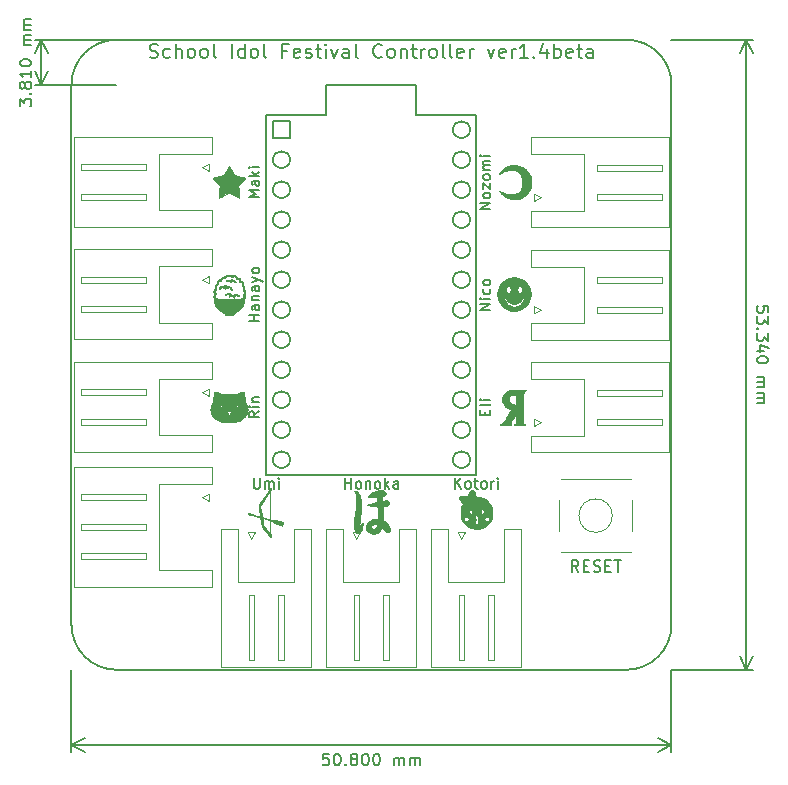
<source format=gbr>
G04 #@! TF.GenerationSoftware,KiCad,Pcbnew,(5.1.5)-3*
G04 #@! TF.CreationDate,2020-06-26T19:45:29+09:00*
G04 #@! TF.ProjectId,sif,7369662e-6b69-4636-9164-5f7063625858,rev?*
G04 #@! TF.SameCoordinates,Original*
G04 #@! TF.FileFunction,Legend,Top*
G04 #@! TF.FilePolarity,Positive*
%FSLAX46Y46*%
G04 Gerber Fmt 4.6, Leading zero omitted, Abs format (unit mm)*
G04 Created by KiCad (PCBNEW (5.1.5)-3) date 2020-06-26 19:45:29*
%MOMM*%
%LPD*%
G04 APERTURE LIST*
%ADD10C,0.150000*%
%ADD11C,0.200000*%
%ADD12C,0.120000*%
%ADD13C,0.010000*%
G04 APERTURE END LIST*
D10*
X12700000Y-16510000D02*
X12700000Y-62230000D01*
X59690000Y-12700000D02*
X16510000Y-12700000D01*
X63500000Y-62230000D02*
X63500000Y-16510000D01*
X16510000Y-66040000D02*
X59690000Y-66040000D01*
X16510000Y-66040000D02*
G75*
G02X12700000Y-62230000I0J3810000D01*
G01*
X63500000Y-62230000D02*
G75*
G02X59690000Y-66040000I-3810000J0D01*
G01*
X59690000Y-12700000D02*
G75*
G02X63500000Y-16510000I0J-3810000D01*
G01*
X12700000Y-16510000D02*
G75*
G02X16510000Y-12700000I3810000J0D01*
G01*
X8312380Y-18319285D02*
X8312380Y-17700238D01*
X8693333Y-18033571D01*
X8693333Y-17890714D01*
X8740952Y-17795476D01*
X8788571Y-17747857D01*
X8883809Y-17700238D01*
X9121904Y-17700238D01*
X9217142Y-17747857D01*
X9264761Y-17795476D01*
X9312380Y-17890714D01*
X9312380Y-18176428D01*
X9264761Y-18271666D01*
X9217142Y-18319285D01*
X9217142Y-17271666D02*
X9264761Y-17224047D01*
X9312380Y-17271666D01*
X9264761Y-17319285D01*
X9217142Y-17271666D01*
X9312380Y-17271666D01*
X8740952Y-16652619D02*
X8693333Y-16747857D01*
X8645714Y-16795476D01*
X8550476Y-16843095D01*
X8502857Y-16843095D01*
X8407619Y-16795476D01*
X8360000Y-16747857D01*
X8312380Y-16652619D01*
X8312380Y-16462142D01*
X8360000Y-16366904D01*
X8407619Y-16319285D01*
X8502857Y-16271666D01*
X8550476Y-16271666D01*
X8645714Y-16319285D01*
X8693333Y-16366904D01*
X8740952Y-16462142D01*
X8740952Y-16652619D01*
X8788571Y-16747857D01*
X8836190Y-16795476D01*
X8931428Y-16843095D01*
X9121904Y-16843095D01*
X9217142Y-16795476D01*
X9264761Y-16747857D01*
X9312380Y-16652619D01*
X9312380Y-16462142D01*
X9264761Y-16366904D01*
X9217142Y-16319285D01*
X9121904Y-16271666D01*
X8931428Y-16271666D01*
X8836190Y-16319285D01*
X8788571Y-16366904D01*
X8740952Y-16462142D01*
X9312380Y-15319285D02*
X9312380Y-15890714D01*
X9312380Y-15605000D02*
X8312380Y-15605000D01*
X8455238Y-15700238D01*
X8550476Y-15795476D01*
X8598095Y-15890714D01*
X8312380Y-14700238D02*
X8312380Y-14605000D01*
X8360000Y-14509761D01*
X8407619Y-14462142D01*
X8502857Y-14414523D01*
X8693333Y-14366904D01*
X8931428Y-14366904D01*
X9121904Y-14414523D01*
X9217142Y-14462142D01*
X9264761Y-14509761D01*
X9312380Y-14605000D01*
X9312380Y-14700238D01*
X9264761Y-14795476D01*
X9217142Y-14843095D01*
X9121904Y-14890714D01*
X8931428Y-14938333D01*
X8693333Y-14938333D01*
X8502857Y-14890714D01*
X8407619Y-14843095D01*
X8360000Y-14795476D01*
X8312380Y-14700238D01*
X9312380Y-13176428D02*
X8645714Y-13176428D01*
X8740952Y-13176428D02*
X8693333Y-13128809D01*
X8645714Y-13033571D01*
X8645714Y-12890714D01*
X8693333Y-12795476D01*
X8788571Y-12747857D01*
X9312380Y-12747857D01*
X8788571Y-12747857D02*
X8693333Y-12700238D01*
X8645714Y-12605000D01*
X8645714Y-12462142D01*
X8693333Y-12366904D01*
X8788571Y-12319285D01*
X9312380Y-12319285D01*
X9312380Y-11843095D02*
X8645714Y-11843095D01*
X8740952Y-11843095D02*
X8693333Y-11795476D01*
X8645714Y-11700238D01*
X8645714Y-11557380D01*
X8693333Y-11462142D01*
X8788571Y-11414523D01*
X9312380Y-11414523D01*
X8788571Y-11414523D02*
X8693333Y-11366904D01*
X8645714Y-11271666D01*
X8645714Y-11128809D01*
X8693333Y-11033571D01*
X8788571Y-10985952D01*
X9312380Y-10985952D01*
X10160000Y-16510000D02*
X10160000Y-12700000D01*
X16510000Y-16510000D02*
X9573579Y-16510000D01*
X16510000Y-12700000D02*
X9573579Y-12700000D01*
X10160000Y-12700000D02*
X10746421Y-13826504D01*
X10160000Y-12700000D02*
X9573579Y-13826504D01*
X10160000Y-16510000D02*
X10746421Y-15383496D01*
X10160000Y-16510000D02*
X9573579Y-15383496D01*
X34480952Y-73142380D02*
X34004761Y-73142380D01*
X33957142Y-73618571D01*
X34004761Y-73570952D01*
X34100000Y-73523333D01*
X34338095Y-73523333D01*
X34433333Y-73570952D01*
X34480952Y-73618571D01*
X34528571Y-73713809D01*
X34528571Y-73951904D01*
X34480952Y-74047142D01*
X34433333Y-74094761D01*
X34338095Y-74142380D01*
X34100000Y-74142380D01*
X34004761Y-74094761D01*
X33957142Y-74047142D01*
X35147619Y-73142380D02*
X35242857Y-73142380D01*
X35338095Y-73190000D01*
X35385714Y-73237619D01*
X35433333Y-73332857D01*
X35480952Y-73523333D01*
X35480952Y-73761428D01*
X35433333Y-73951904D01*
X35385714Y-74047142D01*
X35338095Y-74094761D01*
X35242857Y-74142380D01*
X35147619Y-74142380D01*
X35052380Y-74094761D01*
X35004761Y-74047142D01*
X34957142Y-73951904D01*
X34909523Y-73761428D01*
X34909523Y-73523333D01*
X34957142Y-73332857D01*
X35004761Y-73237619D01*
X35052380Y-73190000D01*
X35147619Y-73142380D01*
X35909523Y-74047142D02*
X35957142Y-74094761D01*
X35909523Y-74142380D01*
X35861904Y-74094761D01*
X35909523Y-74047142D01*
X35909523Y-74142380D01*
X36528571Y-73570952D02*
X36433333Y-73523333D01*
X36385714Y-73475714D01*
X36338095Y-73380476D01*
X36338095Y-73332857D01*
X36385714Y-73237619D01*
X36433333Y-73190000D01*
X36528571Y-73142380D01*
X36719047Y-73142380D01*
X36814285Y-73190000D01*
X36861904Y-73237619D01*
X36909523Y-73332857D01*
X36909523Y-73380476D01*
X36861904Y-73475714D01*
X36814285Y-73523333D01*
X36719047Y-73570952D01*
X36528571Y-73570952D01*
X36433333Y-73618571D01*
X36385714Y-73666190D01*
X36338095Y-73761428D01*
X36338095Y-73951904D01*
X36385714Y-74047142D01*
X36433333Y-74094761D01*
X36528571Y-74142380D01*
X36719047Y-74142380D01*
X36814285Y-74094761D01*
X36861904Y-74047142D01*
X36909523Y-73951904D01*
X36909523Y-73761428D01*
X36861904Y-73666190D01*
X36814285Y-73618571D01*
X36719047Y-73570952D01*
X37528571Y-73142380D02*
X37623809Y-73142380D01*
X37719047Y-73190000D01*
X37766666Y-73237619D01*
X37814285Y-73332857D01*
X37861904Y-73523333D01*
X37861904Y-73761428D01*
X37814285Y-73951904D01*
X37766666Y-74047142D01*
X37719047Y-74094761D01*
X37623809Y-74142380D01*
X37528571Y-74142380D01*
X37433333Y-74094761D01*
X37385714Y-74047142D01*
X37338095Y-73951904D01*
X37290476Y-73761428D01*
X37290476Y-73523333D01*
X37338095Y-73332857D01*
X37385714Y-73237619D01*
X37433333Y-73190000D01*
X37528571Y-73142380D01*
X38480952Y-73142380D02*
X38576190Y-73142380D01*
X38671428Y-73190000D01*
X38719047Y-73237619D01*
X38766666Y-73332857D01*
X38814285Y-73523333D01*
X38814285Y-73761428D01*
X38766666Y-73951904D01*
X38719047Y-74047142D01*
X38671428Y-74094761D01*
X38576190Y-74142380D01*
X38480952Y-74142380D01*
X38385714Y-74094761D01*
X38338095Y-74047142D01*
X38290476Y-73951904D01*
X38242857Y-73761428D01*
X38242857Y-73523333D01*
X38290476Y-73332857D01*
X38338095Y-73237619D01*
X38385714Y-73190000D01*
X38480952Y-73142380D01*
X40004761Y-74142380D02*
X40004761Y-73475714D01*
X40004761Y-73570952D02*
X40052380Y-73523333D01*
X40147619Y-73475714D01*
X40290476Y-73475714D01*
X40385714Y-73523333D01*
X40433333Y-73618571D01*
X40433333Y-74142380D01*
X40433333Y-73618571D02*
X40480952Y-73523333D01*
X40576190Y-73475714D01*
X40719047Y-73475714D01*
X40814285Y-73523333D01*
X40861904Y-73618571D01*
X40861904Y-74142380D01*
X41338095Y-74142380D02*
X41338095Y-73475714D01*
X41338095Y-73570952D02*
X41385714Y-73523333D01*
X41480952Y-73475714D01*
X41623809Y-73475714D01*
X41719047Y-73523333D01*
X41766666Y-73618571D01*
X41766666Y-74142380D01*
X41766666Y-73618571D02*
X41814285Y-73523333D01*
X41909523Y-73475714D01*
X42052380Y-73475714D01*
X42147619Y-73523333D01*
X42195238Y-73618571D01*
X42195238Y-74142380D01*
X12700000Y-72390000D02*
X63500000Y-72390000D01*
X12700000Y-66040000D02*
X12700000Y-72976421D01*
X63500000Y-66040000D02*
X63500000Y-72976421D01*
X63500000Y-72390000D02*
X62373496Y-72976421D01*
X63500000Y-72390000D02*
X62373496Y-71803579D01*
X12700000Y-72390000D02*
X13826504Y-72976421D01*
X12700000Y-72390000D02*
X13826504Y-71803579D01*
X71697619Y-35750952D02*
X71697619Y-35274761D01*
X71221428Y-35227142D01*
X71269047Y-35274761D01*
X71316666Y-35370000D01*
X71316666Y-35608095D01*
X71269047Y-35703333D01*
X71221428Y-35750952D01*
X71126190Y-35798571D01*
X70888095Y-35798571D01*
X70792857Y-35750952D01*
X70745238Y-35703333D01*
X70697619Y-35608095D01*
X70697619Y-35370000D01*
X70745238Y-35274761D01*
X70792857Y-35227142D01*
X71697619Y-36131904D02*
X71697619Y-36750952D01*
X71316666Y-36417619D01*
X71316666Y-36560476D01*
X71269047Y-36655714D01*
X71221428Y-36703333D01*
X71126190Y-36750952D01*
X70888095Y-36750952D01*
X70792857Y-36703333D01*
X70745238Y-36655714D01*
X70697619Y-36560476D01*
X70697619Y-36274761D01*
X70745238Y-36179523D01*
X70792857Y-36131904D01*
X70792857Y-37179523D02*
X70745238Y-37227142D01*
X70697619Y-37179523D01*
X70745238Y-37131904D01*
X70792857Y-37179523D01*
X70697619Y-37179523D01*
X71697619Y-37560476D02*
X71697619Y-38179523D01*
X71316666Y-37846190D01*
X71316666Y-37989047D01*
X71269047Y-38084285D01*
X71221428Y-38131904D01*
X71126190Y-38179523D01*
X70888095Y-38179523D01*
X70792857Y-38131904D01*
X70745238Y-38084285D01*
X70697619Y-37989047D01*
X70697619Y-37703333D01*
X70745238Y-37608095D01*
X70792857Y-37560476D01*
X71364285Y-39036666D02*
X70697619Y-39036666D01*
X71745238Y-38798571D02*
X71030952Y-38560476D01*
X71030952Y-39179523D01*
X71697619Y-39750952D02*
X71697619Y-39846190D01*
X71650000Y-39941428D01*
X71602380Y-39989047D01*
X71507142Y-40036666D01*
X71316666Y-40084285D01*
X71078571Y-40084285D01*
X70888095Y-40036666D01*
X70792857Y-39989047D01*
X70745238Y-39941428D01*
X70697619Y-39846190D01*
X70697619Y-39750952D01*
X70745238Y-39655714D01*
X70792857Y-39608095D01*
X70888095Y-39560476D01*
X71078571Y-39512857D01*
X71316666Y-39512857D01*
X71507142Y-39560476D01*
X71602380Y-39608095D01*
X71650000Y-39655714D01*
X71697619Y-39750952D01*
X70697619Y-41274761D02*
X71364285Y-41274761D01*
X71269047Y-41274761D02*
X71316666Y-41322380D01*
X71364285Y-41417619D01*
X71364285Y-41560476D01*
X71316666Y-41655714D01*
X71221428Y-41703333D01*
X70697619Y-41703333D01*
X71221428Y-41703333D02*
X71316666Y-41750952D01*
X71364285Y-41846190D01*
X71364285Y-41989047D01*
X71316666Y-42084285D01*
X71221428Y-42131904D01*
X70697619Y-42131904D01*
X70697619Y-42608095D02*
X71364285Y-42608095D01*
X71269047Y-42608095D02*
X71316666Y-42655714D01*
X71364285Y-42750952D01*
X71364285Y-42893809D01*
X71316666Y-42989047D01*
X71221428Y-43036666D01*
X70697619Y-43036666D01*
X71221428Y-43036666D02*
X71316666Y-43084285D01*
X71364285Y-43179523D01*
X71364285Y-43322380D01*
X71316666Y-43417619D01*
X71221428Y-43465238D01*
X70697619Y-43465238D01*
X69850000Y-12700000D02*
X69850000Y-66040000D01*
X63500000Y-12700000D02*
X70436421Y-12700000D01*
X63500000Y-66040000D02*
X70436421Y-66040000D01*
X69850000Y-66040000D02*
X69263579Y-64913496D01*
X69850000Y-66040000D02*
X70436421Y-64913496D01*
X69850000Y-12700000D02*
X69263579Y-13826504D01*
X69850000Y-12700000D02*
X70436421Y-13826504D01*
D11*
X19314999Y-14197666D02*
X19484999Y-14254333D01*
X19768333Y-14254333D01*
X19881666Y-14197666D01*
X19938333Y-14141000D01*
X19994999Y-14027666D01*
X19994999Y-13914333D01*
X19938333Y-13801000D01*
X19881666Y-13744333D01*
X19768333Y-13687666D01*
X19541666Y-13631000D01*
X19428333Y-13574333D01*
X19371666Y-13517666D01*
X19314999Y-13404333D01*
X19314999Y-13291000D01*
X19371666Y-13177666D01*
X19428333Y-13121000D01*
X19541666Y-13064333D01*
X19824999Y-13064333D01*
X19994999Y-13121000D01*
X21014999Y-14197666D02*
X20901666Y-14254333D01*
X20674999Y-14254333D01*
X20561666Y-14197666D01*
X20504999Y-14141000D01*
X20448333Y-14027666D01*
X20448333Y-13687666D01*
X20504999Y-13574333D01*
X20561666Y-13517666D01*
X20674999Y-13461000D01*
X20901666Y-13461000D01*
X21014999Y-13517666D01*
X21524999Y-14254333D02*
X21524999Y-13064333D01*
X22034999Y-14254333D02*
X22034999Y-13631000D01*
X21978333Y-13517666D01*
X21864999Y-13461000D01*
X21694999Y-13461000D01*
X21581666Y-13517666D01*
X21524999Y-13574333D01*
X22771666Y-14254333D02*
X22658333Y-14197666D01*
X22601666Y-14141000D01*
X22544999Y-14027666D01*
X22544999Y-13687666D01*
X22601666Y-13574333D01*
X22658333Y-13517666D01*
X22771666Y-13461000D01*
X22941666Y-13461000D01*
X23054999Y-13517666D01*
X23111666Y-13574333D01*
X23168333Y-13687666D01*
X23168333Y-14027666D01*
X23111666Y-14141000D01*
X23054999Y-14197666D01*
X22941666Y-14254333D01*
X22771666Y-14254333D01*
X23848333Y-14254333D02*
X23734999Y-14197666D01*
X23678333Y-14141000D01*
X23621666Y-14027666D01*
X23621666Y-13687666D01*
X23678333Y-13574333D01*
X23734999Y-13517666D01*
X23848333Y-13461000D01*
X24018333Y-13461000D01*
X24131666Y-13517666D01*
X24188333Y-13574333D01*
X24244999Y-13687666D01*
X24244999Y-14027666D01*
X24188333Y-14141000D01*
X24131666Y-14197666D01*
X24018333Y-14254333D01*
X23848333Y-14254333D01*
X24924999Y-14254333D02*
X24811666Y-14197666D01*
X24754999Y-14084333D01*
X24754999Y-13064333D01*
X26284999Y-14254333D02*
X26284999Y-13064333D01*
X27361666Y-14254333D02*
X27361666Y-13064333D01*
X27361666Y-14197666D02*
X27248333Y-14254333D01*
X27021666Y-14254333D01*
X26908333Y-14197666D01*
X26851666Y-14141000D01*
X26794999Y-14027666D01*
X26794999Y-13687666D01*
X26851666Y-13574333D01*
X26908333Y-13517666D01*
X27021666Y-13461000D01*
X27248333Y-13461000D01*
X27361666Y-13517666D01*
X28098333Y-14254333D02*
X27984999Y-14197666D01*
X27928333Y-14141000D01*
X27871666Y-14027666D01*
X27871666Y-13687666D01*
X27928333Y-13574333D01*
X27984999Y-13517666D01*
X28098333Y-13461000D01*
X28268333Y-13461000D01*
X28381666Y-13517666D01*
X28438333Y-13574333D01*
X28494999Y-13687666D01*
X28494999Y-14027666D01*
X28438333Y-14141000D01*
X28381666Y-14197666D01*
X28268333Y-14254333D01*
X28098333Y-14254333D01*
X29174999Y-14254333D02*
X29061666Y-14197666D01*
X29004999Y-14084333D01*
X29004999Y-13064333D01*
X30931666Y-13631000D02*
X30534999Y-13631000D01*
X30534999Y-14254333D02*
X30534999Y-13064333D01*
X31101666Y-13064333D01*
X32008333Y-14197666D02*
X31894999Y-14254333D01*
X31668333Y-14254333D01*
X31554999Y-14197666D01*
X31498333Y-14084333D01*
X31498333Y-13631000D01*
X31554999Y-13517666D01*
X31668333Y-13461000D01*
X31894999Y-13461000D01*
X32008333Y-13517666D01*
X32064999Y-13631000D01*
X32064999Y-13744333D01*
X31498333Y-13857666D01*
X32518333Y-14197666D02*
X32631666Y-14254333D01*
X32858333Y-14254333D01*
X32971666Y-14197666D01*
X33028333Y-14084333D01*
X33028333Y-14027666D01*
X32971666Y-13914333D01*
X32858333Y-13857666D01*
X32688333Y-13857666D01*
X32574999Y-13801000D01*
X32518333Y-13687666D01*
X32518333Y-13631000D01*
X32574999Y-13517666D01*
X32688333Y-13461000D01*
X32858333Y-13461000D01*
X32971666Y-13517666D01*
X33368333Y-13461000D02*
X33821666Y-13461000D01*
X33538333Y-13064333D02*
X33538333Y-14084333D01*
X33594999Y-14197666D01*
X33708333Y-14254333D01*
X33821666Y-14254333D01*
X34218333Y-14254333D02*
X34218333Y-13461000D01*
X34218333Y-13064333D02*
X34161666Y-13121000D01*
X34218333Y-13177666D01*
X34274999Y-13121000D01*
X34218333Y-13064333D01*
X34218333Y-13177666D01*
X34671666Y-13461000D02*
X34954999Y-14254333D01*
X35238333Y-13461000D01*
X36201666Y-14254333D02*
X36201666Y-13631000D01*
X36144999Y-13517666D01*
X36031666Y-13461000D01*
X35804999Y-13461000D01*
X35691666Y-13517666D01*
X36201666Y-14197666D02*
X36088333Y-14254333D01*
X35804999Y-14254333D01*
X35691666Y-14197666D01*
X35634999Y-14084333D01*
X35634999Y-13971000D01*
X35691666Y-13857666D01*
X35804999Y-13801000D01*
X36088333Y-13801000D01*
X36201666Y-13744333D01*
X36938333Y-14254333D02*
X36824999Y-14197666D01*
X36768333Y-14084333D01*
X36768333Y-13064333D01*
X38978333Y-14141000D02*
X38921666Y-14197666D01*
X38751666Y-14254333D01*
X38638333Y-14254333D01*
X38468333Y-14197666D01*
X38354999Y-14084333D01*
X38298333Y-13971000D01*
X38241666Y-13744333D01*
X38241666Y-13574333D01*
X38298333Y-13347666D01*
X38354999Y-13234333D01*
X38468333Y-13121000D01*
X38638333Y-13064333D01*
X38751666Y-13064333D01*
X38921666Y-13121000D01*
X38978333Y-13177666D01*
X39658333Y-14254333D02*
X39544999Y-14197666D01*
X39488333Y-14141000D01*
X39431666Y-14027666D01*
X39431666Y-13687666D01*
X39488333Y-13574333D01*
X39544999Y-13517666D01*
X39658333Y-13461000D01*
X39828333Y-13461000D01*
X39941666Y-13517666D01*
X39998333Y-13574333D01*
X40054999Y-13687666D01*
X40054999Y-14027666D01*
X39998333Y-14141000D01*
X39941666Y-14197666D01*
X39828333Y-14254333D01*
X39658333Y-14254333D01*
X40564999Y-13461000D02*
X40564999Y-14254333D01*
X40564999Y-13574333D02*
X40621666Y-13517666D01*
X40734999Y-13461000D01*
X40904999Y-13461000D01*
X41018333Y-13517666D01*
X41074999Y-13631000D01*
X41074999Y-14254333D01*
X41471666Y-13461000D02*
X41925000Y-13461000D01*
X41641666Y-13064333D02*
X41641666Y-14084333D01*
X41698333Y-14197666D01*
X41811666Y-14254333D01*
X41925000Y-14254333D01*
X42321666Y-14254333D02*
X42321666Y-13461000D01*
X42321666Y-13687666D02*
X42378333Y-13574333D01*
X42435000Y-13517666D01*
X42548333Y-13461000D01*
X42661666Y-13461000D01*
X43228333Y-14254333D02*
X43115000Y-14197666D01*
X43058333Y-14141000D01*
X43001666Y-14027666D01*
X43001666Y-13687666D01*
X43058333Y-13574333D01*
X43115000Y-13517666D01*
X43228333Y-13461000D01*
X43398333Y-13461000D01*
X43511666Y-13517666D01*
X43568333Y-13574333D01*
X43625000Y-13687666D01*
X43625000Y-14027666D01*
X43568333Y-14141000D01*
X43511666Y-14197666D01*
X43398333Y-14254333D01*
X43228333Y-14254333D01*
X44305000Y-14254333D02*
X44191666Y-14197666D01*
X44135000Y-14084333D01*
X44135000Y-13064333D01*
X44928333Y-14254333D02*
X44815000Y-14197666D01*
X44758333Y-14084333D01*
X44758333Y-13064333D01*
X45835000Y-14197666D02*
X45721666Y-14254333D01*
X45495000Y-14254333D01*
X45381666Y-14197666D01*
X45325000Y-14084333D01*
X45325000Y-13631000D01*
X45381666Y-13517666D01*
X45495000Y-13461000D01*
X45721666Y-13461000D01*
X45835000Y-13517666D01*
X45891666Y-13631000D01*
X45891666Y-13744333D01*
X45325000Y-13857666D01*
X46401666Y-14254333D02*
X46401666Y-13461000D01*
X46401666Y-13687666D02*
X46458333Y-13574333D01*
X46515000Y-13517666D01*
X46628333Y-13461000D01*
X46741666Y-13461000D01*
X47931666Y-13461000D02*
X48215000Y-14254333D01*
X48498333Y-13461000D01*
X49405000Y-14197666D02*
X49291666Y-14254333D01*
X49065000Y-14254333D01*
X48951666Y-14197666D01*
X48895000Y-14084333D01*
X48895000Y-13631000D01*
X48951666Y-13517666D01*
X49065000Y-13461000D01*
X49291666Y-13461000D01*
X49405000Y-13517666D01*
X49461666Y-13631000D01*
X49461666Y-13744333D01*
X48895000Y-13857666D01*
X49971666Y-14254333D02*
X49971666Y-13461000D01*
X49971666Y-13687666D02*
X50028333Y-13574333D01*
X50085000Y-13517666D01*
X50198333Y-13461000D01*
X50311666Y-13461000D01*
X51331666Y-14254333D02*
X50651666Y-14254333D01*
X50991666Y-14254333D02*
X50991666Y-13064333D01*
X50878333Y-13234333D01*
X50765000Y-13347666D01*
X50651666Y-13404333D01*
X51841666Y-14141000D02*
X51898333Y-14197666D01*
X51841666Y-14254333D01*
X51785000Y-14197666D01*
X51841666Y-14141000D01*
X51841666Y-14254333D01*
X52918333Y-13461000D02*
X52918333Y-14254333D01*
X52635000Y-13007666D02*
X52351666Y-13857666D01*
X53088333Y-13857666D01*
X53541666Y-14254333D02*
X53541666Y-13064333D01*
X53541666Y-13517666D02*
X53655000Y-13461000D01*
X53881666Y-13461000D01*
X53995000Y-13517666D01*
X54051666Y-13574333D01*
X54108333Y-13687666D01*
X54108333Y-14027666D01*
X54051666Y-14141000D01*
X53995000Y-14197666D01*
X53881666Y-14254333D01*
X53655000Y-14254333D01*
X53541666Y-14197666D01*
X55071666Y-14197666D02*
X54958333Y-14254333D01*
X54731666Y-14254333D01*
X54618333Y-14197666D01*
X54561666Y-14084333D01*
X54561666Y-13631000D01*
X54618333Y-13517666D01*
X54731666Y-13461000D01*
X54958333Y-13461000D01*
X55071666Y-13517666D01*
X55128333Y-13631000D01*
X55128333Y-13744333D01*
X54561666Y-13857666D01*
X55468333Y-13461000D02*
X55921666Y-13461000D01*
X55638333Y-13064333D02*
X55638333Y-14084333D01*
X55695000Y-14197666D01*
X55808333Y-14254333D01*
X55921666Y-14254333D01*
X56828333Y-14254333D02*
X56828333Y-13631000D01*
X56771666Y-13517666D01*
X56658333Y-13461000D01*
X56431666Y-13461000D01*
X56318333Y-13517666D01*
X56828333Y-14197666D02*
X56715000Y-14254333D01*
X56431666Y-14254333D01*
X56318333Y-14197666D01*
X56261666Y-14084333D01*
X56261666Y-13971000D01*
X56318333Y-13857666D01*
X56431666Y-13801000D01*
X56715000Y-13801000D01*
X56828333Y-13744333D01*
D12*
X46970000Y-65825000D02*
X43160000Y-65825000D01*
X43160000Y-65825000D02*
X43160000Y-54105000D01*
X43160000Y-54105000D02*
X44580000Y-54105000D01*
X44580000Y-54105000D02*
X44580000Y-58605000D01*
X44580000Y-58605000D02*
X46970000Y-58605000D01*
X46970000Y-65825000D02*
X50780000Y-65825000D01*
X50780000Y-65825000D02*
X50780000Y-54105000D01*
X50780000Y-54105000D02*
X49360000Y-54105000D01*
X49360000Y-54105000D02*
X49360000Y-58605000D01*
X49360000Y-58605000D02*
X46970000Y-58605000D01*
X45470000Y-59715000D02*
X45470000Y-65215000D01*
X45470000Y-65215000D02*
X45970000Y-65215000D01*
X45970000Y-65215000D02*
X45970000Y-59715000D01*
X45970000Y-59715000D02*
X45470000Y-59715000D01*
X47970000Y-59715000D02*
X47970000Y-65215000D01*
X47970000Y-65215000D02*
X48470000Y-65215000D01*
X48470000Y-65215000D02*
X48470000Y-59715000D01*
X48470000Y-59715000D02*
X47970000Y-59715000D01*
X45720000Y-55015000D02*
X45420000Y-54415000D01*
X45420000Y-54415000D02*
X46020000Y-54415000D01*
X46020000Y-54415000D02*
X45720000Y-55015000D01*
X29190000Y-65825000D02*
X25380000Y-65825000D01*
X25380000Y-65825000D02*
X25380000Y-54105000D01*
X25380000Y-54105000D02*
X26800000Y-54105000D01*
X26800000Y-54105000D02*
X26800000Y-58605000D01*
X26800000Y-58605000D02*
X29190000Y-58605000D01*
X29190000Y-65825000D02*
X33000000Y-65825000D01*
X33000000Y-65825000D02*
X33000000Y-54105000D01*
X33000000Y-54105000D02*
X31580000Y-54105000D01*
X31580000Y-54105000D02*
X31580000Y-58605000D01*
X31580000Y-58605000D02*
X29190000Y-58605000D01*
X27690000Y-59715000D02*
X27690000Y-65215000D01*
X27690000Y-65215000D02*
X28190000Y-65215000D01*
X28190000Y-65215000D02*
X28190000Y-59715000D01*
X28190000Y-59715000D02*
X27690000Y-59715000D01*
X30190000Y-59715000D02*
X30190000Y-65215000D01*
X30190000Y-65215000D02*
X30690000Y-65215000D01*
X30690000Y-65215000D02*
X30690000Y-59715000D01*
X30690000Y-59715000D02*
X30190000Y-59715000D01*
X27940000Y-55015000D02*
X27640000Y-54415000D01*
X27640000Y-54415000D02*
X28240000Y-54415000D01*
X28240000Y-54415000D02*
X27940000Y-55015000D01*
X38080000Y-65825000D02*
X34270000Y-65825000D01*
X34270000Y-65825000D02*
X34270000Y-54105000D01*
X34270000Y-54105000D02*
X35690000Y-54105000D01*
X35690000Y-54105000D02*
X35690000Y-58605000D01*
X35690000Y-58605000D02*
X38080000Y-58605000D01*
X38080000Y-65825000D02*
X41890000Y-65825000D01*
X41890000Y-65825000D02*
X41890000Y-54105000D01*
X41890000Y-54105000D02*
X40470000Y-54105000D01*
X40470000Y-54105000D02*
X40470000Y-58605000D01*
X40470000Y-58605000D02*
X38080000Y-58605000D01*
X36580000Y-59715000D02*
X36580000Y-65215000D01*
X36580000Y-65215000D02*
X37080000Y-65215000D01*
X37080000Y-65215000D02*
X37080000Y-59715000D01*
X37080000Y-59715000D02*
X36580000Y-59715000D01*
X39080000Y-59715000D02*
X39080000Y-65215000D01*
X39080000Y-65215000D02*
X39580000Y-65215000D01*
X39580000Y-65215000D02*
X39580000Y-59715000D01*
X39580000Y-59715000D02*
X39080000Y-59715000D01*
X36830000Y-55015000D02*
X36530000Y-54415000D01*
X36530000Y-54415000D02*
X37130000Y-54415000D01*
X37130000Y-54415000D02*
X36830000Y-55015000D01*
X24325000Y-51735000D02*
X23725000Y-51435000D01*
X24325000Y-51135000D02*
X24325000Y-51735000D01*
X23725000Y-51435000D02*
X24325000Y-51135000D01*
X19025000Y-56685000D02*
X19025000Y-56185000D01*
X13525000Y-56685000D02*
X19025000Y-56685000D01*
X13525000Y-56185000D02*
X13525000Y-56685000D01*
X19025000Y-56185000D02*
X13525000Y-56185000D01*
X19025000Y-54185000D02*
X19025000Y-53685000D01*
X13525000Y-54185000D02*
X19025000Y-54185000D01*
X13525000Y-53685000D02*
X13525000Y-54185000D01*
X19025000Y-53685000D02*
X13525000Y-53685000D01*
X19025000Y-51685000D02*
X19025000Y-51185000D01*
X13525000Y-51685000D02*
X19025000Y-51685000D01*
X13525000Y-51185000D02*
X13525000Y-51685000D01*
X19025000Y-51185000D02*
X13525000Y-51185000D01*
X20135000Y-57575000D02*
X20135000Y-53935000D01*
X24635000Y-57575000D02*
X20135000Y-57575000D01*
X24635000Y-58995000D02*
X24635000Y-57575000D01*
X12915000Y-58995000D02*
X24635000Y-58995000D01*
X12915000Y-53935000D02*
X12915000Y-58995000D01*
X20135000Y-50295000D02*
X20135000Y-53935000D01*
X24635000Y-50295000D02*
X20135000Y-50295000D01*
X24635000Y-48875000D02*
X24635000Y-50295000D01*
X12915000Y-48875000D02*
X24635000Y-48875000D01*
X12915000Y-53935000D02*
X12915000Y-48875000D01*
D10*
X46990000Y-49530000D02*
X29210000Y-49530000D01*
X46990000Y-19050000D02*
X46990000Y-49530000D01*
X41910000Y-19050000D02*
X46990000Y-19050000D01*
X41910000Y-16510000D02*
X41910000Y-19050000D01*
X34290000Y-16510000D02*
X41910000Y-16510000D01*
X34290000Y-19050000D02*
X34290000Y-16510000D01*
X29210000Y-19050000D02*
X34290000Y-19050000D01*
X29210000Y-19050000D02*
X29210000Y-49530000D01*
D13*
G36*
X50258169Y-32825125D02*
G01*
X50344872Y-32831202D01*
X50419182Y-32841069D01*
X50565954Y-32875182D01*
X50706279Y-32924404D01*
X50839291Y-32987857D01*
X50964121Y-33064663D01*
X51079902Y-33153941D01*
X51185764Y-33254814D01*
X51280840Y-33366403D01*
X51364262Y-33487828D01*
X51435162Y-33618212D01*
X51492671Y-33756675D01*
X51535921Y-33902338D01*
X51554174Y-33990020D01*
X51565401Y-34074354D01*
X51571670Y-34168013D01*
X51572926Y-34264843D01*
X51569108Y-34358695D01*
X51560159Y-34443416D01*
X51558547Y-34453870D01*
X51525634Y-34607349D01*
X51477760Y-34753995D01*
X51415541Y-34892941D01*
X51339595Y-35023319D01*
X51250542Y-35144264D01*
X51148998Y-35254908D01*
X51035581Y-35354385D01*
X50910911Y-35441828D01*
X50815137Y-35496531D01*
X50745784Y-35529196D01*
X50666246Y-35560924D01*
X50582465Y-35589691D01*
X50500383Y-35613473D01*
X50425942Y-35630245D01*
X50419000Y-35631485D01*
X50381626Y-35636506D01*
X50332444Y-35641022D01*
X50275702Y-35644850D01*
X50215652Y-35647808D01*
X50156542Y-35649713D01*
X50102624Y-35650382D01*
X50058147Y-35649633D01*
X50033766Y-35648052D01*
X49908056Y-35629359D01*
X49781515Y-35599496D01*
X49659156Y-35559928D01*
X49545994Y-35512119D01*
X49514862Y-35496531D01*
X49382518Y-35418231D01*
X49260985Y-35327277D01*
X49150883Y-35224535D01*
X49052829Y-35110873D01*
X48967441Y-34987157D01*
X48895337Y-34854253D01*
X48837135Y-34713029D01*
X48815828Y-34640506D01*
X49292880Y-34640506D01*
X49319967Y-34668453D01*
X49340215Y-34685478D01*
X49359240Y-34695379D01*
X49365035Y-34696400D01*
X49374629Y-34699265D01*
X49384664Y-34709516D01*
X49396806Y-34729633D01*
X49412722Y-34762096D01*
X49420351Y-34778724D01*
X49475548Y-34884092D01*
X49540859Y-34980256D01*
X49614847Y-35065819D01*
X49696081Y-35139384D01*
X49783126Y-35199554D01*
X49874547Y-35244932D01*
X49913574Y-35259137D01*
X49962295Y-35273920D01*
X50005832Y-35284238D01*
X50048953Y-35290672D01*
X50096428Y-35293801D01*
X50153027Y-35294206D01*
X50194633Y-35293349D01*
X50256788Y-35290676D01*
X50306454Y-35286138D01*
X50348019Y-35279222D01*
X50376666Y-35272125D01*
X50470217Y-35238693D01*
X50557530Y-35192638D01*
X50640786Y-35132578D01*
X50722169Y-35057132D01*
X50731356Y-35047566D01*
X50797910Y-34969617D01*
X50854556Y-34885344D01*
X50904544Y-34789844D01*
X50909648Y-34778724D01*
X50927789Y-34740268D01*
X50941530Y-34715318D01*
X50952425Y-34701526D01*
X50962026Y-34696546D01*
X50964105Y-34696400D01*
X50980350Y-34690760D01*
X51001061Y-34676567D01*
X51009173Y-34669313D01*
X51037119Y-34642227D01*
X51010032Y-34614280D01*
X50991394Y-34597437D01*
X50975909Y-34587484D01*
X50971568Y-34586333D01*
X50952743Y-34581523D01*
X50926163Y-34569103D01*
X50897258Y-34552085D01*
X50871459Y-34533484D01*
X50863069Y-34526127D01*
X50837239Y-34501613D01*
X50808789Y-34530967D01*
X50780338Y-34560320D01*
X50802869Y-34592831D01*
X50816405Y-34614691D01*
X50824441Y-34632163D01*
X50825400Y-34636866D01*
X50821036Y-34651505D01*
X50809229Y-34676836D01*
X50791900Y-34709444D01*
X50770975Y-34745915D01*
X50748375Y-34782834D01*
X50726024Y-34816786D01*
X50716299Y-34830547D01*
X50663849Y-34889459D01*
X50597405Y-34942382D01*
X50519272Y-34987918D01*
X50431756Y-35024663D01*
X50362925Y-35045219D01*
X50325808Y-35053528D01*
X50289789Y-35059081D01*
X50249878Y-35062355D01*
X50201086Y-35063821D01*
X50165000Y-35064032D01*
X50108378Y-35063431D01*
X50063668Y-35061311D01*
X50025880Y-35057199D01*
X49990025Y-35050620D01*
X49967074Y-35045219D01*
X49874141Y-35015812D01*
X49788900Y-34976587D01*
X49713655Y-34928947D01*
X49650714Y-34874291D01*
X49613700Y-34830547D01*
X49592116Y-34799123D01*
X49569393Y-34763153D01*
X49547453Y-34726050D01*
X49528220Y-34691230D01*
X49513619Y-34662106D01*
X49505571Y-34642094D01*
X49504599Y-34636866D01*
X49509149Y-34623377D01*
X49520640Y-34602687D01*
X49527130Y-34592831D01*
X49549661Y-34560320D01*
X49521210Y-34530967D01*
X49492760Y-34501613D01*
X49466930Y-34526127D01*
X49444495Y-34544095D01*
X49416649Y-34561955D01*
X49388787Y-34576689D01*
X49366307Y-34585277D01*
X49359290Y-34586333D01*
X49347284Y-34591831D01*
X49329219Y-34605708D01*
X49320826Y-34613419D01*
X49292880Y-34640506D01*
X48815828Y-34640506D01*
X48793453Y-34564351D01*
X48771452Y-34453870D01*
X48761803Y-34370861D01*
X48757293Y-34277887D01*
X48757863Y-34181100D01*
X48763456Y-34086651D01*
X48774013Y-34000690D01*
X48775825Y-33990020D01*
X48809244Y-33845499D01*
X49458415Y-33845499D01*
X49458888Y-33892051D01*
X49460715Y-33926351D01*
X49464515Y-33953064D01*
X49470904Y-33976856D01*
X49478514Y-33997471D01*
X49500648Y-34039632D01*
X49532129Y-34082742D01*
X49568147Y-34120964D01*
X49601966Y-34147295D01*
X49637701Y-34160302D01*
X49678992Y-34161339D01*
X49719301Y-34150285D01*
X49721001Y-34149494D01*
X49753074Y-34127966D01*
X49786300Y-34095128D01*
X49816503Y-34055742D01*
X49839507Y-34014571D01*
X49839707Y-34014120D01*
X49862396Y-33945627D01*
X49872487Y-33874014D01*
X49872037Y-33857019D01*
X50456379Y-33857019D01*
X50461003Y-33910581D01*
X50475924Y-33973431D01*
X50499260Y-34029811D01*
X50529400Y-34078240D01*
X50564734Y-34117234D01*
X50603651Y-34145309D01*
X50644540Y-34160982D01*
X50685791Y-34162771D01*
X50722219Y-34151117D01*
X50751551Y-34130350D01*
X50783529Y-34098821D01*
X50814116Y-34061328D01*
X50839272Y-34022666D01*
X50851405Y-33997686D01*
X50860410Y-33972744D01*
X50866310Y-33948778D01*
X50869725Y-33921114D01*
X50871272Y-33885080D01*
X50871584Y-33845499D01*
X50869462Y-33780937D01*
X50862211Y-33728838D01*
X50848498Y-33685166D01*
X50826994Y-33645883D01*
X50796368Y-33606950D01*
X50790992Y-33600986D01*
X50747865Y-33560744D01*
X50706499Y-33536963D01*
X50665802Y-33529414D01*
X50624682Y-33537869D01*
X50587461Y-33558237D01*
X50541982Y-33599568D01*
X50505061Y-33653100D01*
X50477772Y-33715845D01*
X50461188Y-33784813D01*
X50456379Y-33857019D01*
X49872037Y-33857019D01*
X49870579Y-33802090D01*
X49857270Y-33732664D01*
X49833159Y-33668544D01*
X49798845Y-33612538D01*
X49754926Y-33567456D01*
X49742538Y-33558237D01*
X49700149Y-33535956D01*
X49659141Y-33529477D01*
X49618421Y-33539029D01*
X49576895Y-33564842D01*
X49539007Y-33600986D01*
X49506921Y-33640209D01*
X49484154Y-33679186D01*
X49469375Y-33721956D01*
X49461253Y-33772556D01*
X49458458Y-33835024D01*
X49458415Y-33845499D01*
X48809244Y-33845499D01*
X48810384Y-33840573D01*
X48859706Y-33697815D01*
X48922923Y-33562625D01*
X48999167Y-33435883D01*
X49087571Y-33318466D01*
X49187266Y-33211254D01*
X49297383Y-33115125D01*
X49417056Y-33030959D01*
X49545415Y-32959633D01*
X49681593Y-32902028D01*
X49824721Y-32859020D01*
X49910817Y-32841069D01*
X49986734Y-32831045D01*
X50073599Y-32825046D01*
X50165911Y-32823072D01*
X50258169Y-32825125D01*
G37*
X50258169Y-32825125D02*
X50344872Y-32831202D01*
X50419182Y-32841069D01*
X50565954Y-32875182D01*
X50706279Y-32924404D01*
X50839291Y-32987857D01*
X50964121Y-33064663D01*
X51079902Y-33153941D01*
X51185764Y-33254814D01*
X51280840Y-33366403D01*
X51364262Y-33487828D01*
X51435162Y-33618212D01*
X51492671Y-33756675D01*
X51535921Y-33902338D01*
X51554174Y-33990020D01*
X51565401Y-34074354D01*
X51571670Y-34168013D01*
X51572926Y-34264843D01*
X51569108Y-34358695D01*
X51560159Y-34443416D01*
X51558547Y-34453870D01*
X51525634Y-34607349D01*
X51477760Y-34753995D01*
X51415541Y-34892941D01*
X51339595Y-35023319D01*
X51250542Y-35144264D01*
X51148998Y-35254908D01*
X51035581Y-35354385D01*
X50910911Y-35441828D01*
X50815137Y-35496531D01*
X50745784Y-35529196D01*
X50666246Y-35560924D01*
X50582465Y-35589691D01*
X50500383Y-35613473D01*
X50425942Y-35630245D01*
X50419000Y-35631485D01*
X50381626Y-35636506D01*
X50332444Y-35641022D01*
X50275702Y-35644850D01*
X50215652Y-35647808D01*
X50156542Y-35649713D01*
X50102624Y-35650382D01*
X50058147Y-35649633D01*
X50033766Y-35648052D01*
X49908056Y-35629359D01*
X49781515Y-35599496D01*
X49659156Y-35559928D01*
X49545994Y-35512119D01*
X49514862Y-35496531D01*
X49382518Y-35418231D01*
X49260985Y-35327277D01*
X49150883Y-35224535D01*
X49052829Y-35110873D01*
X48967441Y-34987157D01*
X48895337Y-34854253D01*
X48837135Y-34713029D01*
X48815828Y-34640506D01*
X49292880Y-34640506D01*
X49319967Y-34668453D01*
X49340215Y-34685478D01*
X49359240Y-34695379D01*
X49365035Y-34696400D01*
X49374629Y-34699265D01*
X49384664Y-34709516D01*
X49396806Y-34729633D01*
X49412722Y-34762096D01*
X49420351Y-34778724D01*
X49475548Y-34884092D01*
X49540859Y-34980256D01*
X49614847Y-35065819D01*
X49696081Y-35139384D01*
X49783126Y-35199554D01*
X49874547Y-35244932D01*
X49913574Y-35259137D01*
X49962295Y-35273920D01*
X50005832Y-35284238D01*
X50048953Y-35290672D01*
X50096428Y-35293801D01*
X50153027Y-35294206D01*
X50194633Y-35293349D01*
X50256788Y-35290676D01*
X50306454Y-35286138D01*
X50348019Y-35279222D01*
X50376666Y-35272125D01*
X50470217Y-35238693D01*
X50557530Y-35192638D01*
X50640786Y-35132578D01*
X50722169Y-35057132D01*
X50731356Y-35047566D01*
X50797910Y-34969617D01*
X50854556Y-34885344D01*
X50904544Y-34789844D01*
X50909648Y-34778724D01*
X50927789Y-34740268D01*
X50941530Y-34715318D01*
X50952425Y-34701526D01*
X50962026Y-34696546D01*
X50964105Y-34696400D01*
X50980350Y-34690760D01*
X51001061Y-34676567D01*
X51009173Y-34669313D01*
X51037119Y-34642227D01*
X51010032Y-34614280D01*
X50991394Y-34597437D01*
X50975909Y-34587484D01*
X50971568Y-34586333D01*
X50952743Y-34581523D01*
X50926163Y-34569103D01*
X50897258Y-34552085D01*
X50871459Y-34533484D01*
X50863069Y-34526127D01*
X50837239Y-34501613D01*
X50808789Y-34530967D01*
X50780338Y-34560320D01*
X50802869Y-34592831D01*
X50816405Y-34614691D01*
X50824441Y-34632163D01*
X50825400Y-34636866D01*
X50821036Y-34651505D01*
X50809229Y-34676836D01*
X50791900Y-34709444D01*
X50770975Y-34745915D01*
X50748375Y-34782834D01*
X50726024Y-34816786D01*
X50716299Y-34830547D01*
X50663849Y-34889459D01*
X50597405Y-34942382D01*
X50519272Y-34987918D01*
X50431756Y-35024663D01*
X50362925Y-35045219D01*
X50325808Y-35053528D01*
X50289789Y-35059081D01*
X50249878Y-35062355D01*
X50201086Y-35063821D01*
X50165000Y-35064032D01*
X50108378Y-35063431D01*
X50063668Y-35061311D01*
X50025880Y-35057199D01*
X49990025Y-35050620D01*
X49967074Y-35045219D01*
X49874141Y-35015812D01*
X49788900Y-34976587D01*
X49713655Y-34928947D01*
X49650714Y-34874291D01*
X49613700Y-34830547D01*
X49592116Y-34799123D01*
X49569393Y-34763153D01*
X49547453Y-34726050D01*
X49528220Y-34691230D01*
X49513619Y-34662106D01*
X49505571Y-34642094D01*
X49504599Y-34636866D01*
X49509149Y-34623377D01*
X49520640Y-34602687D01*
X49527130Y-34592831D01*
X49549661Y-34560320D01*
X49521210Y-34530967D01*
X49492760Y-34501613D01*
X49466930Y-34526127D01*
X49444495Y-34544095D01*
X49416649Y-34561955D01*
X49388787Y-34576689D01*
X49366307Y-34585277D01*
X49359290Y-34586333D01*
X49347284Y-34591831D01*
X49329219Y-34605708D01*
X49320826Y-34613419D01*
X49292880Y-34640506D01*
X48815828Y-34640506D01*
X48793453Y-34564351D01*
X48771452Y-34453870D01*
X48761803Y-34370861D01*
X48757293Y-34277887D01*
X48757863Y-34181100D01*
X48763456Y-34086651D01*
X48774013Y-34000690D01*
X48775825Y-33990020D01*
X48809244Y-33845499D01*
X49458415Y-33845499D01*
X49458888Y-33892051D01*
X49460715Y-33926351D01*
X49464515Y-33953064D01*
X49470904Y-33976856D01*
X49478514Y-33997471D01*
X49500648Y-34039632D01*
X49532129Y-34082742D01*
X49568147Y-34120964D01*
X49601966Y-34147295D01*
X49637701Y-34160302D01*
X49678992Y-34161339D01*
X49719301Y-34150285D01*
X49721001Y-34149494D01*
X49753074Y-34127966D01*
X49786300Y-34095128D01*
X49816503Y-34055742D01*
X49839507Y-34014571D01*
X49839707Y-34014120D01*
X49862396Y-33945627D01*
X49872487Y-33874014D01*
X49872037Y-33857019D01*
X50456379Y-33857019D01*
X50461003Y-33910581D01*
X50475924Y-33973431D01*
X50499260Y-34029811D01*
X50529400Y-34078240D01*
X50564734Y-34117234D01*
X50603651Y-34145309D01*
X50644540Y-34160982D01*
X50685791Y-34162771D01*
X50722219Y-34151117D01*
X50751551Y-34130350D01*
X50783529Y-34098821D01*
X50814116Y-34061328D01*
X50839272Y-34022666D01*
X50851405Y-33997686D01*
X50860410Y-33972744D01*
X50866310Y-33948778D01*
X50869725Y-33921114D01*
X50871272Y-33885080D01*
X50871584Y-33845499D01*
X50869462Y-33780937D01*
X50862211Y-33728838D01*
X50848498Y-33685166D01*
X50826994Y-33645883D01*
X50796368Y-33606950D01*
X50790992Y-33600986D01*
X50747865Y-33560744D01*
X50706499Y-33536963D01*
X50665802Y-33529414D01*
X50624682Y-33537869D01*
X50587461Y-33558237D01*
X50541982Y-33599568D01*
X50505061Y-33653100D01*
X50477772Y-33715845D01*
X50461188Y-33784813D01*
X50456379Y-33857019D01*
X49872037Y-33857019D01*
X49870579Y-33802090D01*
X49857270Y-33732664D01*
X49833159Y-33668544D01*
X49798845Y-33612538D01*
X49754926Y-33567456D01*
X49742538Y-33558237D01*
X49700149Y-33535956D01*
X49659141Y-33529477D01*
X49618421Y-33539029D01*
X49576895Y-33564842D01*
X49539007Y-33600986D01*
X49506921Y-33640209D01*
X49484154Y-33679186D01*
X49469375Y-33721956D01*
X49461253Y-33772556D01*
X49458458Y-33835024D01*
X49458415Y-33845499D01*
X48809244Y-33845499D01*
X48810384Y-33840573D01*
X48859706Y-33697815D01*
X48922923Y-33562625D01*
X48999167Y-33435883D01*
X49087571Y-33318466D01*
X49187266Y-33211254D01*
X49297383Y-33115125D01*
X49417056Y-33030959D01*
X49545415Y-32959633D01*
X49681593Y-32902028D01*
X49824721Y-32859020D01*
X49910817Y-32841069D01*
X49986734Y-32831045D01*
X50073599Y-32825046D01*
X50165911Y-32823072D01*
X50258169Y-32825125D01*
D12*
X63285000Y-43835000D02*
X63285000Y-47645000D01*
X63285000Y-47645000D02*
X51565000Y-47645000D01*
X51565000Y-47645000D02*
X51565000Y-46225000D01*
X51565000Y-46225000D02*
X56065000Y-46225000D01*
X56065000Y-46225000D02*
X56065000Y-43835000D01*
X63285000Y-43835000D02*
X63285000Y-40025000D01*
X63285000Y-40025000D02*
X51565000Y-40025000D01*
X51565000Y-40025000D02*
X51565000Y-41445000D01*
X51565000Y-41445000D02*
X56065000Y-41445000D01*
X56065000Y-41445000D02*
X56065000Y-43835000D01*
X57175000Y-45335000D02*
X62675000Y-45335000D01*
X62675000Y-45335000D02*
X62675000Y-44835000D01*
X62675000Y-44835000D02*
X57175000Y-44835000D01*
X57175000Y-44835000D02*
X57175000Y-45335000D01*
X57175000Y-42835000D02*
X62675000Y-42835000D01*
X62675000Y-42835000D02*
X62675000Y-42335000D01*
X62675000Y-42335000D02*
X57175000Y-42335000D01*
X57175000Y-42335000D02*
X57175000Y-42835000D01*
X52475000Y-45085000D02*
X51875000Y-45385000D01*
X51875000Y-45385000D02*
X51875000Y-44785000D01*
X51875000Y-44785000D02*
X52475000Y-45085000D01*
X63285000Y-34310000D02*
X63285000Y-38120000D01*
X63285000Y-38120000D02*
X51565000Y-38120000D01*
X51565000Y-38120000D02*
X51565000Y-36700000D01*
X51565000Y-36700000D02*
X56065000Y-36700000D01*
X56065000Y-36700000D02*
X56065000Y-34310000D01*
X63285000Y-34310000D02*
X63285000Y-30500000D01*
X63285000Y-30500000D02*
X51565000Y-30500000D01*
X51565000Y-30500000D02*
X51565000Y-31920000D01*
X51565000Y-31920000D02*
X56065000Y-31920000D01*
X56065000Y-31920000D02*
X56065000Y-34310000D01*
X57175000Y-35810000D02*
X62675000Y-35810000D01*
X62675000Y-35810000D02*
X62675000Y-35310000D01*
X62675000Y-35310000D02*
X57175000Y-35310000D01*
X57175000Y-35310000D02*
X57175000Y-35810000D01*
X57175000Y-33310000D02*
X62675000Y-33310000D01*
X62675000Y-33310000D02*
X62675000Y-32810000D01*
X62675000Y-32810000D02*
X57175000Y-32810000D01*
X57175000Y-32810000D02*
X57175000Y-33310000D01*
X52475000Y-35560000D02*
X51875000Y-35860000D01*
X51875000Y-35860000D02*
X51875000Y-35260000D01*
X51875000Y-35260000D02*
X52475000Y-35560000D01*
X63285000Y-24785000D02*
X63285000Y-28595000D01*
X63285000Y-28595000D02*
X51565000Y-28595000D01*
X51565000Y-28595000D02*
X51565000Y-27175000D01*
X51565000Y-27175000D02*
X56065000Y-27175000D01*
X56065000Y-27175000D02*
X56065000Y-24785000D01*
X63285000Y-24785000D02*
X63285000Y-20975000D01*
X63285000Y-20975000D02*
X51565000Y-20975000D01*
X51565000Y-20975000D02*
X51565000Y-22395000D01*
X51565000Y-22395000D02*
X56065000Y-22395000D01*
X56065000Y-22395000D02*
X56065000Y-24785000D01*
X57175000Y-26285000D02*
X62675000Y-26285000D01*
X62675000Y-26285000D02*
X62675000Y-25785000D01*
X62675000Y-25785000D02*
X57175000Y-25785000D01*
X57175000Y-25785000D02*
X57175000Y-26285000D01*
X57175000Y-23785000D02*
X62675000Y-23785000D01*
X62675000Y-23785000D02*
X62675000Y-23285000D01*
X62675000Y-23285000D02*
X57175000Y-23285000D01*
X57175000Y-23285000D02*
X57175000Y-23785000D01*
X52475000Y-26035000D02*
X51875000Y-26335000D01*
X51875000Y-26335000D02*
X51875000Y-25735000D01*
X51875000Y-25735000D02*
X52475000Y-26035000D01*
X24325000Y-42845000D02*
X23725000Y-42545000D01*
X24325000Y-42245000D02*
X24325000Y-42845000D01*
X23725000Y-42545000D02*
X24325000Y-42245000D01*
X19025000Y-45295000D02*
X19025000Y-44795000D01*
X13525000Y-45295000D02*
X19025000Y-45295000D01*
X13525000Y-44795000D02*
X13525000Y-45295000D01*
X19025000Y-44795000D02*
X13525000Y-44795000D01*
X19025000Y-42795000D02*
X19025000Y-42295000D01*
X13525000Y-42795000D02*
X19025000Y-42795000D01*
X13525000Y-42295000D02*
X13525000Y-42795000D01*
X19025000Y-42295000D02*
X13525000Y-42295000D01*
X20135000Y-46185000D02*
X20135000Y-43795000D01*
X24635000Y-46185000D02*
X20135000Y-46185000D01*
X24635000Y-47605000D02*
X24635000Y-46185000D01*
X12915000Y-47605000D02*
X24635000Y-47605000D01*
X12915000Y-43795000D02*
X12915000Y-47605000D01*
X20135000Y-41405000D02*
X20135000Y-43795000D01*
X24635000Y-41405000D02*
X20135000Y-41405000D01*
X24635000Y-39985000D02*
X24635000Y-41405000D01*
X12915000Y-39985000D02*
X24635000Y-39985000D01*
X12915000Y-43795000D02*
X12915000Y-39985000D01*
X24325000Y-33320000D02*
X23725000Y-33020000D01*
X24325000Y-32720000D02*
X24325000Y-33320000D01*
X23725000Y-33020000D02*
X24325000Y-32720000D01*
X19025000Y-35770000D02*
X19025000Y-35270000D01*
X13525000Y-35770000D02*
X19025000Y-35770000D01*
X13525000Y-35270000D02*
X13525000Y-35770000D01*
X19025000Y-35270000D02*
X13525000Y-35270000D01*
X19025000Y-33270000D02*
X19025000Y-32770000D01*
X13525000Y-33270000D02*
X19025000Y-33270000D01*
X13525000Y-32770000D02*
X13525000Y-33270000D01*
X19025000Y-32770000D02*
X13525000Y-32770000D01*
X20135000Y-36660000D02*
X20135000Y-34270000D01*
X24635000Y-36660000D02*
X20135000Y-36660000D01*
X24635000Y-38080000D02*
X24635000Y-36660000D01*
X12915000Y-38080000D02*
X24635000Y-38080000D01*
X12915000Y-34270000D02*
X12915000Y-38080000D01*
X20135000Y-31880000D02*
X20135000Y-34270000D01*
X24635000Y-31880000D02*
X20135000Y-31880000D01*
X24635000Y-30460000D02*
X24635000Y-31880000D01*
X12915000Y-30460000D02*
X24635000Y-30460000D01*
X12915000Y-34270000D02*
X12915000Y-30460000D01*
X24325000Y-23795000D02*
X23725000Y-23495000D01*
X24325000Y-23195000D02*
X24325000Y-23795000D01*
X23725000Y-23495000D02*
X24325000Y-23195000D01*
X19025000Y-26245000D02*
X19025000Y-25745000D01*
X13525000Y-26245000D02*
X19025000Y-26245000D01*
X13525000Y-25745000D02*
X13525000Y-26245000D01*
X19025000Y-25745000D02*
X13525000Y-25745000D01*
X19025000Y-23745000D02*
X19025000Y-23245000D01*
X13525000Y-23745000D02*
X19025000Y-23745000D01*
X13525000Y-23245000D02*
X13525000Y-23745000D01*
X19025000Y-23245000D02*
X13525000Y-23245000D01*
X20135000Y-27135000D02*
X20135000Y-24745000D01*
X24635000Y-27135000D02*
X20135000Y-27135000D01*
X24635000Y-28555000D02*
X24635000Y-27135000D01*
X12915000Y-28555000D02*
X24635000Y-28555000D01*
X12915000Y-24745000D02*
X12915000Y-28555000D01*
X20135000Y-22355000D02*
X20135000Y-24745000D01*
X24635000Y-22355000D02*
X20135000Y-22355000D01*
X24635000Y-20935000D02*
X24635000Y-22355000D01*
X12915000Y-20935000D02*
X24635000Y-20935000D01*
X12915000Y-24745000D02*
X12915000Y-20935000D01*
D13*
G36*
X46617661Y-50830920D02*
G01*
X46653896Y-50845523D01*
X46692406Y-50866781D01*
X46728295Y-50892083D01*
X46750214Y-50911800D01*
X46788408Y-50959681D01*
X46824129Y-51021032D01*
X46855837Y-51092415D01*
X46881992Y-51170392D01*
X46900092Y-51246383D01*
X46911651Y-51307049D01*
X46864042Y-51312389D01*
X46827036Y-51317106D01*
X46785786Y-51323179D01*
X46765633Y-51326479D01*
X46733373Y-51331936D01*
X46703999Y-51336741D01*
X46689433Y-51339012D01*
X46668578Y-51343094D01*
X46637906Y-51350228D01*
X46603910Y-51358901D01*
X46602555Y-51359263D01*
X46572787Y-51367158D01*
X46550233Y-51372987D01*
X46539098Y-51375668D01*
X46538639Y-51375733D01*
X46534496Y-51368660D01*
X46527355Y-51351184D01*
X46525637Y-51346518D01*
X46508337Y-51316626D01*
X46481838Y-51289839D01*
X46452200Y-51271879D01*
X46443644Y-51269079D01*
X46421530Y-51269379D01*
X46396474Y-51277526D01*
X46396461Y-51277532D01*
X46373582Y-51285452D01*
X46360081Y-51283341D01*
X46345918Y-51276696D01*
X46323570Y-51270597D01*
X46320463Y-51269986D01*
X46290160Y-51264325D01*
X46306322Y-51212079D01*
X46340680Y-51112476D01*
X46377673Y-51026846D01*
X46416940Y-50955683D01*
X46458120Y-50899482D01*
X46500853Y-50858735D01*
X46544777Y-50833937D01*
X46588597Y-50825585D01*
X46617661Y-50830920D01*
G37*
X46617661Y-50830920D02*
X46653896Y-50845523D01*
X46692406Y-50866781D01*
X46728295Y-50892083D01*
X46750214Y-50911800D01*
X46788408Y-50959681D01*
X46824129Y-51021032D01*
X46855837Y-51092415D01*
X46881992Y-51170392D01*
X46900092Y-51246383D01*
X46911651Y-51307049D01*
X46864042Y-51312389D01*
X46827036Y-51317106D01*
X46785786Y-51323179D01*
X46765633Y-51326479D01*
X46733373Y-51331936D01*
X46703999Y-51336741D01*
X46689433Y-51339012D01*
X46668578Y-51343094D01*
X46637906Y-51350228D01*
X46603910Y-51358901D01*
X46602555Y-51359263D01*
X46572787Y-51367158D01*
X46550233Y-51372987D01*
X46539098Y-51375668D01*
X46538639Y-51375733D01*
X46534496Y-51368660D01*
X46527355Y-51351184D01*
X46525637Y-51346518D01*
X46508337Y-51316626D01*
X46481838Y-51289839D01*
X46452200Y-51271879D01*
X46443644Y-51269079D01*
X46421530Y-51269379D01*
X46396474Y-51277526D01*
X46396461Y-51277532D01*
X46373582Y-51285452D01*
X46360081Y-51283341D01*
X46345918Y-51276696D01*
X46323570Y-51270597D01*
X46320463Y-51269986D01*
X46290160Y-51264325D01*
X46306322Y-51212079D01*
X46340680Y-51112476D01*
X46377673Y-51026846D01*
X46416940Y-50955683D01*
X46458120Y-50899482D01*
X46500853Y-50858735D01*
X46544777Y-50833937D01*
X46588597Y-50825585D01*
X46617661Y-50830920D01*
G36*
X46446513Y-51365766D02*
G01*
X46457594Y-51381950D01*
X46464470Y-51400281D01*
X46465066Y-51405917D01*
X46459892Y-51409884D01*
X46447745Y-51404049D01*
X46436745Y-51394116D01*
X46424690Y-51375775D01*
X46424941Y-51362990D01*
X46435642Y-51358800D01*
X46446513Y-51365766D01*
G37*
X46446513Y-51365766D02*
X46457594Y-51381950D01*
X46464470Y-51400281D01*
X46465066Y-51405917D01*
X46459892Y-51409884D01*
X46447745Y-51404049D01*
X46436745Y-51394116D01*
X46424690Y-51375775D01*
X46424941Y-51362990D01*
X46435642Y-51358800D01*
X46446513Y-51365766D01*
G36*
X46322949Y-51351404D02*
G01*
X46328034Y-51353757D01*
X46349382Y-51366684D01*
X46361706Y-51381419D01*
X46369700Y-51404443D01*
X46372097Y-51414562D01*
X46378495Y-51442927D01*
X46309597Y-51478215D01*
X46275881Y-51495951D01*
X46245464Y-51512777D01*
X46223344Y-51525900D01*
X46218226Y-51529284D01*
X46201801Y-51540143D01*
X46192490Y-51545043D01*
X46192268Y-51545066D01*
X46186428Y-51538403D01*
X46175732Y-51521582D01*
X46170292Y-51512163D01*
X46155480Y-51474901D01*
X46152142Y-51439083D01*
X46160257Y-51408944D01*
X46170849Y-51395132D01*
X46208207Y-51368333D01*
X46248877Y-51351357D01*
X46288558Y-51345337D01*
X46322949Y-51351404D01*
G37*
X46322949Y-51351404D02*
X46328034Y-51353757D01*
X46349382Y-51366684D01*
X46361706Y-51381419D01*
X46369700Y-51404443D01*
X46372097Y-51414562D01*
X46378495Y-51442927D01*
X46309597Y-51478215D01*
X46275881Y-51495951D01*
X46245464Y-51512777D01*
X46223344Y-51525900D01*
X46218226Y-51529284D01*
X46201801Y-51540143D01*
X46192490Y-51545043D01*
X46192268Y-51545066D01*
X46186428Y-51538403D01*
X46175732Y-51521582D01*
X46170292Y-51512163D01*
X46155480Y-51474901D01*
X46152142Y-51439083D01*
X46160257Y-51408944D01*
X46170849Y-51395132D01*
X46208207Y-51368333D01*
X46248877Y-51351357D01*
X46288558Y-51345337D01*
X46322949Y-51351404D01*
G36*
X46096733Y-51542382D02*
G01*
X46110528Y-51556622D01*
X46113379Y-51559883D01*
X46126282Y-51578831D01*
X46126060Y-51591735D01*
X46124636Y-51593750D01*
X46112634Y-51603367D01*
X46102480Y-51598136D01*
X46093892Y-51582768D01*
X46086230Y-51560789D01*
X46084267Y-51543640D01*
X46088594Y-51536601D01*
X46088706Y-51536600D01*
X46096733Y-51542382D01*
G37*
X46096733Y-51542382D02*
X46110528Y-51556622D01*
X46113379Y-51559883D01*
X46126282Y-51578831D01*
X46126060Y-51591735D01*
X46124636Y-51593750D01*
X46112634Y-51603367D01*
X46102480Y-51598136D01*
X46093892Y-51582768D01*
X46086230Y-51560789D01*
X46084267Y-51543640D01*
X46088594Y-51536601D01*
X46088706Y-51536600D01*
X46096733Y-51542382D01*
G36*
X45880113Y-51325653D02*
G01*
X45906261Y-51329577D01*
X45944371Y-51336399D01*
X45984203Y-51344585D01*
X46021863Y-51353209D01*
X46053457Y-51361342D01*
X46075094Y-51368059D01*
X46082331Y-51371506D01*
X46081920Y-51380201D01*
X46078126Y-51400040D01*
X46074658Y-51414920D01*
X46058553Y-51454773D01*
X46031943Y-51486616D01*
X46007695Y-51516309D01*
X45999328Y-51546219D01*
X46006919Y-51577865D01*
X46030544Y-51612770D01*
X46038798Y-51622005D01*
X46059195Y-51643911D01*
X45977632Y-51723605D01*
X45941065Y-51760638D01*
X45903352Y-51801028D01*
X45869156Y-51839660D01*
X45845077Y-51868916D01*
X45823248Y-51896742D01*
X45805623Y-51918714D01*
X45794528Y-51931960D01*
X45791934Y-51934533D01*
X45785596Y-51928799D01*
X45770342Y-51913399D01*
X45748820Y-51891036D01*
X45735016Y-51876476D01*
X45682619Y-51816858D01*
X45636600Y-51756459D01*
X45599741Y-51699135D01*
X45580722Y-51662557D01*
X45558996Y-51606510D01*
X45543676Y-51549257D01*
X45535227Y-51494394D01*
X45534112Y-51445515D01*
X45540796Y-51406213D01*
X45546000Y-51393503D01*
X45570647Y-51363847D01*
X45609479Y-51341216D01*
X45661169Y-51325845D01*
X45724389Y-51317971D01*
X45797813Y-51317829D01*
X45880113Y-51325653D01*
G37*
X45880113Y-51325653D02*
X45906261Y-51329577D01*
X45944371Y-51336399D01*
X45984203Y-51344585D01*
X46021863Y-51353209D01*
X46053457Y-51361342D01*
X46075094Y-51368059D01*
X46082331Y-51371506D01*
X46081920Y-51380201D01*
X46078126Y-51400040D01*
X46074658Y-51414920D01*
X46058553Y-51454773D01*
X46031943Y-51486616D01*
X46007695Y-51516309D01*
X45999328Y-51546219D01*
X46006919Y-51577865D01*
X46030544Y-51612770D01*
X46038798Y-51622005D01*
X46059195Y-51643911D01*
X45977632Y-51723605D01*
X45941065Y-51760638D01*
X45903352Y-51801028D01*
X45869156Y-51839660D01*
X45845077Y-51868916D01*
X45823248Y-51896742D01*
X45805623Y-51918714D01*
X45794528Y-51931960D01*
X45791934Y-51934533D01*
X45785596Y-51928799D01*
X45770342Y-51913399D01*
X45748820Y-51891036D01*
X45735016Y-51876476D01*
X45682619Y-51816858D01*
X45636600Y-51756459D01*
X45599741Y-51699135D01*
X45580722Y-51662557D01*
X45558996Y-51606510D01*
X45543676Y-51549257D01*
X45535227Y-51494394D01*
X45534112Y-51445515D01*
X45540796Y-51406213D01*
X45546000Y-51393503D01*
X45570647Y-51363847D01*
X45609479Y-51341216D01*
X45661169Y-51325845D01*
X45724389Y-51317971D01*
X45797813Y-51317829D01*
X45880113Y-51325653D01*
G36*
X47060646Y-51391133D02*
G01*
X47152932Y-51397737D01*
X47235026Y-51410576D01*
X47246240Y-51413064D01*
X47277989Y-51420313D01*
X47305642Y-51426430D01*
X47321451Y-51429736D01*
X47353280Y-51437993D01*
X47396443Y-51452153D01*
X47447049Y-51470709D01*
X47501207Y-51492155D01*
X47555025Y-51514985D01*
X47604612Y-51537692D01*
X47620766Y-51545591D01*
X47752046Y-51620283D01*
X47872012Y-51707362D01*
X47980104Y-51806132D01*
X48075761Y-51915899D01*
X48158423Y-52035968D01*
X48227530Y-52165643D01*
X48282521Y-52304231D01*
X48311097Y-52401364D01*
X48319795Y-52437452D01*
X48326617Y-52471515D01*
X48331776Y-52506308D01*
X48335484Y-52544589D01*
X48337954Y-52589114D01*
X48339399Y-52642639D01*
X48340032Y-52707920D01*
X48340086Y-52776966D01*
X48339555Y-52854701D01*
X48337944Y-52918955D01*
X48334784Y-52973169D01*
X48329608Y-53020786D01*
X48321948Y-53065246D01*
X48311337Y-53109991D01*
X48297308Y-53158463D01*
X48281595Y-53207439D01*
X48263584Y-53257371D01*
X48241114Y-53312733D01*
X48216612Y-53368029D01*
X48192507Y-53417761D01*
X48172636Y-53454097D01*
X48088264Y-53579283D01*
X47992216Y-53692253D01*
X47884660Y-53792894D01*
X47765762Y-53881095D01*
X47635687Y-53956744D01*
X47494601Y-54019729D01*
X47342672Y-54069938D01*
X47211071Y-54101306D01*
X47130158Y-54113084D01*
X47039262Y-54118796D01*
X46944192Y-54118489D01*
X46850756Y-54112208D01*
X46764763Y-54100000D01*
X46752933Y-54097674D01*
X46662026Y-54077480D01*
X46583680Y-54056392D01*
X46513527Y-54033055D01*
X46447201Y-54006114D01*
X46424095Y-53995588D01*
X46394989Y-53982123D01*
X46372460Y-53971970D01*
X46360316Y-53966838D01*
X46359274Y-53966533D01*
X46351321Y-53962531D01*
X46331978Y-53951727D01*
X46304439Y-53935927D01*
X46281712Y-53922695D01*
X46155538Y-53839362D01*
X46041618Y-53744507D01*
X45940388Y-53638737D01*
X45920686Y-53612778D01*
X46840461Y-53612778D01*
X46851070Y-53651752D01*
X46870682Y-53686002D01*
X46896975Y-53711006D01*
X46916449Y-53720132D01*
X46940964Y-53726602D01*
X46958124Y-53728081D01*
X46976720Y-53724687D01*
X46989626Y-53721107D01*
X47021418Y-53705119D01*
X47054261Y-53677093D01*
X47084204Y-53641169D01*
X47107296Y-53601486D01*
X47110204Y-53594790D01*
X47119429Y-53569670D01*
X47125093Y-53545429D01*
X47127883Y-53516880D01*
X47128487Y-53478834D01*
X47128250Y-53458533D01*
X47127449Y-53405995D01*
X47127001Y-53364269D01*
X47126907Y-53327235D01*
X47127166Y-53288776D01*
X47127346Y-53275212D01*
X47658899Y-53275212D01*
X47661925Y-53324949D01*
X47678175Y-53372725D01*
X47706005Y-53415691D01*
X47743769Y-53451000D01*
X47789822Y-53475802D01*
X47819733Y-53484261D01*
X47842454Y-53487459D01*
X47864837Y-53486999D01*
X47893775Y-53482502D01*
X47909318Y-53479366D01*
X47950633Y-53462774D01*
X47988861Y-53432850D01*
X48020695Y-53393192D01*
X48042824Y-53347400D01*
X48048185Y-53328319D01*
X48051171Y-53277783D01*
X48039377Y-53227379D01*
X48014592Y-53180716D01*
X47978610Y-53141402D01*
X47943797Y-53118095D01*
X47907917Y-53105731D01*
X47864871Y-53099917D01*
X47821309Y-53100830D01*
X47783886Y-53108647D01*
X47772530Y-53113532D01*
X47744710Y-53133406D01*
X47714958Y-53162698D01*
X47688585Y-53195518D01*
X47670905Y-53225977D01*
X47670743Y-53226363D01*
X47658899Y-53275212D01*
X47127346Y-53275212D01*
X47127778Y-53242773D01*
X47128250Y-53213000D01*
X47126949Y-53152561D01*
X47119936Y-53104308D01*
X47105870Y-53064068D01*
X47083411Y-53027667D01*
X47059761Y-52999851D01*
X47019774Y-52965322D01*
X46980056Y-52946952D01*
X46941501Y-52944847D01*
X46905006Y-52959112D01*
X46881367Y-52978687D01*
X46856867Y-53010900D01*
X46844302Y-53046900D01*
X46842121Y-53091627D01*
X46842768Y-53101720D01*
X46855815Y-53162644D01*
X46884964Y-53223156D01*
X46929427Y-53281648D01*
X46932779Y-53285289D01*
X46979600Y-53335591D01*
X46935433Y-53383296D01*
X46902697Y-53423568D01*
X46875232Y-53466715D01*
X46856042Y-53507607D01*
X46849539Y-53529979D01*
X46845441Y-53551223D01*
X46841176Y-53573601D01*
X46840461Y-53612778D01*
X45920686Y-53612778D01*
X45852283Y-53522654D01*
X45777737Y-53396864D01*
X45739186Y-53310981D01*
X45924246Y-53310981D01*
X45933588Y-53358385D01*
X45951947Y-53397977D01*
X45952594Y-53398921D01*
X45991634Y-53442302D01*
X46038390Y-53473163D01*
X46089949Y-53490679D01*
X46143395Y-53494025D01*
X46195815Y-53482377D01*
X46215739Y-53473389D01*
X46235921Y-53459509D01*
X46260429Y-53438178D01*
X46276479Y-53421969D01*
X46309412Y-53375341D01*
X46326578Y-53325581D01*
X46328374Y-53274601D01*
X46315197Y-53224313D01*
X46287446Y-53176629D01*
X46245516Y-53133462D01*
X46211480Y-53109123D01*
X46176878Y-53095693D01*
X46133747Y-53090473D01*
X46088363Y-53093454D01*
X46047000Y-53104627D01*
X46036698Y-53109375D01*
X45995143Y-53138712D01*
X45958923Y-53178719D01*
X45935222Y-53219665D01*
X45924573Y-53262498D01*
X45924246Y-53310981D01*
X45739186Y-53310981D01*
X45717186Y-53261972D01*
X45671064Y-53118583D01*
X45655236Y-53051930D01*
X45650141Y-53024697D01*
X45646255Y-52995287D01*
X45643431Y-52960985D01*
X45641521Y-52919078D01*
X45640376Y-52866849D01*
X45639848Y-52801586D01*
X45639774Y-52768500D01*
X45640182Y-52681009D01*
X45641097Y-52641308D01*
X46380399Y-52641308D01*
X46386104Y-52708118D01*
X46403538Y-52763612D01*
X46433183Y-52809132D01*
X46444915Y-52821416D01*
X46466487Y-52840512D01*
X46484544Y-52853560D01*
X46493596Y-52857400D01*
X46507455Y-52852994D01*
X46527867Y-52842046D01*
X46533664Y-52838350D01*
X46557588Y-52815691D01*
X46580977Y-52781354D01*
X46587828Y-52768500D01*
X46600868Y-52740201D01*
X46608528Y-52715657D01*
X46612170Y-52688263D01*
X46612757Y-52666347D01*
X47363615Y-52666347D01*
X47371560Y-52722115D01*
X47376100Y-52739446D01*
X47393130Y-52779870D01*
X47420573Y-52814992D01*
X47427048Y-52821416D01*
X47448621Y-52840512D01*
X47466678Y-52853560D01*
X47475729Y-52857400D01*
X47489588Y-52852994D01*
X47510000Y-52842046D01*
X47515797Y-52838350D01*
X47539713Y-52815701D01*
X47563100Y-52781380D01*
X47569966Y-52768500D01*
X47582516Y-52741549D01*
X47590063Y-52718442D01*
X47593800Y-52693108D01*
X47594917Y-52659476D01*
X47594893Y-52641500D01*
X47592518Y-52589348D01*
X47584940Y-52548383D01*
X47570370Y-52513203D01*
X47547018Y-52478408D01*
X47536559Y-52465465D01*
X47507237Y-52430260D01*
X47486959Y-52406235D01*
X47473716Y-52391739D01*
X47465503Y-52385123D01*
X47460310Y-52384737D01*
X47456132Y-52388929D01*
X47451414Y-52395468D01*
X47441445Y-52416904D01*
X47438733Y-52434100D01*
X47431581Y-52457426D01*
X47413527Y-52480447D01*
X47389946Y-52513384D01*
X47373383Y-52558000D01*
X47364414Y-52610315D01*
X47363615Y-52666347D01*
X46612757Y-52666347D01*
X46613157Y-52651414D01*
X46613161Y-52645733D01*
X46610882Y-52591996D01*
X46603030Y-52549571D01*
X46587925Y-52513292D01*
X46563886Y-52477989D01*
X46555186Y-52467412D01*
X46533071Y-52441148D01*
X46512401Y-52416323D01*
X46501080Y-52402522D01*
X46487988Y-52387500D01*
X46479927Y-52384621D01*
X46471501Y-52392689D01*
X46469330Y-52395468D01*
X46459205Y-52414794D01*
X46456599Y-52427714D01*
X46451521Y-52443414D01*
X46438654Y-52465092D01*
X46430723Y-52475725D01*
X46402035Y-52524483D01*
X46385080Y-52583834D01*
X46380399Y-52641308D01*
X45641097Y-52641308D01*
X45641879Y-52607403D01*
X45645294Y-52544654D01*
X45650854Y-52489735D01*
X45658987Y-52439618D01*
X45670124Y-52391277D01*
X45684690Y-52341683D01*
X45703115Y-52287811D01*
X45710741Y-52266880D01*
X45770308Y-52128714D01*
X45843133Y-52000924D01*
X45928861Y-51883818D01*
X46027136Y-51777703D01*
X46137603Y-51682886D01*
X46259905Y-51599675D01*
X46393687Y-51528378D01*
X46538593Y-51469301D01*
X46685200Y-51425040D01*
X46770443Y-51407719D01*
X46864620Y-51396227D01*
X46962948Y-51390664D01*
X47060646Y-51391133D01*
G37*
X47060646Y-51391133D02*
X47152932Y-51397737D01*
X47235026Y-51410576D01*
X47246240Y-51413064D01*
X47277989Y-51420313D01*
X47305642Y-51426430D01*
X47321451Y-51429736D01*
X47353280Y-51437993D01*
X47396443Y-51452153D01*
X47447049Y-51470709D01*
X47501207Y-51492155D01*
X47555025Y-51514985D01*
X47604612Y-51537692D01*
X47620766Y-51545591D01*
X47752046Y-51620283D01*
X47872012Y-51707362D01*
X47980104Y-51806132D01*
X48075761Y-51915899D01*
X48158423Y-52035968D01*
X48227530Y-52165643D01*
X48282521Y-52304231D01*
X48311097Y-52401364D01*
X48319795Y-52437452D01*
X48326617Y-52471515D01*
X48331776Y-52506308D01*
X48335484Y-52544589D01*
X48337954Y-52589114D01*
X48339399Y-52642639D01*
X48340032Y-52707920D01*
X48340086Y-52776966D01*
X48339555Y-52854701D01*
X48337944Y-52918955D01*
X48334784Y-52973169D01*
X48329608Y-53020786D01*
X48321948Y-53065246D01*
X48311337Y-53109991D01*
X48297308Y-53158463D01*
X48281595Y-53207439D01*
X48263584Y-53257371D01*
X48241114Y-53312733D01*
X48216612Y-53368029D01*
X48192507Y-53417761D01*
X48172636Y-53454097D01*
X48088264Y-53579283D01*
X47992216Y-53692253D01*
X47884660Y-53792894D01*
X47765762Y-53881095D01*
X47635687Y-53956744D01*
X47494601Y-54019729D01*
X47342672Y-54069938D01*
X47211071Y-54101306D01*
X47130158Y-54113084D01*
X47039262Y-54118796D01*
X46944192Y-54118489D01*
X46850756Y-54112208D01*
X46764763Y-54100000D01*
X46752933Y-54097674D01*
X46662026Y-54077480D01*
X46583680Y-54056392D01*
X46513527Y-54033055D01*
X46447201Y-54006114D01*
X46424095Y-53995588D01*
X46394989Y-53982123D01*
X46372460Y-53971970D01*
X46360316Y-53966838D01*
X46359274Y-53966533D01*
X46351321Y-53962531D01*
X46331978Y-53951727D01*
X46304439Y-53935927D01*
X46281712Y-53922695D01*
X46155538Y-53839362D01*
X46041618Y-53744507D01*
X45940388Y-53638737D01*
X45920686Y-53612778D01*
X46840461Y-53612778D01*
X46851070Y-53651752D01*
X46870682Y-53686002D01*
X46896975Y-53711006D01*
X46916449Y-53720132D01*
X46940964Y-53726602D01*
X46958124Y-53728081D01*
X46976720Y-53724687D01*
X46989626Y-53721107D01*
X47021418Y-53705119D01*
X47054261Y-53677093D01*
X47084204Y-53641169D01*
X47107296Y-53601486D01*
X47110204Y-53594790D01*
X47119429Y-53569670D01*
X47125093Y-53545429D01*
X47127883Y-53516880D01*
X47128487Y-53478834D01*
X47128250Y-53458533D01*
X47127449Y-53405995D01*
X47127001Y-53364269D01*
X47126907Y-53327235D01*
X47127166Y-53288776D01*
X47127346Y-53275212D01*
X47658899Y-53275212D01*
X47661925Y-53324949D01*
X47678175Y-53372725D01*
X47706005Y-53415691D01*
X47743769Y-53451000D01*
X47789822Y-53475802D01*
X47819733Y-53484261D01*
X47842454Y-53487459D01*
X47864837Y-53486999D01*
X47893775Y-53482502D01*
X47909318Y-53479366D01*
X47950633Y-53462774D01*
X47988861Y-53432850D01*
X48020695Y-53393192D01*
X48042824Y-53347400D01*
X48048185Y-53328319D01*
X48051171Y-53277783D01*
X48039377Y-53227379D01*
X48014592Y-53180716D01*
X47978610Y-53141402D01*
X47943797Y-53118095D01*
X47907917Y-53105731D01*
X47864871Y-53099917D01*
X47821309Y-53100830D01*
X47783886Y-53108647D01*
X47772530Y-53113532D01*
X47744710Y-53133406D01*
X47714958Y-53162698D01*
X47688585Y-53195518D01*
X47670905Y-53225977D01*
X47670743Y-53226363D01*
X47658899Y-53275212D01*
X47127346Y-53275212D01*
X47127778Y-53242773D01*
X47128250Y-53213000D01*
X47126949Y-53152561D01*
X47119936Y-53104308D01*
X47105870Y-53064068D01*
X47083411Y-53027667D01*
X47059761Y-52999851D01*
X47019774Y-52965322D01*
X46980056Y-52946952D01*
X46941501Y-52944847D01*
X46905006Y-52959112D01*
X46881367Y-52978687D01*
X46856867Y-53010900D01*
X46844302Y-53046900D01*
X46842121Y-53091627D01*
X46842768Y-53101720D01*
X46855815Y-53162644D01*
X46884964Y-53223156D01*
X46929427Y-53281648D01*
X46932779Y-53285289D01*
X46979600Y-53335591D01*
X46935433Y-53383296D01*
X46902697Y-53423568D01*
X46875232Y-53466715D01*
X46856042Y-53507607D01*
X46849539Y-53529979D01*
X46845441Y-53551223D01*
X46841176Y-53573601D01*
X46840461Y-53612778D01*
X45920686Y-53612778D01*
X45852283Y-53522654D01*
X45777737Y-53396864D01*
X45739186Y-53310981D01*
X45924246Y-53310981D01*
X45933588Y-53358385D01*
X45951947Y-53397977D01*
X45952594Y-53398921D01*
X45991634Y-53442302D01*
X46038390Y-53473163D01*
X46089949Y-53490679D01*
X46143395Y-53494025D01*
X46195815Y-53482377D01*
X46215739Y-53473389D01*
X46235921Y-53459509D01*
X46260429Y-53438178D01*
X46276479Y-53421969D01*
X46309412Y-53375341D01*
X46326578Y-53325581D01*
X46328374Y-53274601D01*
X46315197Y-53224313D01*
X46287446Y-53176629D01*
X46245516Y-53133462D01*
X46211480Y-53109123D01*
X46176878Y-53095693D01*
X46133747Y-53090473D01*
X46088363Y-53093454D01*
X46047000Y-53104627D01*
X46036698Y-53109375D01*
X45995143Y-53138712D01*
X45958923Y-53178719D01*
X45935222Y-53219665D01*
X45924573Y-53262498D01*
X45924246Y-53310981D01*
X45739186Y-53310981D01*
X45717186Y-53261972D01*
X45671064Y-53118583D01*
X45655236Y-53051930D01*
X45650141Y-53024697D01*
X45646255Y-52995287D01*
X45643431Y-52960985D01*
X45641521Y-52919078D01*
X45640376Y-52866849D01*
X45639848Y-52801586D01*
X45639774Y-52768500D01*
X45640182Y-52681009D01*
X45641097Y-52641308D01*
X46380399Y-52641308D01*
X46386104Y-52708118D01*
X46403538Y-52763612D01*
X46433183Y-52809132D01*
X46444915Y-52821416D01*
X46466487Y-52840512D01*
X46484544Y-52853560D01*
X46493596Y-52857400D01*
X46507455Y-52852994D01*
X46527867Y-52842046D01*
X46533664Y-52838350D01*
X46557588Y-52815691D01*
X46580977Y-52781354D01*
X46587828Y-52768500D01*
X46600868Y-52740201D01*
X46608528Y-52715657D01*
X46612170Y-52688263D01*
X46612757Y-52666347D01*
X47363615Y-52666347D01*
X47371560Y-52722115D01*
X47376100Y-52739446D01*
X47393130Y-52779870D01*
X47420573Y-52814992D01*
X47427048Y-52821416D01*
X47448621Y-52840512D01*
X47466678Y-52853560D01*
X47475729Y-52857400D01*
X47489588Y-52852994D01*
X47510000Y-52842046D01*
X47515797Y-52838350D01*
X47539713Y-52815701D01*
X47563100Y-52781380D01*
X47569966Y-52768500D01*
X47582516Y-52741549D01*
X47590063Y-52718442D01*
X47593800Y-52693108D01*
X47594917Y-52659476D01*
X47594893Y-52641500D01*
X47592518Y-52589348D01*
X47584940Y-52548383D01*
X47570370Y-52513203D01*
X47547018Y-52478408D01*
X47536559Y-52465465D01*
X47507237Y-52430260D01*
X47486959Y-52406235D01*
X47473716Y-52391739D01*
X47465503Y-52385123D01*
X47460310Y-52384737D01*
X47456132Y-52388929D01*
X47451414Y-52395468D01*
X47441445Y-52416904D01*
X47438733Y-52434100D01*
X47431581Y-52457426D01*
X47413527Y-52480447D01*
X47389946Y-52513384D01*
X47373383Y-52558000D01*
X47364414Y-52610315D01*
X47363615Y-52666347D01*
X46612757Y-52666347D01*
X46613157Y-52651414D01*
X46613161Y-52645733D01*
X46610882Y-52591996D01*
X46603030Y-52549571D01*
X46587925Y-52513292D01*
X46563886Y-52477989D01*
X46555186Y-52467412D01*
X46533071Y-52441148D01*
X46512401Y-52416323D01*
X46501080Y-52402522D01*
X46487988Y-52387500D01*
X46479927Y-52384621D01*
X46471501Y-52392689D01*
X46469330Y-52395468D01*
X46459205Y-52414794D01*
X46456599Y-52427714D01*
X46451521Y-52443414D01*
X46438654Y-52465092D01*
X46430723Y-52475725D01*
X46402035Y-52524483D01*
X46385080Y-52583834D01*
X46380399Y-52641308D01*
X45641097Y-52641308D01*
X45641879Y-52607403D01*
X45645294Y-52544654D01*
X45650854Y-52489735D01*
X45658987Y-52439618D01*
X45670124Y-52391277D01*
X45684690Y-52341683D01*
X45703115Y-52287811D01*
X45710741Y-52266880D01*
X45770308Y-52128714D01*
X45843133Y-52000924D01*
X45928861Y-51883818D01*
X46027136Y-51777703D01*
X46137603Y-51682886D01*
X46259905Y-51599675D01*
X46393687Y-51528378D01*
X46538593Y-51469301D01*
X46685200Y-51425040D01*
X46770443Y-51407719D01*
X46864620Y-51396227D01*
X46962948Y-51390664D01*
X47060646Y-51391133D01*
G36*
X24928211Y-42491670D02*
G01*
X24979050Y-42505200D01*
X25039841Y-42528876D01*
X25111818Y-42562882D01*
X25162492Y-42589174D01*
X25203588Y-42611819D01*
X25252098Y-42639688D01*
X25301210Y-42668819D01*
X25334678Y-42689323D01*
X25426872Y-42746850D01*
X25466352Y-42735401D01*
X25487747Y-42729602D01*
X25509773Y-42724748D01*
X25536678Y-42720089D01*
X25572707Y-42714875D01*
X25611666Y-42709706D01*
X25664163Y-42704436D01*
X25730529Y-42700205D01*
X25807732Y-42697012D01*
X25892738Y-42694858D01*
X25982517Y-42693743D01*
X26074036Y-42693666D01*
X26164261Y-42694629D01*
X26250162Y-42696629D01*
X26328704Y-42699669D01*
X26396857Y-42703747D01*
X26451588Y-42708864D01*
X26458333Y-42709706D01*
X26486972Y-42713544D01*
X26518965Y-42717987D01*
X26523873Y-42718685D01*
X26546321Y-42721670D01*
X26560170Y-42723090D01*
X26561973Y-42723075D01*
X26570600Y-42724864D01*
X26590165Y-42730246D01*
X26604052Y-42734339D01*
X26643938Y-42746343D01*
X26735286Y-42689390D01*
X26823474Y-42636219D01*
X26905917Y-42590114D01*
X26981186Y-42551752D01*
X27047850Y-42521813D01*
X27104480Y-42500976D01*
X27149644Y-42489920D01*
X27157693Y-42488888D01*
X27203494Y-42490220D01*
X27240165Y-42505153D01*
X27269681Y-42534500D01*
X27270298Y-42535361D01*
X27280814Y-42556440D01*
X27292554Y-42590161D01*
X27304394Y-42632397D01*
X27315212Y-42679021D01*
X27323882Y-42725904D01*
X27325942Y-42739733D01*
X27329915Y-42765821D01*
X27333582Y-42786026D01*
X27334618Y-42790533D01*
X27336970Y-42805024D01*
X27339905Y-42830830D01*
X27342787Y-42862373D01*
X27342797Y-42862500D01*
X27345820Y-42896643D01*
X27348985Y-42927555D01*
X27351420Y-42947166D01*
X27353032Y-42959457D01*
X27354762Y-42976300D01*
X27356754Y-42999630D01*
X27359152Y-43031385D01*
X27362100Y-43073502D01*
X27365741Y-43127915D01*
X27370219Y-43196564D01*
X27372156Y-43226566D01*
X27379793Y-43345099D01*
X27418866Y-43412833D01*
X27486093Y-43539414D01*
X27538228Y-43660343D01*
X27575637Y-43776887D01*
X27598684Y-43890310D01*
X27607735Y-44001878D01*
X27606789Y-44064766D01*
X27597794Y-44160366D01*
X27579998Y-44246600D01*
X27551998Y-44329334D01*
X27533092Y-44372592D01*
X27499523Y-44438858D01*
X27463525Y-44497767D01*
X27421901Y-44553735D01*
X27371454Y-44611176D01*
X27328102Y-44655699D01*
X27236888Y-44737774D01*
X27133368Y-44815792D01*
X27022139Y-44886664D01*
X26907800Y-44947303D01*
X26864528Y-44967004D01*
X26817953Y-44985710D01*
X26765007Y-45004594D01*
X26710997Y-45021959D01*
X26661229Y-45036113D01*
X26621011Y-45045358D01*
X26617010Y-45046069D01*
X26593893Y-45050729D01*
X26578910Y-45054592D01*
X26546612Y-45061994D01*
X26499938Y-45069118D01*
X26441443Y-45075818D01*
X26373685Y-45081946D01*
X26299218Y-45087355D01*
X26220600Y-45091897D01*
X26140387Y-45095426D01*
X26061135Y-45097795D01*
X25985401Y-45098856D01*
X25915740Y-45098462D01*
X25854709Y-45096466D01*
X25852966Y-45096376D01*
X25755132Y-45089452D01*
X25656360Y-45079110D01*
X25561066Y-45065962D01*
X25473665Y-45050621D01*
X25398571Y-45033698D01*
X25395766Y-45032966D01*
X25267492Y-44991578D01*
X25139174Y-44935540D01*
X25014170Y-44866789D01*
X24895840Y-44787263D01*
X24787541Y-44698899D01*
X24741897Y-44655699D01*
X24705828Y-44619430D01*
X24678581Y-44590719D01*
X24656689Y-44565475D01*
X24636684Y-44539609D01*
X24635446Y-44537855D01*
X25831283Y-44537855D01*
X25831758Y-44547641D01*
X25836252Y-44557632D01*
X25854406Y-44582804D01*
X25874044Y-44593109D01*
X25893253Y-44587736D01*
X25897840Y-44583773D01*
X25906353Y-44578453D01*
X25908000Y-44580618D01*
X25913557Y-44579276D01*
X25927978Y-44568661D01*
X25943983Y-44554794D01*
X25970277Y-44532951D01*
X25997474Y-44513611D01*
X26010221Y-44506029D01*
X26040476Y-44490093D01*
X26082188Y-44520799D01*
X26126646Y-44552820D01*
X26160119Y-44574687D01*
X26184719Y-44586975D01*
X26202559Y-44590262D01*
X26215751Y-44585123D01*
X26226408Y-44572136D01*
X26232041Y-44561683D01*
X26237876Y-44546515D01*
X26236257Y-44533602D01*
X26225612Y-44516775D01*
X26218146Y-44507150D01*
X26201572Y-44488424D01*
X26188052Y-44476981D01*
X26183866Y-44475326D01*
X26173019Y-44469855D01*
X26154968Y-44455876D01*
X26141271Y-44443576D01*
X26121097Y-44425904D01*
X26105044Y-44414405D01*
X26098938Y-44411899D01*
X26092864Y-44404448D01*
X26089469Y-44386129D01*
X26089297Y-44382266D01*
X26087849Y-44359342D01*
X26085314Y-44343418D01*
X26085064Y-44342634D01*
X26089001Y-44331763D01*
X26103100Y-44316862D01*
X26108948Y-44312197D01*
X26132641Y-44291848D01*
X26153693Y-44269643D01*
X26155249Y-44267707D01*
X26168130Y-44249678D01*
X26175517Y-44232712D01*
X26180347Y-44209160D01*
X26181954Y-44198103D01*
X26185932Y-44181058D01*
X26189314Y-44174329D01*
X26192306Y-44160867D01*
X26182725Y-44142967D01*
X26162941Y-44124155D01*
X26149616Y-44115304D01*
X26129903Y-44105054D01*
X26110211Y-44098782D01*
X26085470Y-44095559D01*
X26050613Y-44094456D01*
X26035535Y-44094400D01*
X25980561Y-44096758D01*
X25939762Y-44104320D01*
X25910981Y-44117820D01*
X25892062Y-44137989D01*
X25888544Y-44144314D01*
X25882848Y-44172899D01*
X25888472Y-44207824D01*
X25903637Y-44244698D01*
X25926563Y-44279129D01*
X25953855Y-44305533D01*
X25974943Y-44322670D01*
X25985257Y-44336872D01*
X25988237Y-44354415D01*
X25987991Y-44367838D01*
X25984763Y-44392843D01*
X25975004Y-44408734D01*
X25959126Y-44420366D01*
X25939901Y-44434180D01*
X25913469Y-44455616D01*
X25884839Y-44480571D01*
X25878328Y-44486509D01*
X25852629Y-44510566D01*
X25837593Y-44526589D01*
X25831283Y-44537855D01*
X24635446Y-44537855D01*
X24615096Y-44509031D01*
X24605197Y-44494500D01*
X24545566Y-44392629D01*
X24501942Y-44286365D01*
X24473990Y-44174602D01*
X24461374Y-44056233D01*
X24460526Y-44018200D01*
X24460912Y-43987812D01*
X24462641Y-43958890D01*
X24466217Y-43927097D01*
X24472144Y-43888095D01*
X24480927Y-43837548D01*
X24482640Y-43828047D01*
X24501930Y-43748432D01*
X24516464Y-43705866D01*
X25280161Y-43705866D01*
X25286116Y-43748143D01*
X25305753Y-43781721D01*
X25335116Y-43806023D01*
X25364955Y-43820166D01*
X25392265Y-43820628D01*
X25421259Y-43806924D01*
X25438177Y-43794222D01*
X25466977Y-43762674D01*
X25480027Y-43727294D01*
X25478311Y-43698262D01*
X26589266Y-43698262D01*
X26592675Y-43725938D01*
X26596903Y-43746068D01*
X26596936Y-43757992D01*
X26596515Y-43758662D01*
X26600487Y-43765511D01*
X26614836Y-43779478D01*
X26635596Y-43796844D01*
X26660193Y-43815311D01*
X26676888Y-43824318D01*
X26690394Y-43825694D01*
X26701890Y-43822597D01*
X26724962Y-43811151D01*
X26748427Y-43795169D01*
X26748839Y-43794835D01*
X26775636Y-43763252D01*
X26788887Y-43725949D01*
X26789192Y-43686510D01*
X26777152Y-43648518D01*
X26753369Y-43615558D01*
X26718444Y-43591214D01*
X26714387Y-43589402D01*
X26694756Y-43582744D01*
X26678364Y-43583717D01*
X26656761Y-43592987D01*
X26654553Y-43594107D01*
X26634390Y-43606057D01*
X26616717Y-43619210D01*
X26605089Y-43630472D01*
X26603062Y-43636749D01*
X26605031Y-43637200D01*
X26605238Y-43644038D01*
X26599792Y-43661069D01*
X26597316Y-43667243D01*
X26589266Y-43698262D01*
X25478311Y-43698262D01*
X25477620Y-43686575D01*
X25465954Y-43651874D01*
X25443415Y-43615607D01*
X25414213Y-43592598D01*
X25381014Y-43583782D01*
X25346481Y-43590097D01*
X25325083Y-43602384D01*
X25300274Y-43626172D01*
X25286117Y-43654746D01*
X25280494Y-43692990D01*
X25280161Y-43705866D01*
X24516464Y-43705866D01*
X24532194Y-43659800D01*
X24572292Y-43564966D01*
X24621083Y-43466744D01*
X24650904Y-43412833D01*
X24666166Y-43385712D01*
X24677436Y-43363119D01*
X24685484Y-43341589D01*
X24691080Y-43317655D01*
X24694995Y-43287850D01*
X24697998Y-43248710D01*
X24700859Y-43196766D01*
X24701439Y-43185379D01*
X24704433Y-43129081D01*
X24707269Y-43083332D01*
X24710431Y-43041759D01*
X24714402Y-42997990D01*
X24719508Y-42947166D01*
X24722405Y-42917119D01*
X24724234Y-42894172D01*
X24724622Y-42883065D01*
X24724594Y-42882894D01*
X24725234Y-42872112D01*
X24728083Y-42847881D01*
X24732706Y-42813476D01*
X24738665Y-42772174D01*
X24744237Y-42735500D01*
X24752975Y-42687316D01*
X24763840Y-42639475D01*
X24775739Y-42595932D01*
X24787574Y-42560639D01*
X24798249Y-42537552D01*
X24799701Y-42535361D01*
X24823070Y-42510133D01*
X24851455Y-42494320D01*
X24886091Y-42488105D01*
X24928211Y-42491670D01*
G37*
X24928211Y-42491670D02*
X24979050Y-42505200D01*
X25039841Y-42528876D01*
X25111818Y-42562882D01*
X25162492Y-42589174D01*
X25203588Y-42611819D01*
X25252098Y-42639688D01*
X25301210Y-42668819D01*
X25334678Y-42689323D01*
X25426872Y-42746850D01*
X25466352Y-42735401D01*
X25487747Y-42729602D01*
X25509773Y-42724748D01*
X25536678Y-42720089D01*
X25572707Y-42714875D01*
X25611666Y-42709706D01*
X25664163Y-42704436D01*
X25730529Y-42700205D01*
X25807732Y-42697012D01*
X25892738Y-42694858D01*
X25982517Y-42693743D01*
X26074036Y-42693666D01*
X26164261Y-42694629D01*
X26250162Y-42696629D01*
X26328704Y-42699669D01*
X26396857Y-42703747D01*
X26451588Y-42708864D01*
X26458333Y-42709706D01*
X26486972Y-42713544D01*
X26518965Y-42717987D01*
X26523873Y-42718685D01*
X26546321Y-42721670D01*
X26560170Y-42723090D01*
X26561973Y-42723075D01*
X26570600Y-42724864D01*
X26590165Y-42730246D01*
X26604052Y-42734339D01*
X26643938Y-42746343D01*
X26735286Y-42689390D01*
X26823474Y-42636219D01*
X26905917Y-42590114D01*
X26981186Y-42551752D01*
X27047850Y-42521813D01*
X27104480Y-42500976D01*
X27149644Y-42489920D01*
X27157693Y-42488888D01*
X27203494Y-42490220D01*
X27240165Y-42505153D01*
X27269681Y-42534500D01*
X27270298Y-42535361D01*
X27280814Y-42556440D01*
X27292554Y-42590161D01*
X27304394Y-42632397D01*
X27315212Y-42679021D01*
X27323882Y-42725904D01*
X27325942Y-42739733D01*
X27329915Y-42765821D01*
X27333582Y-42786026D01*
X27334618Y-42790533D01*
X27336970Y-42805024D01*
X27339905Y-42830830D01*
X27342787Y-42862373D01*
X27342797Y-42862500D01*
X27345820Y-42896643D01*
X27348985Y-42927555D01*
X27351420Y-42947166D01*
X27353032Y-42959457D01*
X27354762Y-42976300D01*
X27356754Y-42999630D01*
X27359152Y-43031385D01*
X27362100Y-43073502D01*
X27365741Y-43127915D01*
X27370219Y-43196564D01*
X27372156Y-43226566D01*
X27379793Y-43345099D01*
X27418866Y-43412833D01*
X27486093Y-43539414D01*
X27538228Y-43660343D01*
X27575637Y-43776887D01*
X27598684Y-43890310D01*
X27607735Y-44001878D01*
X27606789Y-44064766D01*
X27597794Y-44160366D01*
X27579998Y-44246600D01*
X27551998Y-44329334D01*
X27533092Y-44372592D01*
X27499523Y-44438858D01*
X27463525Y-44497767D01*
X27421901Y-44553735D01*
X27371454Y-44611176D01*
X27328102Y-44655699D01*
X27236888Y-44737774D01*
X27133368Y-44815792D01*
X27022139Y-44886664D01*
X26907800Y-44947303D01*
X26864528Y-44967004D01*
X26817953Y-44985710D01*
X26765007Y-45004594D01*
X26710997Y-45021959D01*
X26661229Y-45036113D01*
X26621011Y-45045358D01*
X26617010Y-45046069D01*
X26593893Y-45050729D01*
X26578910Y-45054592D01*
X26546612Y-45061994D01*
X26499938Y-45069118D01*
X26441443Y-45075818D01*
X26373685Y-45081946D01*
X26299218Y-45087355D01*
X26220600Y-45091897D01*
X26140387Y-45095426D01*
X26061135Y-45097795D01*
X25985401Y-45098856D01*
X25915740Y-45098462D01*
X25854709Y-45096466D01*
X25852966Y-45096376D01*
X25755132Y-45089452D01*
X25656360Y-45079110D01*
X25561066Y-45065962D01*
X25473665Y-45050621D01*
X25398571Y-45033698D01*
X25395766Y-45032966D01*
X25267492Y-44991578D01*
X25139174Y-44935540D01*
X25014170Y-44866789D01*
X24895840Y-44787263D01*
X24787541Y-44698899D01*
X24741897Y-44655699D01*
X24705828Y-44619430D01*
X24678581Y-44590719D01*
X24656689Y-44565475D01*
X24636684Y-44539609D01*
X24635446Y-44537855D01*
X25831283Y-44537855D01*
X25831758Y-44547641D01*
X25836252Y-44557632D01*
X25854406Y-44582804D01*
X25874044Y-44593109D01*
X25893253Y-44587736D01*
X25897840Y-44583773D01*
X25906353Y-44578453D01*
X25908000Y-44580618D01*
X25913557Y-44579276D01*
X25927978Y-44568661D01*
X25943983Y-44554794D01*
X25970277Y-44532951D01*
X25997474Y-44513611D01*
X26010221Y-44506029D01*
X26040476Y-44490093D01*
X26082188Y-44520799D01*
X26126646Y-44552820D01*
X26160119Y-44574687D01*
X26184719Y-44586975D01*
X26202559Y-44590262D01*
X26215751Y-44585123D01*
X26226408Y-44572136D01*
X26232041Y-44561683D01*
X26237876Y-44546515D01*
X26236257Y-44533602D01*
X26225612Y-44516775D01*
X26218146Y-44507150D01*
X26201572Y-44488424D01*
X26188052Y-44476981D01*
X26183866Y-44475326D01*
X26173019Y-44469855D01*
X26154968Y-44455876D01*
X26141271Y-44443576D01*
X26121097Y-44425904D01*
X26105044Y-44414405D01*
X26098938Y-44411899D01*
X26092864Y-44404448D01*
X26089469Y-44386129D01*
X26089297Y-44382266D01*
X26087849Y-44359342D01*
X26085314Y-44343418D01*
X26085064Y-44342634D01*
X26089001Y-44331763D01*
X26103100Y-44316862D01*
X26108948Y-44312197D01*
X26132641Y-44291848D01*
X26153693Y-44269643D01*
X26155249Y-44267707D01*
X26168130Y-44249678D01*
X26175517Y-44232712D01*
X26180347Y-44209160D01*
X26181954Y-44198103D01*
X26185932Y-44181058D01*
X26189314Y-44174329D01*
X26192306Y-44160867D01*
X26182725Y-44142967D01*
X26162941Y-44124155D01*
X26149616Y-44115304D01*
X26129903Y-44105054D01*
X26110211Y-44098782D01*
X26085470Y-44095559D01*
X26050613Y-44094456D01*
X26035535Y-44094400D01*
X25980561Y-44096758D01*
X25939762Y-44104320D01*
X25910981Y-44117820D01*
X25892062Y-44137989D01*
X25888544Y-44144314D01*
X25882848Y-44172899D01*
X25888472Y-44207824D01*
X25903637Y-44244698D01*
X25926563Y-44279129D01*
X25953855Y-44305533D01*
X25974943Y-44322670D01*
X25985257Y-44336872D01*
X25988237Y-44354415D01*
X25987991Y-44367838D01*
X25984763Y-44392843D01*
X25975004Y-44408734D01*
X25959126Y-44420366D01*
X25939901Y-44434180D01*
X25913469Y-44455616D01*
X25884839Y-44480571D01*
X25878328Y-44486509D01*
X25852629Y-44510566D01*
X25837593Y-44526589D01*
X25831283Y-44537855D01*
X24635446Y-44537855D01*
X24615096Y-44509031D01*
X24605197Y-44494500D01*
X24545566Y-44392629D01*
X24501942Y-44286365D01*
X24473990Y-44174602D01*
X24461374Y-44056233D01*
X24460526Y-44018200D01*
X24460912Y-43987812D01*
X24462641Y-43958890D01*
X24466217Y-43927097D01*
X24472144Y-43888095D01*
X24480927Y-43837548D01*
X24482640Y-43828047D01*
X24501930Y-43748432D01*
X24516464Y-43705866D01*
X25280161Y-43705866D01*
X25286116Y-43748143D01*
X25305753Y-43781721D01*
X25335116Y-43806023D01*
X25364955Y-43820166D01*
X25392265Y-43820628D01*
X25421259Y-43806924D01*
X25438177Y-43794222D01*
X25466977Y-43762674D01*
X25480027Y-43727294D01*
X25478311Y-43698262D01*
X26589266Y-43698262D01*
X26592675Y-43725938D01*
X26596903Y-43746068D01*
X26596936Y-43757992D01*
X26596515Y-43758662D01*
X26600487Y-43765511D01*
X26614836Y-43779478D01*
X26635596Y-43796844D01*
X26660193Y-43815311D01*
X26676888Y-43824318D01*
X26690394Y-43825694D01*
X26701890Y-43822597D01*
X26724962Y-43811151D01*
X26748427Y-43795169D01*
X26748839Y-43794835D01*
X26775636Y-43763252D01*
X26788887Y-43725949D01*
X26789192Y-43686510D01*
X26777152Y-43648518D01*
X26753369Y-43615558D01*
X26718444Y-43591214D01*
X26714387Y-43589402D01*
X26694756Y-43582744D01*
X26678364Y-43583717D01*
X26656761Y-43592987D01*
X26654553Y-43594107D01*
X26634390Y-43606057D01*
X26616717Y-43619210D01*
X26605089Y-43630472D01*
X26603062Y-43636749D01*
X26605031Y-43637200D01*
X26605238Y-43644038D01*
X26599792Y-43661069D01*
X26597316Y-43667243D01*
X26589266Y-43698262D01*
X25478311Y-43698262D01*
X25477620Y-43686575D01*
X25465954Y-43651874D01*
X25443415Y-43615607D01*
X25414213Y-43592598D01*
X25381014Y-43583782D01*
X25346481Y-43590097D01*
X25325083Y-43602384D01*
X25300274Y-43626172D01*
X25286117Y-43654746D01*
X25280494Y-43692990D01*
X25280161Y-43705866D01*
X24516464Y-43705866D01*
X24532194Y-43659800D01*
X24572292Y-43564966D01*
X24621083Y-43466744D01*
X24650904Y-43412833D01*
X24666166Y-43385712D01*
X24677436Y-43363119D01*
X24685484Y-43341589D01*
X24691080Y-43317655D01*
X24694995Y-43287850D01*
X24697998Y-43248710D01*
X24700859Y-43196766D01*
X24701439Y-43185379D01*
X24704433Y-43129081D01*
X24707269Y-43083332D01*
X24710431Y-43041759D01*
X24714402Y-42997990D01*
X24719508Y-42947166D01*
X24722405Y-42917119D01*
X24724234Y-42894172D01*
X24724622Y-42883065D01*
X24724594Y-42882894D01*
X24725234Y-42872112D01*
X24728083Y-42847881D01*
X24732706Y-42813476D01*
X24738665Y-42772174D01*
X24744237Y-42735500D01*
X24752975Y-42687316D01*
X24763840Y-42639475D01*
X24775739Y-42595932D01*
X24787574Y-42560639D01*
X24798249Y-42537552D01*
X24799701Y-42535361D01*
X24823070Y-42510133D01*
X24851455Y-42494320D01*
X24886091Y-42488105D01*
X24928211Y-42491670D01*
G36*
X36665932Y-50880553D02*
G01*
X36689113Y-50891737D01*
X36705869Y-50901599D01*
X36728193Y-50915470D01*
X36743907Y-50924696D01*
X36748686Y-50926999D01*
X36749390Y-50919884D01*
X36747405Y-50905833D01*
X36748118Y-50889087D01*
X36759178Y-50884989D01*
X36780743Y-50893601D01*
X36812976Y-50914985D01*
X36852961Y-50946634D01*
X36931769Y-51018421D01*
X36995871Y-51090950D01*
X37047373Y-51167002D01*
X37088380Y-51249356D01*
X37095621Y-51267118D01*
X37111316Y-51312452D01*
X37127488Y-51368431D01*
X37142617Y-51428883D01*
X37155189Y-51487637D01*
X37163684Y-51538522D01*
X37164995Y-51549300D01*
X37168410Y-51577084D01*
X37171623Y-51597533D01*
X37173548Y-51605165D01*
X37175212Y-51615815D01*
X37177139Y-51641212D01*
X37179257Y-51679171D01*
X37181493Y-51727509D01*
X37183774Y-51784041D01*
X37186027Y-51846584D01*
X37188179Y-51912955D01*
X37190158Y-51980969D01*
X37191891Y-52048442D01*
X37193305Y-52113191D01*
X37194328Y-52173033D01*
X37194885Y-52225782D01*
X37194967Y-52247799D01*
X37194398Y-52316386D01*
X37192718Y-52395696D01*
X37190122Y-52479570D01*
X37186805Y-52561848D01*
X37182961Y-52636373D01*
X37182398Y-52645733D01*
X37178470Y-52710517D01*
X37174568Y-52776276D01*
X37170925Y-52838981D01*
X37167773Y-52894604D01*
X37165346Y-52939115D01*
X37164573Y-52954043D01*
X37162349Y-52993690D01*
X37160071Y-53026879D01*
X37158007Y-53050113D01*
X37156439Y-53059876D01*
X37154289Y-53070146D01*
X37151395Y-53092738D01*
X37148326Y-53123092D01*
X37147860Y-53128333D01*
X37144595Y-53164600D01*
X37141634Y-53193593D01*
X37138148Y-53222596D01*
X37133308Y-53258891D01*
X37131471Y-53272266D01*
X37114456Y-53398027D01*
X37099659Y-53512134D01*
X37087138Y-53614004D01*
X37076950Y-53703058D01*
X37069152Y-53778712D01*
X37063800Y-53840387D01*
X37060952Y-53887500D01*
X37060665Y-53919471D01*
X37062996Y-53935719D01*
X37066239Y-53937411D01*
X37073654Y-53928891D01*
X37088278Y-53909120D01*
X37108026Y-53881005D01*
X37130815Y-53847451D01*
X37131855Y-53845895D01*
X37160988Y-53804641D01*
X37193877Y-53761775D01*
X37225879Y-53723187D01*
X37245800Y-53701325D01*
X37272812Y-53674106D01*
X37291903Y-53657263D01*
X37306478Y-53648583D01*
X37319942Y-53645853D01*
X37330466Y-53646291D01*
X37349986Y-53649877D01*
X37357648Y-53658827D01*
X37358626Y-53674433D01*
X37356634Y-53702548D01*
X37351437Y-53742780D01*
X37342773Y-53797199D01*
X37339639Y-53818329D01*
X37335836Y-53847299D01*
X37334206Y-53860699D01*
X37330466Y-53890260D01*
X37326789Y-53916089D01*
X37325467Y-53924199D01*
X37321679Y-53947327D01*
X37317526Y-53974923D01*
X37317235Y-53976959D01*
X37294354Y-54091772D01*
X37260099Y-54194113D01*
X37214381Y-54284135D01*
X37157111Y-54361992D01*
X37088199Y-54427838D01*
X37030857Y-54468183D01*
X36991296Y-54489428D01*
X36958723Y-54498392D01*
X36928664Y-54495259D01*
X36896647Y-54480214D01*
X36887074Y-54474126D01*
X36825423Y-54424643D01*
X36766886Y-54361014D01*
X36713122Y-54285963D01*
X36665785Y-54202215D01*
X36626535Y-54112494D01*
X36597028Y-54019525D01*
X36588622Y-53983466D01*
X36580695Y-53927014D01*
X36577121Y-53855649D01*
X36577794Y-53770796D01*
X36582610Y-53673878D01*
X36591464Y-53566319D01*
X36604251Y-53449543D01*
X36620867Y-53324973D01*
X36641206Y-53194033D01*
X36650952Y-53136800D01*
X36659829Y-53085290D01*
X36668030Y-53036405D01*
X36674942Y-52993900D01*
X36679952Y-52961530D01*
X36682075Y-52946300D01*
X36686783Y-52914189D01*
X36692421Y-52883567D01*
X36694480Y-52874333D01*
X36699776Y-52848248D01*
X36705195Y-52815183D01*
X36707548Y-52798133D01*
X36711501Y-52768767D01*
X36715209Y-52744213D01*
X36716910Y-52734633D01*
X36723451Y-52698881D01*
X36731443Y-52649183D01*
X36740503Y-52588429D01*
X36750245Y-52519505D01*
X36760286Y-52445300D01*
X36770242Y-52368702D01*
X36779729Y-52292599D01*
X36788362Y-52219880D01*
X36795758Y-52153432D01*
X36800800Y-52103866D01*
X36803800Y-52073070D01*
X36807478Y-52035991D01*
X36809592Y-52014966D01*
X36811090Y-51992997D01*
X36812699Y-51956894D01*
X36814332Y-51909456D01*
X36815903Y-51853480D01*
X36817325Y-51791767D01*
X36818512Y-51727113D01*
X36818512Y-51727100D01*
X36819370Y-51613298D01*
X36817942Y-51514458D01*
X36814051Y-51428739D01*
X36807524Y-51354300D01*
X36798186Y-51289302D01*
X36785863Y-51231905D01*
X36770379Y-51180268D01*
X36765271Y-51166105D01*
X36753044Y-51136105D01*
X36736082Y-51097964D01*
X36716311Y-51055649D01*
X36695655Y-51013125D01*
X36676041Y-50974359D01*
X36659393Y-50943316D01*
X36647918Y-50924361D01*
X36637077Y-50902286D01*
X36636853Y-50885015D01*
X36647031Y-50876504D01*
X36650542Y-50876199D01*
X36665932Y-50880553D01*
G37*
X36665932Y-50880553D02*
X36689113Y-50891737D01*
X36705869Y-50901599D01*
X36728193Y-50915470D01*
X36743907Y-50924696D01*
X36748686Y-50926999D01*
X36749390Y-50919884D01*
X36747405Y-50905833D01*
X36748118Y-50889087D01*
X36759178Y-50884989D01*
X36780743Y-50893601D01*
X36812976Y-50914985D01*
X36852961Y-50946634D01*
X36931769Y-51018421D01*
X36995871Y-51090950D01*
X37047373Y-51167002D01*
X37088380Y-51249356D01*
X37095621Y-51267118D01*
X37111316Y-51312452D01*
X37127488Y-51368431D01*
X37142617Y-51428883D01*
X37155189Y-51487637D01*
X37163684Y-51538522D01*
X37164995Y-51549300D01*
X37168410Y-51577084D01*
X37171623Y-51597533D01*
X37173548Y-51605165D01*
X37175212Y-51615815D01*
X37177139Y-51641212D01*
X37179257Y-51679171D01*
X37181493Y-51727509D01*
X37183774Y-51784041D01*
X37186027Y-51846584D01*
X37188179Y-51912955D01*
X37190158Y-51980969D01*
X37191891Y-52048442D01*
X37193305Y-52113191D01*
X37194328Y-52173033D01*
X37194885Y-52225782D01*
X37194967Y-52247799D01*
X37194398Y-52316386D01*
X37192718Y-52395696D01*
X37190122Y-52479570D01*
X37186805Y-52561848D01*
X37182961Y-52636373D01*
X37182398Y-52645733D01*
X37178470Y-52710517D01*
X37174568Y-52776276D01*
X37170925Y-52838981D01*
X37167773Y-52894604D01*
X37165346Y-52939115D01*
X37164573Y-52954043D01*
X37162349Y-52993690D01*
X37160071Y-53026879D01*
X37158007Y-53050113D01*
X37156439Y-53059876D01*
X37154289Y-53070146D01*
X37151395Y-53092738D01*
X37148326Y-53123092D01*
X37147860Y-53128333D01*
X37144595Y-53164600D01*
X37141634Y-53193593D01*
X37138148Y-53222596D01*
X37133308Y-53258891D01*
X37131471Y-53272266D01*
X37114456Y-53398027D01*
X37099659Y-53512134D01*
X37087138Y-53614004D01*
X37076950Y-53703058D01*
X37069152Y-53778712D01*
X37063800Y-53840387D01*
X37060952Y-53887500D01*
X37060665Y-53919471D01*
X37062996Y-53935719D01*
X37066239Y-53937411D01*
X37073654Y-53928891D01*
X37088278Y-53909120D01*
X37108026Y-53881005D01*
X37130815Y-53847451D01*
X37131855Y-53845895D01*
X37160988Y-53804641D01*
X37193877Y-53761775D01*
X37225879Y-53723187D01*
X37245800Y-53701325D01*
X37272812Y-53674106D01*
X37291903Y-53657263D01*
X37306478Y-53648583D01*
X37319942Y-53645853D01*
X37330466Y-53646291D01*
X37349986Y-53649877D01*
X37357648Y-53658827D01*
X37358626Y-53674433D01*
X37356634Y-53702548D01*
X37351437Y-53742780D01*
X37342773Y-53797199D01*
X37339639Y-53818329D01*
X37335836Y-53847299D01*
X37334206Y-53860699D01*
X37330466Y-53890260D01*
X37326789Y-53916089D01*
X37325467Y-53924199D01*
X37321679Y-53947327D01*
X37317526Y-53974923D01*
X37317235Y-53976959D01*
X37294354Y-54091772D01*
X37260099Y-54194113D01*
X37214381Y-54284135D01*
X37157111Y-54361992D01*
X37088199Y-54427838D01*
X37030857Y-54468183D01*
X36991296Y-54489428D01*
X36958723Y-54498392D01*
X36928664Y-54495259D01*
X36896647Y-54480214D01*
X36887074Y-54474126D01*
X36825423Y-54424643D01*
X36766886Y-54361014D01*
X36713122Y-54285963D01*
X36665785Y-54202215D01*
X36626535Y-54112494D01*
X36597028Y-54019525D01*
X36588622Y-53983466D01*
X36580695Y-53927014D01*
X36577121Y-53855649D01*
X36577794Y-53770796D01*
X36582610Y-53673878D01*
X36591464Y-53566319D01*
X36604251Y-53449543D01*
X36620867Y-53324973D01*
X36641206Y-53194033D01*
X36650952Y-53136800D01*
X36659829Y-53085290D01*
X36668030Y-53036405D01*
X36674942Y-52993900D01*
X36679952Y-52961530D01*
X36682075Y-52946300D01*
X36686783Y-52914189D01*
X36692421Y-52883567D01*
X36694480Y-52874333D01*
X36699776Y-52848248D01*
X36705195Y-52815183D01*
X36707548Y-52798133D01*
X36711501Y-52768767D01*
X36715209Y-52744213D01*
X36716910Y-52734633D01*
X36723451Y-52698881D01*
X36731443Y-52649183D01*
X36740503Y-52588429D01*
X36750245Y-52519505D01*
X36760286Y-52445300D01*
X36770242Y-52368702D01*
X36779729Y-52292599D01*
X36788362Y-52219880D01*
X36795758Y-52153432D01*
X36800800Y-52103866D01*
X36803800Y-52073070D01*
X36807478Y-52035991D01*
X36809592Y-52014966D01*
X36811090Y-51992997D01*
X36812699Y-51956894D01*
X36814332Y-51909456D01*
X36815903Y-51853480D01*
X36817325Y-51791767D01*
X36818512Y-51727113D01*
X36818512Y-51727100D01*
X36819370Y-51613298D01*
X36817942Y-51514458D01*
X36814051Y-51428739D01*
X36807524Y-51354300D01*
X36798186Y-51289302D01*
X36785863Y-51231905D01*
X36770379Y-51180268D01*
X36765271Y-51166105D01*
X36753044Y-51136105D01*
X36736082Y-51097964D01*
X36716311Y-51055649D01*
X36695655Y-51013125D01*
X36676041Y-50974359D01*
X36659393Y-50943316D01*
X36647918Y-50924361D01*
X36637077Y-50902286D01*
X36636853Y-50885015D01*
X36647031Y-50876504D01*
X36650542Y-50876199D01*
X36665932Y-50880553D01*
G36*
X38934782Y-50826762D02*
G01*
X38970395Y-50829773D01*
X39049130Y-50848088D01*
X39123227Y-50880582D01*
X39160864Y-50904303D01*
X39220858Y-50953190D01*
X39264743Y-51003138D01*
X39293345Y-51055333D01*
X39307489Y-51110965D01*
X39308110Y-51116463D01*
X39309568Y-51143082D01*
X39305977Y-51163289D01*
X39295218Y-51184588D01*
X39284103Y-51201507D01*
X39259575Y-51230889D01*
X39228194Y-51255527D01*
X39187455Y-51276719D01*
X39134854Y-51295763D01*
X39067886Y-51313956D01*
X39066237Y-51314355D01*
X38969907Y-51337633D01*
X38974745Y-51477333D01*
X38976603Y-51525440D01*
X38978629Y-51568561D01*
X38980641Y-51603428D01*
X38982457Y-51626777D01*
X38983454Y-51634263D01*
X38986633Y-51652068D01*
X38990689Y-51679536D01*
X38993417Y-51700240D01*
X38999507Y-51748986D01*
X39030237Y-51744093D01*
X39125595Y-51729440D01*
X39206081Y-51718452D01*
X39273373Y-51711206D01*
X39329148Y-51707784D01*
X39375085Y-51708265D01*
X39412861Y-51712728D01*
X39444154Y-51721254D01*
X39470641Y-51733922D01*
X39494001Y-51750812D01*
X39511105Y-51766944D01*
X39550211Y-51815170D01*
X39574705Y-51865735D01*
X39586758Y-51923215D01*
X39587157Y-51927244D01*
X39589129Y-51960247D01*
X39586661Y-51984596D01*
X39578382Y-52008289D01*
X39570438Y-52024761D01*
X39536058Y-52074279D01*
X39486413Y-52117132D01*
X39421335Y-52153445D01*
X39372814Y-52172853D01*
X39348843Y-52181225D01*
X39329240Y-52187606D01*
X39310507Y-52192761D01*
X39289150Y-52197455D01*
X39261673Y-52202452D01*
X39224579Y-52208520D01*
X39174374Y-52216422D01*
X39172359Y-52216738D01*
X39055151Y-52235099D01*
X39059954Y-52273200D01*
X39063339Y-52308607D01*
X39066603Y-52359301D01*
X39069703Y-52423634D01*
X39072593Y-52499959D01*
X39075231Y-52586630D01*
X39077573Y-52681998D01*
X39079575Y-52784418D01*
X39081192Y-52892242D01*
X39082381Y-53003823D01*
X39083098Y-53117514D01*
X39083196Y-53145266D01*
X39083838Y-53361166D01*
X39167512Y-53415419D01*
X39224111Y-53456312D01*
X39284878Y-53507429D01*
X39345231Y-53564496D01*
X39400588Y-53623242D01*
X39436175Y-53665966D01*
X39466851Y-53708370D01*
X39499261Y-53758333D01*
X39531473Y-53812348D01*
X39561558Y-53866905D01*
X39587586Y-53918496D01*
X39607626Y-53963613D01*
X39619748Y-53998747D01*
X39620167Y-54000399D01*
X39624077Y-54015276D01*
X39630815Y-54040075D01*
X39636219Y-54059666D01*
X39645645Y-54107760D01*
X39650001Y-54161374D01*
X39648859Y-54212270D01*
X39645475Y-54237466D01*
X39628171Y-54284802D01*
X39596962Y-54323477D01*
X39552969Y-54352640D01*
X39497311Y-54371440D01*
X39461677Y-54377102D01*
X39392576Y-54376358D01*
X39328494Y-54359650D01*
X39270639Y-54327512D01*
X39220219Y-54280479D01*
X39207491Y-54264572D01*
X39185970Y-54235347D01*
X39169095Y-54210441D01*
X39154472Y-54185563D01*
X39139705Y-54156425D01*
X39122400Y-54118739D01*
X39108590Y-54087477D01*
X39089021Y-54045128D01*
X39068694Y-54005015D01*
X39049108Y-53969685D01*
X39031763Y-53941685D01*
X39018159Y-53923561D01*
X39009795Y-53917859D01*
X39008978Y-53918332D01*
X39004695Y-53928723D01*
X39001506Y-53942427D01*
X38996480Y-53960541D01*
X38986927Y-53988103D01*
X38975556Y-54017534D01*
X38922722Y-54128333D01*
X38859757Y-54225656D01*
X38786720Y-54309439D01*
X38703667Y-54379617D01*
X38610655Y-54436123D01*
X38606950Y-54437988D01*
X38547300Y-54465249D01*
X38490245Y-54485294D01*
X38431232Y-54499129D01*
X38365708Y-54507764D01*
X38289116Y-54512207D01*
X38269333Y-54512744D01*
X38217917Y-54513420D01*
X38178173Y-54512475D01*
X38144876Y-54509443D01*
X38112805Y-54503862D01*
X38078833Y-54495804D01*
X37970505Y-54461752D01*
X37876372Y-54418756D01*
X37796506Y-54366870D01*
X37730979Y-54306142D01*
X37679865Y-54236626D01*
X37660325Y-54199844D01*
X37642440Y-54160923D01*
X37630360Y-54131075D01*
X37622111Y-54104335D01*
X37615715Y-54074736D01*
X37612185Y-54054568D01*
X37606481Y-53970521D01*
X37612120Y-53920965D01*
X38070566Y-53920965D01*
X38072136Y-53939116D01*
X38078568Y-53962572D01*
X38101549Y-54012587D01*
X38136864Y-54051038D01*
X38184184Y-54077603D01*
X38202612Y-54083774D01*
X38225316Y-54089860D01*
X38242532Y-54092204D01*
X38261346Y-54090935D01*
X38288845Y-54086181D01*
X38292950Y-54085404D01*
X38355717Y-54067126D01*
X38410107Y-54037004D01*
X38457675Y-53993717D01*
X38499979Y-53935942D01*
X38527138Y-53886481D01*
X38546183Y-53844879D01*
X38564252Y-53800073D01*
X38578343Y-53759682D01*
X38581973Y-53747288D01*
X38598923Y-53684676D01*
X38516678Y-53690296D01*
X38409958Y-53701960D01*
X38316981Y-53721351D01*
X38238076Y-53748324D01*
X38173574Y-53782736D01*
X38123806Y-53824442D01*
X38089104Y-53873299D01*
X38087092Y-53877299D01*
X38075300Y-53902874D01*
X38070566Y-53920965D01*
X37612120Y-53920965D01*
X37616280Y-53884415D01*
X37640559Y-53797881D01*
X37678293Y-53712553D01*
X37728460Y-53630063D01*
X37790037Y-53552043D01*
X37861999Y-53480126D01*
X37943324Y-53415944D01*
X38032989Y-53361130D01*
X38053433Y-53350639D01*
X38155809Y-53308496D01*
X38270650Y-53277499D01*
X38383633Y-53259226D01*
X38413196Y-53255465D01*
X38439026Y-53251708D01*
X38447133Y-53250336D01*
X38464387Y-53248698D01*
X38493842Y-53247430D01*
X38530766Y-53246694D01*
X38556401Y-53246579D01*
X38644502Y-53246732D01*
X38638272Y-52770549D01*
X38637117Y-52682042D01*
X38636035Y-52598430D01*
X38635043Y-52521280D01*
X38634162Y-52452158D01*
X38633412Y-52392628D01*
X38632813Y-52344256D01*
X38632383Y-52308608D01*
X38632144Y-52287250D01*
X38632100Y-52281666D01*
X38629444Y-52249863D01*
X38620316Y-52231969D01*
X38603514Y-52225804D01*
X38601354Y-52225749D01*
X38575964Y-52224521D01*
X38537156Y-52221229D01*
X38488268Y-52216269D01*
X38432636Y-52210037D01*
X38373595Y-52202930D01*
X38314483Y-52195343D01*
X38258635Y-52187674D01*
X38209388Y-52180317D01*
X38184666Y-52176264D01*
X38167163Y-52173298D01*
X38137940Y-52168382D01*
X38101976Y-52162352D01*
X38083066Y-52159188D01*
X38037536Y-52150897D01*
X37984499Y-52140214D01*
X37932850Y-52128961D01*
X37913733Y-52124508D01*
X37860242Y-52111702D01*
X37821004Y-52102024D01*
X37793811Y-52094624D01*
X37776457Y-52088650D01*
X37766734Y-52083252D01*
X37762436Y-52077579D01*
X37761355Y-52070782D01*
X37761333Y-52065766D01*
X37764227Y-52051842D01*
X37775767Y-52042805D01*
X37797316Y-52035842D01*
X37818469Y-52030278D01*
X37851941Y-52021435D01*
X37893686Y-52010385D01*
X37939659Y-51998197D01*
X37956066Y-51993843D01*
X38000042Y-51982382D01*
X38056353Y-51968029D01*
X38120862Y-51951820D01*
X38189431Y-51934791D01*
X38257925Y-51917978D01*
X38294733Y-51909037D01*
X38355488Y-51894286D01*
X38413242Y-51880159D01*
X38465197Y-51867347D01*
X38508551Y-51856545D01*
X38540507Y-51848445D01*
X38556103Y-51844343D01*
X38601573Y-51831867D01*
X38595583Y-51787950D01*
X38591247Y-51755672D01*
X38587227Y-51724951D01*
X38585885Y-51714400D01*
X38576505Y-51652723D01*
X38564035Y-51590234D01*
X38549446Y-51530617D01*
X38533713Y-51477558D01*
X38517806Y-51434740D01*
X38505665Y-51410427D01*
X38495685Y-51395151D01*
X38486025Y-51387203D01*
X38471517Y-51384885D01*
X38446992Y-51386500D01*
X38436103Y-51387578D01*
X38412848Y-51389187D01*
X38376783Y-51390772D01*
X38330214Y-51392301D01*
X38275447Y-51393742D01*
X38214789Y-51395065D01*
X38150546Y-51396236D01*
X38085024Y-51397225D01*
X38020530Y-51397999D01*
X37959369Y-51398528D01*
X37903848Y-51398779D01*
X37856274Y-51398721D01*
X37818952Y-51398323D01*
X37794189Y-51397552D01*
X37784565Y-51396521D01*
X37771265Y-51388665D01*
X37768103Y-51377895D01*
X37775989Y-51362604D01*
X37795828Y-51341187D01*
X37828531Y-51312038D01*
X37835798Y-51305892D01*
X37960880Y-51205182D01*
X38084032Y-51114849D01*
X38204123Y-51035545D01*
X38320024Y-50967921D01*
X38430605Y-50912629D01*
X38534735Y-50870319D01*
X38631286Y-50841644D01*
X38647431Y-50838052D01*
X38680311Y-50833219D01*
X38725426Y-50829407D01*
X38778105Y-50826735D01*
X38833673Y-50825324D01*
X38887456Y-50825293D01*
X38934782Y-50826762D01*
G37*
X38934782Y-50826762D02*
X38970395Y-50829773D01*
X39049130Y-50848088D01*
X39123227Y-50880582D01*
X39160864Y-50904303D01*
X39220858Y-50953190D01*
X39264743Y-51003138D01*
X39293345Y-51055333D01*
X39307489Y-51110965D01*
X39308110Y-51116463D01*
X39309568Y-51143082D01*
X39305977Y-51163289D01*
X39295218Y-51184588D01*
X39284103Y-51201507D01*
X39259575Y-51230889D01*
X39228194Y-51255527D01*
X39187455Y-51276719D01*
X39134854Y-51295763D01*
X39067886Y-51313956D01*
X39066237Y-51314355D01*
X38969907Y-51337633D01*
X38974745Y-51477333D01*
X38976603Y-51525440D01*
X38978629Y-51568561D01*
X38980641Y-51603428D01*
X38982457Y-51626777D01*
X38983454Y-51634263D01*
X38986633Y-51652068D01*
X38990689Y-51679536D01*
X38993417Y-51700240D01*
X38999507Y-51748986D01*
X39030237Y-51744093D01*
X39125595Y-51729440D01*
X39206081Y-51718452D01*
X39273373Y-51711206D01*
X39329148Y-51707784D01*
X39375085Y-51708265D01*
X39412861Y-51712728D01*
X39444154Y-51721254D01*
X39470641Y-51733922D01*
X39494001Y-51750812D01*
X39511105Y-51766944D01*
X39550211Y-51815170D01*
X39574705Y-51865735D01*
X39586758Y-51923215D01*
X39587157Y-51927244D01*
X39589129Y-51960247D01*
X39586661Y-51984596D01*
X39578382Y-52008289D01*
X39570438Y-52024761D01*
X39536058Y-52074279D01*
X39486413Y-52117132D01*
X39421335Y-52153445D01*
X39372814Y-52172853D01*
X39348843Y-52181225D01*
X39329240Y-52187606D01*
X39310507Y-52192761D01*
X39289150Y-52197455D01*
X39261673Y-52202452D01*
X39224579Y-52208520D01*
X39174374Y-52216422D01*
X39172359Y-52216738D01*
X39055151Y-52235099D01*
X39059954Y-52273200D01*
X39063339Y-52308607D01*
X39066603Y-52359301D01*
X39069703Y-52423634D01*
X39072593Y-52499959D01*
X39075231Y-52586630D01*
X39077573Y-52681998D01*
X39079575Y-52784418D01*
X39081192Y-52892242D01*
X39082381Y-53003823D01*
X39083098Y-53117514D01*
X39083196Y-53145266D01*
X39083838Y-53361166D01*
X39167512Y-53415419D01*
X39224111Y-53456312D01*
X39284878Y-53507429D01*
X39345231Y-53564496D01*
X39400588Y-53623242D01*
X39436175Y-53665966D01*
X39466851Y-53708370D01*
X39499261Y-53758333D01*
X39531473Y-53812348D01*
X39561558Y-53866905D01*
X39587586Y-53918496D01*
X39607626Y-53963613D01*
X39619748Y-53998747D01*
X39620167Y-54000399D01*
X39624077Y-54015276D01*
X39630815Y-54040075D01*
X39636219Y-54059666D01*
X39645645Y-54107760D01*
X39650001Y-54161374D01*
X39648859Y-54212270D01*
X39645475Y-54237466D01*
X39628171Y-54284802D01*
X39596962Y-54323477D01*
X39552969Y-54352640D01*
X39497311Y-54371440D01*
X39461677Y-54377102D01*
X39392576Y-54376358D01*
X39328494Y-54359650D01*
X39270639Y-54327512D01*
X39220219Y-54280479D01*
X39207491Y-54264572D01*
X39185970Y-54235347D01*
X39169095Y-54210441D01*
X39154472Y-54185563D01*
X39139705Y-54156425D01*
X39122400Y-54118739D01*
X39108590Y-54087477D01*
X39089021Y-54045128D01*
X39068694Y-54005015D01*
X39049108Y-53969685D01*
X39031763Y-53941685D01*
X39018159Y-53923561D01*
X39009795Y-53917859D01*
X39008978Y-53918332D01*
X39004695Y-53928723D01*
X39001506Y-53942427D01*
X38996480Y-53960541D01*
X38986927Y-53988103D01*
X38975556Y-54017534D01*
X38922722Y-54128333D01*
X38859757Y-54225656D01*
X38786720Y-54309439D01*
X38703667Y-54379617D01*
X38610655Y-54436123D01*
X38606950Y-54437988D01*
X38547300Y-54465249D01*
X38490245Y-54485294D01*
X38431232Y-54499129D01*
X38365708Y-54507764D01*
X38289116Y-54512207D01*
X38269333Y-54512744D01*
X38217917Y-54513420D01*
X38178173Y-54512475D01*
X38144876Y-54509443D01*
X38112805Y-54503862D01*
X38078833Y-54495804D01*
X37970505Y-54461752D01*
X37876372Y-54418756D01*
X37796506Y-54366870D01*
X37730979Y-54306142D01*
X37679865Y-54236626D01*
X37660325Y-54199844D01*
X37642440Y-54160923D01*
X37630360Y-54131075D01*
X37622111Y-54104335D01*
X37615715Y-54074736D01*
X37612185Y-54054568D01*
X37606481Y-53970521D01*
X37612120Y-53920965D01*
X38070566Y-53920965D01*
X38072136Y-53939116D01*
X38078568Y-53962572D01*
X38101549Y-54012587D01*
X38136864Y-54051038D01*
X38184184Y-54077603D01*
X38202612Y-54083774D01*
X38225316Y-54089860D01*
X38242532Y-54092204D01*
X38261346Y-54090935D01*
X38288845Y-54086181D01*
X38292950Y-54085404D01*
X38355717Y-54067126D01*
X38410107Y-54037004D01*
X38457675Y-53993717D01*
X38499979Y-53935942D01*
X38527138Y-53886481D01*
X38546183Y-53844879D01*
X38564252Y-53800073D01*
X38578343Y-53759682D01*
X38581973Y-53747288D01*
X38598923Y-53684676D01*
X38516678Y-53690296D01*
X38409958Y-53701960D01*
X38316981Y-53721351D01*
X38238076Y-53748324D01*
X38173574Y-53782736D01*
X38123806Y-53824442D01*
X38089104Y-53873299D01*
X38087092Y-53877299D01*
X38075300Y-53902874D01*
X38070566Y-53920965D01*
X37612120Y-53920965D01*
X37616280Y-53884415D01*
X37640559Y-53797881D01*
X37678293Y-53712553D01*
X37728460Y-53630063D01*
X37790037Y-53552043D01*
X37861999Y-53480126D01*
X37943324Y-53415944D01*
X38032989Y-53361130D01*
X38053433Y-53350639D01*
X38155809Y-53308496D01*
X38270650Y-53277499D01*
X38383633Y-53259226D01*
X38413196Y-53255465D01*
X38439026Y-53251708D01*
X38447133Y-53250336D01*
X38464387Y-53248698D01*
X38493842Y-53247430D01*
X38530766Y-53246694D01*
X38556401Y-53246579D01*
X38644502Y-53246732D01*
X38638272Y-52770549D01*
X38637117Y-52682042D01*
X38636035Y-52598430D01*
X38635043Y-52521280D01*
X38634162Y-52452158D01*
X38633412Y-52392628D01*
X38632813Y-52344256D01*
X38632383Y-52308608D01*
X38632144Y-52287250D01*
X38632100Y-52281666D01*
X38629444Y-52249863D01*
X38620316Y-52231969D01*
X38603514Y-52225804D01*
X38601354Y-52225749D01*
X38575964Y-52224521D01*
X38537156Y-52221229D01*
X38488268Y-52216269D01*
X38432636Y-52210037D01*
X38373595Y-52202930D01*
X38314483Y-52195343D01*
X38258635Y-52187674D01*
X38209388Y-52180317D01*
X38184666Y-52176264D01*
X38167163Y-52173298D01*
X38137940Y-52168382D01*
X38101976Y-52162352D01*
X38083066Y-52159188D01*
X38037536Y-52150897D01*
X37984499Y-52140214D01*
X37932850Y-52128961D01*
X37913733Y-52124508D01*
X37860242Y-52111702D01*
X37821004Y-52102024D01*
X37793811Y-52094624D01*
X37776457Y-52088650D01*
X37766734Y-52083252D01*
X37762436Y-52077579D01*
X37761355Y-52070782D01*
X37761333Y-52065766D01*
X37764227Y-52051842D01*
X37775767Y-52042805D01*
X37797316Y-52035842D01*
X37818469Y-52030278D01*
X37851941Y-52021435D01*
X37893686Y-52010385D01*
X37939659Y-51998197D01*
X37956066Y-51993843D01*
X38000042Y-51982382D01*
X38056353Y-51968029D01*
X38120862Y-51951820D01*
X38189431Y-51934791D01*
X38257925Y-51917978D01*
X38294733Y-51909037D01*
X38355488Y-51894286D01*
X38413242Y-51880159D01*
X38465197Y-51867347D01*
X38508551Y-51856545D01*
X38540507Y-51848445D01*
X38556103Y-51844343D01*
X38601573Y-51831867D01*
X38595583Y-51787950D01*
X38591247Y-51755672D01*
X38587227Y-51724951D01*
X38585885Y-51714400D01*
X38576505Y-51652723D01*
X38564035Y-51590234D01*
X38549446Y-51530617D01*
X38533713Y-51477558D01*
X38517806Y-51434740D01*
X38505665Y-51410427D01*
X38495685Y-51395151D01*
X38486025Y-51387203D01*
X38471517Y-51384885D01*
X38446992Y-51386500D01*
X38436103Y-51387578D01*
X38412848Y-51389187D01*
X38376783Y-51390772D01*
X38330214Y-51392301D01*
X38275447Y-51393742D01*
X38214789Y-51395065D01*
X38150546Y-51396236D01*
X38085024Y-51397225D01*
X38020530Y-51397999D01*
X37959369Y-51398528D01*
X37903848Y-51398779D01*
X37856274Y-51398721D01*
X37818952Y-51398323D01*
X37794189Y-51397552D01*
X37784565Y-51396521D01*
X37771265Y-51388665D01*
X37768103Y-51377895D01*
X37775989Y-51362604D01*
X37795828Y-51341187D01*
X37828531Y-51312038D01*
X37835798Y-51305892D01*
X37960880Y-51205182D01*
X38084032Y-51114849D01*
X38204123Y-51035545D01*
X38320024Y-50967921D01*
X38430605Y-50912629D01*
X38534735Y-50870319D01*
X38631286Y-50841644D01*
X38647431Y-50838052D01*
X38680311Y-50833219D01*
X38725426Y-50829407D01*
X38778105Y-50826735D01*
X38833673Y-50825324D01*
X38887456Y-50825293D01*
X38934782Y-50826762D01*
G36*
X50337151Y-23329967D02*
G01*
X50482248Y-23354067D01*
X50626868Y-23391905D01*
X50768657Y-23442859D01*
X50905265Y-23506307D01*
X51034337Y-23581627D01*
X51041299Y-23586186D01*
X51098281Y-23627879D01*
X51160173Y-23680255D01*
X51223128Y-23739508D01*
X51283297Y-23801830D01*
X51336831Y-23863414D01*
X51379881Y-23920452D01*
X51381318Y-23922566D01*
X51457298Y-24049616D01*
X51520417Y-24186292D01*
X51570060Y-24330526D01*
X51605611Y-24480247D01*
X51626452Y-24633384D01*
X51632141Y-24765000D01*
X51624318Y-24919415D01*
X51601261Y-25072177D01*
X51563587Y-25221216D01*
X51511910Y-25364462D01*
X51446848Y-25499844D01*
X51381318Y-25607433D01*
X51338763Y-25664212D01*
X51285571Y-25725688D01*
X51225592Y-25788054D01*
X51162674Y-25847501D01*
X51100666Y-25900222D01*
X51043417Y-25942411D01*
X51041299Y-25943813D01*
X50899147Y-26027527D01*
X50750587Y-26095567D01*
X50595632Y-26147928D01*
X50434295Y-26184606D01*
X50397833Y-26190587D01*
X50324406Y-26199615D01*
X50245046Y-26205599D01*
X50165521Y-26208328D01*
X50091600Y-26207589D01*
X50035417Y-26203867D01*
X49886987Y-26180372D01*
X49738868Y-26141130D01*
X49593832Y-26087150D01*
X49454648Y-26019438D01*
X49344032Y-25952518D01*
X49279661Y-25905739D01*
X49213120Y-25850317D01*
X49147096Y-25789035D01*
X49084275Y-25724677D01*
X49027346Y-25660025D01*
X48978994Y-25597861D01*
X48941906Y-25540970D01*
X48935496Y-25529383D01*
X48923673Y-25503470D01*
X48922008Y-25488247D01*
X48931227Y-25483617D01*
X48952056Y-25489488D01*
X48985221Y-25505762D01*
X49009898Y-25519644D01*
X49066611Y-25551139D01*
X49131393Y-25584862D01*
X49200477Y-25619040D01*
X49270100Y-25651896D01*
X49336497Y-25681655D01*
X49395903Y-25706543D01*
X49444553Y-25724784D01*
X49446037Y-25725288D01*
X49510371Y-25746304D01*
X49566397Y-25762567D01*
X49618004Y-25774662D01*
X49669081Y-25783172D01*
X49723519Y-25788681D01*
X49785207Y-25791773D01*
X49858035Y-25793031D01*
X49898300Y-25793155D01*
X49964131Y-25792973D01*
X50016232Y-25792283D01*
X50057805Y-25790865D01*
X50092051Y-25788504D01*
X50122171Y-25784981D01*
X50151367Y-25780078D01*
X50181277Y-25773920D01*
X50289157Y-25744773D01*
X50384902Y-25706391D01*
X50471477Y-25657201D01*
X50551849Y-25595626D01*
X50597443Y-25552968D01*
X50667143Y-25474698D01*
X50726444Y-25388879D01*
X50776294Y-25293615D01*
X50817644Y-25187012D01*
X50851440Y-25067173D01*
X50860440Y-25027466D01*
X50867289Y-24993284D01*
X50872318Y-24961269D01*
X50875794Y-24927781D01*
X50877981Y-24889182D01*
X50879144Y-24841833D01*
X50879549Y-24782093D01*
X50879563Y-24765000D01*
X50879305Y-24701638D01*
X50878354Y-24651564D01*
X50876444Y-24611141D01*
X50873312Y-24576729D01*
X50868691Y-24544688D01*
X50862316Y-24511380D01*
X50860440Y-24502533D01*
X50828770Y-24378254D01*
X50789839Y-24267792D01*
X50742697Y-24169251D01*
X50686395Y-24080736D01*
X50619987Y-24000352D01*
X50597443Y-23977031D01*
X50519335Y-23907433D01*
X50436769Y-23851145D01*
X50346779Y-23806594D01*
X50246400Y-23772203D01*
X50181277Y-23756079D01*
X50149982Y-23749659D01*
X50120814Y-23744825D01*
X50090573Y-23741361D01*
X50056057Y-23739048D01*
X50014065Y-23737670D01*
X49961396Y-23737008D01*
X49898300Y-23736844D01*
X49818708Y-23737426D01*
X49752132Y-23739561D01*
X49694682Y-23743831D01*
X49642469Y-23750820D01*
X49591603Y-23761113D01*
X49538195Y-23775293D01*
X49478354Y-23793943D01*
X49446037Y-23804711D01*
X49397839Y-23822683D01*
X49338751Y-23847365D01*
X49272538Y-23876982D01*
X49202965Y-23909758D01*
X49133797Y-23943919D01*
X49068798Y-23977690D01*
X49011733Y-24009294D01*
X49009898Y-24010355D01*
X48969384Y-24032513D01*
X48941619Y-24044320D01*
X48925877Y-24045681D01*
X48921433Y-24036503D01*
X48927560Y-24016689D01*
X48935496Y-24000616D01*
X48969731Y-23945266D01*
X49015824Y-23884029D01*
X49071089Y-23819687D01*
X49132838Y-23755024D01*
X49198386Y-23692823D01*
X49265044Y-23635866D01*
X49330126Y-23586936D01*
X49344032Y-23577481D01*
X49483130Y-23494941D01*
X49629001Y-23427833D01*
X49780867Y-23376433D01*
X49937950Y-23341017D01*
X50054933Y-23325466D01*
X50193928Y-23320226D01*
X50337151Y-23329967D01*
G37*
X50337151Y-23329967D02*
X50482248Y-23354067D01*
X50626868Y-23391905D01*
X50768657Y-23442859D01*
X50905265Y-23506307D01*
X51034337Y-23581627D01*
X51041299Y-23586186D01*
X51098281Y-23627879D01*
X51160173Y-23680255D01*
X51223128Y-23739508D01*
X51283297Y-23801830D01*
X51336831Y-23863414D01*
X51379881Y-23920452D01*
X51381318Y-23922566D01*
X51457298Y-24049616D01*
X51520417Y-24186292D01*
X51570060Y-24330526D01*
X51605611Y-24480247D01*
X51626452Y-24633384D01*
X51632141Y-24765000D01*
X51624318Y-24919415D01*
X51601261Y-25072177D01*
X51563587Y-25221216D01*
X51511910Y-25364462D01*
X51446848Y-25499844D01*
X51381318Y-25607433D01*
X51338763Y-25664212D01*
X51285571Y-25725688D01*
X51225592Y-25788054D01*
X51162674Y-25847501D01*
X51100666Y-25900222D01*
X51043417Y-25942411D01*
X51041299Y-25943813D01*
X50899147Y-26027527D01*
X50750587Y-26095567D01*
X50595632Y-26147928D01*
X50434295Y-26184606D01*
X50397833Y-26190587D01*
X50324406Y-26199615D01*
X50245046Y-26205599D01*
X50165521Y-26208328D01*
X50091600Y-26207589D01*
X50035417Y-26203867D01*
X49886987Y-26180372D01*
X49738868Y-26141130D01*
X49593832Y-26087150D01*
X49454648Y-26019438D01*
X49344032Y-25952518D01*
X49279661Y-25905739D01*
X49213120Y-25850317D01*
X49147096Y-25789035D01*
X49084275Y-25724677D01*
X49027346Y-25660025D01*
X48978994Y-25597861D01*
X48941906Y-25540970D01*
X48935496Y-25529383D01*
X48923673Y-25503470D01*
X48922008Y-25488247D01*
X48931227Y-25483617D01*
X48952056Y-25489488D01*
X48985221Y-25505762D01*
X49009898Y-25519644D01*
X49066611Y-25551139D01*
X49131393Y-25584862D01*
X49200477Y-25619040D01*
X49270100Y-25651896D01*
X49336497Y-25681655D01*
X49395903Y-25706543D01*
X49444553Y-25724784D01*
X49446037Y-25725288D01*
X49510371Y-25746304D01*
X49566397Y-25762567D01*
X49618004Y-25774662D01*
X49669081Y-25783172D01*
X49723519Y-25788681D01*
X49785207Y-25791773D01*
X49858035Y-25793031D01*
X49898300Y-25793155D01*
X49964131Y-25792973D01*
X50016232Y-25792283D01*
X50057805Y-25790865D01*
X50092051Y-25788504D01*
X50122171Y-25784981D01*
X50151367Y-25780078D01*
X50181277Y-25773920D01*
X50289157Y-25744773D01*
X50384902Y-25706391D01*
X50471477Y-25657201D01*
X50551849Y-25595626D01*
X50597443Y-25552968D01*
X50667143Y-25474698D01*
X50726444Y-25388879D01*
X50776294Y-25293615D01*
X50817644Y-25187012D01*
X50851440Y-25067173D01*
X50860440Y-25027466D01*
X50867289Y-24993284D01*
X50872318Y-24961269D01*
X50875794Y-24927781D01*
X50877981Y-24889182D01*
X50879144Y-24841833D01*
X50879549Y-24782093D01*
X50879563Y-24765000D01*
X50879305Y-24701638D01*
X50878354Y-24651564D01*
X50876444Y-24611141D01*
X50873312Y-24576729D01*
X50868691Y-24544688D01*
X50862316Y-24511380D01*
X50860440Y-24502533D01*
X50828770Y-24378254D01*
X50789839Y-24267792D01*
X50742697Y-24169251D01*
X50686395Y-24080736D01*
X50619987Y-24000352D01*
X50597443Y-23977031D01*
X50519335Y-23907433D01*
X50436769Y-23851145D01*
X50346779Y-23806594D01*
X50246400Y-23772203D01*
X50181277Y-23756079D01*
X50149982Y-23749659D01*
X50120814Y-23744825D01*
X50090573Y-23741361D01*
X50056057Y-23739048D01*
X50014065Y-23737670D01*
X49961396Y-23737008D01*
X49898300Y-23736844D01*
X49818708Y-23737426D01*
X49752132Y-23739561D01*
X49694682Y-23743831D01*
X49642469Y-23750820D01*
X49591603Y-23761113D01*
X49538195Y-23775293D01*
X49478354Y-23793943D01*
X49446037Y-23804711D01*
X49397839Y-23822683D01*
X49338751Y-23847365D01*
X49272538Y-23876982D01*
X49202965Y-23909758D01*
X49133797Y-23943919D01*
X49068798Y-23977690D01*
X49011733Y-24009294D01*
X49009898Y-24010355D01*
X48969384Y-24032513D01*
X48941619Y-24044320D01*
X48925877Y-24045681D01*
X48921433Y-24036503D01*
X48927560Y-24016689D01*
X48935496Y-24000616D01*
X48969731Y-23945266D01*
X49015824Y-23884029D01*
X49071089Y-23819687D01*
X49132838Y-23755024D01*
X49198386Y-23692823D01*
X49265044Y-23635866D01*
X49330126Y-23586936D01*
X49344032Y-23577481D01*
X49483130Y-23494941D01*
X49629001Y-23427833D01*
X49780867Y-23376433D01*
X49937950Y-23341017D01*
X50054933Y-23325466D01*
X50193928Y-23320226D01*
X50337151Y-23329967D01*
G36*
X26332106Y-32991124D02*
G01*
X26397779Y-33019367D01*
X26464580Y-33063396D01*
X26531923Y-33123014D01*
X26545152Y-33136526D01*
X26574089Y-33168221D01*
X26591040Y-33191540D01*
X26596871Y-33209133D01*
X26592448Y-33223651D01*
X26578636Y-33237743D01*
X26578298Y-33238016D01*
X26566831Y-33246133D01*
X26556654Y-33247177D01*
X26541218Y-33240741D01*
X26530300Y-33235023D01*
X26456417Y-33196423D01*
X26395159Y-33165954D01*
X26344647Y-33143012D01*
X26303000Y-33126993D01*
X26268337Y-33117291D01*
X26238780Y-33113301D01*
X26212446Y-33114420D01*
X26187457Y-33120042D01*
X26180196Y-33122428D01*
X26159597Y-33131833D01*
X26154821Y-33141622D01*
X26164894Y-33154311D01*
X26167115Y-33156198D01*
X26185172Y-33178609D01*
X26190715Y-33202780D01*
X26182656Y-33223748D01*
X26182095Y-33224384D01*
X26164182Y-33237373D01*
X26143894Y-33237358D01*
X26118981Y-33223787D01*
X26094272Y-33202858D01*
X26044463Y-33165910D01*
X25991853Y-33145653D01*
X25936376Y-33142067D01*
X25910379Y-33145903D01*
X25879035Y-33152482D01*
X25850880Y-33158364D01*
X25837816Y-33161077D01*
X25812652Y-33159232D01*
X25792048Y-33145793D01*
X25781450Y-33124775D01*
X25781000Y-33119170D01*
X25788307Y-33099707D01*
X25807527Y-33077993D01*
X25834609Y-33057423D01*
X25865500Y-33041388D01*
X25879681Y-33036524D01*
X25932786Y-33027473D01*
X25984920Y-33029151D01*
X26030224Y-33041278D01*
X26036073Y-33043984D01*
X26056755Y-33053570D01*
X26068526Y-33055449D01*
X26077540Y-33049654D01*
X26082628Y-33044227D01*
X26097506Y-33032307D01*
X26122123Y-33016888D01*
X26147722Y-33003075D01*
X26206491Y-32982781D01*
X26268148Y-32978863D01*
X26332106Y-32991124D01*
G37*
X26332106Y-32991124D02*
X26397779Y-33019367D01*
X26464580Y-33063396D01*
X26531923Y-33123014D01*
X26545152Y-33136526D01*
X26574089Y-33168221D01*
X26591040Y-33191540D01*
X26596871Y-33209133D01*
X26592448Y-33223651D01*
X26578636Y-33237743D01*
X26578298Y-33238016D01*
X26566831Y-33246133D01*
X26556654Y-33247177D01*
X26541218Y-33240741D01*
X26530300Y-33235023D01*
X26456417Y-33196423D01*
X26395159Y-33165954D01*
X26344647Y-33143012D01*
X26303000Y-33126993D01*
X26268337Y-33117291D01*
X26238780Y-33113301D01*
X26212446Y-33114420D01*
X26187457Y-33120042D01*
X26180196Y-33122428D01*
X26159597Y-33131833D01*
X26154821Y-33141622D01*
X26164894Y-33154311D01*
X26167115Y-33156198D01*
X26185172Y-33178609D01*
X26190715Y-33202780D01*
X26182656Y-33223748D01*
X26182095Y-33224384D01*
X26164182Y-33237373D01*
X26143894Y-33237358D01*
X26118981Y-33223787D01*
X26094272Y-33202858D01*
X26044463Y-33165910D01*
X25991853Y-33145653D01*
X25936376Y-33142067D01*
X25910379Y-33145903D01*
X25879035Y-33152482D01*
X25850880Y-33158364D01*
X25837816Y-33161077D01*
X25812652Y-33159232D01*
X25792048Y-33145793D01*
X25781450Y-33124775D01*
X25781000Y-33119170D01*
X25788307Y-33099707D01*
X25807527Y-33077993D01*
X25834609Y-33057423D01*
X25865500Y-33041388D01*
X25879681Y-33036524D01*
X25932786Y-33027473D01*
X25984920Y-33029151D01*
X26030224Y-33041278D01*
X26036073Y-33043984D01*
X26056755Y-33053570D01*
X26068526Y-33055449D01*
X26077540Y-33049654D01*
X26082628Y-33044227D01*
X26097506Y-33032307D01*
X26122123Y-33016888D01*
X26147722Y-33003075D01*
X26206491Y-32982781D01*
X26268148Y-32978863D01*
X26332106Y-32991124D01*
G36*
X25732115Y-33478290D02*
G01*
X25780776Y-33503001D01*
X25825254Y-33543483D01*
X25853550Y-33581770D01*
X25876301Y-33617732D01*
X25914752Y-33598266D01*
X25967786Y-33580084D01*
X26021550Y-33578731D01*
X26075793Y-33594132D01*
X26130261Y-33626210D01*
X26184702Y-33674890D01*
X26190316Y-33680864D01*
X26231173Y-33728855D01*
X26261424Y-33772666D01*
X26280192Y-33810683D01*
X26286602Y-33841289D01*
X26284502Y-33854493D01*
X26268968Y-33879200D01*
X26246376Y-33893118D01*
X26225500Y-33894069D01*
X26211548Y-33889609D01*
X26199492Y-33881460D01*
X26187038Y-33866858D01*
X26171894Y-33843038D01*
X26151766Y-33807235D01*
X26148435Y-33801136D01*
X26115401Y-33745428D01*
X26084438Y-33702947D01*
X26056390Y-33674695D01*
X26032097Y-33661672D01*
X26030889Y-33661417D01*
X26003333Y-33664421D01*
X25972341Y-33682237D01*
X25939905Y-33713638D01*
X25933379Y-33721491D01*
X25912461Y-33745656D01*
X25895706Y-33757968D01*
X25877807Y-33760615D01*
X25853460Y-33755783D01*
X25851481Y-33755250D01*
X25829278Y-33748046D01*
X25812209Y-33738343D01*
X25797285Y-33722992D01*
X25781517Y-33698846D01*
X25761916Y-33662760D01*
X25759833Y-33658764D01*
X25732666Y-33610369D01*
X25708565Y-33577243D01*
X25685693Y-33558448D01*
X25662208Y-33553046D01*
X25636274Y-33560098D01*
X25606050Y-33578667D01*
X25604728Y-33579634D01*
X25569055Y-33605869D01*
X25628366Y-33647522D01*
X25668420Y-33677547D01*
X25694326Y-33701886D01*
X25707268Y-33722054D01*
X25708424Y-33739563D01*
X25705636Y-33746569D01*
X25693399Y-33763320D01*
X25678402Y-33769820D01*
X25658334Y-33765610D01*
X25630887Y-33750235D01*
X25595789Y-33724802D01*
X25566074Y-33704510D01*
X25529904Y-33683263D01*
X25503801Y-33669876D01*
X25471223Y-33655928D01*
X25446889Y-33649631D01*
X25424702Y-33649634D01*
X25417334Y-33650698D01*
X25379353Y-33664012D01*
X25335735Y-33691532D01*
X25288119Y-33732172D01*
X25274722Y-33745320D01*
X25248382Y-33769085D01*
X25227773Y-33779619D01*
X25209257Y-33777796D01*
X25190449Y-33765544D01*
X25174711Y-33744458D01*
X25173373Y-33718146D01*
X25185354Y-33686329D01*
X25213041Y-33649187D01*
X25253447Y-33616652D01*
X25302587Y-33590557D01*
X25356476Y-33572735D01*
X25411127Y-33565020D01*
X25446068Y-33566404D01*
X25473254Y-33569073D01*
X25490907Y-33566916D01*
X25506248Y-33557566D01*
X25524365Y-33540734D01*
X25575396Y-33500571D01*
X25627990Y-33476896D01*
X25680708Y-33469529D01*
X25732115Y-33478290D01*
G37*
X25732115Y-33478290D02*
X25780776Y-33503001D01*
X25825254Y-33543483D01*
X25853550Y-33581770D01*
X25876301Y-33617732D01*
X25914752Y-33598266D01*
X25967786Y-33580084D01*
X26021550Y-33578731D01*
X26075793Y-33594132D01*
X26130261Y-33626210D01*
X26184702Y-33674890D01*
X26190316Y-33680864D01*
X26231173Y-33728855D01*
X26261424Y-33772666D01*
X26280192Y-33810683D01*
X26286602Y-33841289D01*
X26284502Y-33854493D01*
X26268968Y-33879200D01*
X26246376Y-33893118D01*
X26225500Y-33894069D01*
X26211548Y-33889609D01*
X26199492Y-33881460D01*
X26187038Y-33866858D01*
X26171894Y-33843038D01*
X26151766Y-33807235D01*
X26148435Y-33801136D01*
X26115401Y-33745428D01*
X26084438Y-33702947D01*
X26056390Y-33674695D01*
X26032097Y-33661672D01*
X26030889Y-33661417D01*
X26003333Y-33664421D01*
X25972341Y-33682237D01*
X25939905Y-33713638D01*
X25933379Y-33721491D01*
X25912461Y-33745656D01*
X25895706Y-33757968D01*
X25877807Y-33760615D01*
X25853460Y-33755783D01*
X25851481Y-33755250D01*
X25829278Y-33748046D01*
X25812209Y-33738343D01*
X25797285Y-33722992D01*
X25781517Y-33698846D01*
X25761916Y-33662760D01*
X25759833Y-33658764D01*
X25732666Y-33610369D01*
X25708565Y-33577243D01*
X25685693Y-33558448D01*
X25662208Y-33553046D01*
X25636274Y-33560098D01*
X25606050Y-33578667D01*
X25604728Y-33579634D01*
X25569055Y-33605869D01*
X25628366Y-33647522D01*
X25668420Y-33677547D01*
X25694326Y-33701886D01*
X25707268Y-33722054D01*
X25708424Y-33739563D01*
X25705636Y-33746569D01*
X25693399Y-33763320D01*
X25678402Y-33769820D01*
X25658334Y-33765610D01*
X25630887Y-33750235D01*
X25595789Y-33724802D01*
X25566074Y-33704510D01*
X25529904Y-33683263D01*
X25503801Y-33669876D01*
X25471223Y-33655928D01*
X25446889Y-33649631D01*
X25424702Y-33649634D01*
X25417334Y-33650698D01*
X25379353Y-33664012D01*
X25335735Y-33691532D01*
X25288119Y-33732172D01*
X25274722Y-33745320D01*
X25248382Y-33769085D01*
X25227773Y-33779619D01*
X25209257Y-33777796D01*
X25190449Y-33765544D01*
X25174711Y-33744458D01*
X25173373Y-33718146D01*
X25185354Y-33686329D01*
X25213041Y-33649187D01*
X25253447Y-33616652D01*
X25302587Y-33590557D01*
X25356476Y-33572735D01*
X25411127Y-33565020D01*
X25446068Y-33566404D01*
X25473254Y-33569073D01*
X25490907Y-33566916D01*
X25506248Y-33557566D01*
X25524365Y-33540734D01*
X25575396Y-33500571D01*
X25627990Y-33476896D01*
X25680708Y-33469529D01*
X25732115Y-33478290D01*
G36*
X26088020Y-34152874D02*
G01*
X26145337Y-34168227D01*
X26191467Y-34193319D01*
X26207390Y-34207087D01*
X26223554Y-34226541D01*
X26228555Y-34244751D01*
X26227209Y-34259941D01*
X26225497Y-34279465D01*
X26231823Y-34288633D01*
X26250070Y-34293519D01*
X26278853Y-34303800D01*
X26315795Y-34324450D01*
X26357510Y-34353447D01*
X26379859Y-34371066D01*
X26407219Y-34393528D01*
X26417210Y-34369280D01*
X26423995Y-34350825D01*
X26426363Y-34340290D01*
X26426357Y-34340252D01*
X26430884Y-34328558D01*
X26444505Y-34309422D01*
X26463742Y-34286750D01*
X26485120Y-34264446D01*
X26505160Y-34246417D01*
X26517467Y-34237917D01*
X26558819Y-34225113D01*
X26610136Y-34224638D01*
X26670052Y-34236236D01*
X26737201Y-34259651D01*
X26804806Y-34291734D01*
X26841659Y-34311540D01*
X26866024Y-34325829D01*
X26880476Y-34336820D01*
X26887590Y-34346734D01*
X26889939Y-34357793D01*
X26890133Y-34365352D01*
X26883956Y-34396636D01*
X26866197Y-34416439D01*
X26838018Y-34424434D01*
X26800578Y-34420296D01*
X26755038Y-34403697D01*
X26754666Y-34403523D01*
X26688124Y-34373951D01*
X26634088Y-34353771D01*
X26591012Y-34342930D01*
X26557345Y-34341376D01*
X26531540Y-34349059D01*
X26512048Y-34365925D01*
X26497321Y-34391922D01*
X26496124Y-34394841D01*
X26485527Y-34417490D01*
X26475499Y-34432927D01*
X26472603Y-34435579D01*
X26470005Y-34445040D01*
X26481838Y-34461549D01*
X26497164Y-34485856D01*
X26499292Y-34508803D01*
X26489245Y-34526541D01*
X26468050Y-34535221D01*
X26462129Y-34535533D01*
X26447515Y-34530002D01*
X26424427Y-34515038D01*
X26396465Y-34493079D01*
X26385506Y-34483583D01*
X26341507Y-34446513D01*
X26299053Y-34414540D01*
X26261123Y-34389701D01*
X26230694Y-34374035D01*
X26220234Y-34370518D01*
X26201783Y-34371176D01*
X26175771Y-34381589D01*
X26149300Y-34396623D01*
X26110592Y-34420404D01*
X26083692Y-34436571D01*
X26065793Y-34446062D01*
X26054087Y-34449816D01*
X26045769Y-34448773D01*
X26038032Y-34443871D01*
X26029118Y-34436840D01*
X26011384Y-34417998D01*
X26007097Y-34396124D01*
X26007194Y-34394620D01*
X26013694Y-34372970D01*
X26031090Y-34353098D01*
X26061484Y-34333107D01*
X26092240Y-34317737D01*
X26115385Y-34305669D01*
X26129843Y-34295441D01*
X26132565Y-34290321D01*
X26123075Y-34283028D01*
X26103338Y-34271748D01*
X26088024Y-34263995D01*
X26039248Y-34248390D01*
X25980053Y-34242613D01*
X25913775Y-34246611D01*
X25843749Y-34260337D01*
X25817001Y-34268045D01*
X25780765Y-34279232D01*
X25756978Y-34285568D01*
X25741976Y-34287409D01*
X25732096Y-34285113D01*
X25723674Y-34279036D01*
X25721751Y-34277316D01*
X25706264Y-34257103D01*
X25706436Y-34238140D01*
X25722614Y-34219951D01*
X25755146Y-34202061D01*
X25785233Y-34190364D01*
X25868123Y-34166004D01*
X25947496Y-34151687D01*
X26021434Y-34147335D01*
X26088020Y-34152874D01*
G37*
X26088020Y-34152874D02*
X26145337Y-34168227D01*
X26191467Y-34193319D01*
X26207390Y-34207087D01*
X26223554Y-34226541D01*
X26228555Y-34244751D01*
X26227209Y-34259941D01*
X26225497Y-34279465D01*
X26231823Y-34288633D01*
X26250070Y-34293519D01*
X26278853Y-34303800D01*
X26315795Y-34324450D01*
X26357510Y-34353447D01*
X26379859Y-34371066D01*
X26407219Y-34393528D01*
X26417210Y-34369280D01*
X26423995Y-34350825D01*
X26426363Y-34340290D01*
X26426357Y-34340252D01*
X26430884Y-34328558D01*
X26444505Y-34309422D01*
X26463742Y-34286750D01*
X26485120Y-34264446D01*
X26505160Y-34246417D01*
X26517467Y-34237917D01*
X26558819Y-34225113D01*
X26610136Y-34224638D01*
X26670052Y-34236236D01*
X26737201Y-34259651D01*
X26804806Y-34291734D01*
X26841659Y-34311540D01*
X26866024Y-34325829D01*
X26880476Y-34336820D01*
X26887590Y-34346734D01*
X26889939Y-34357793D01*
X26890133Y-34365352D01*
X26883956Y-34396636D01*
X26866197Y-34416439D01*
X26838018Y-34424434D01*
X26800578Y-34420296D01*
X26755038Y-34403697D01*
X26754666Y-34403523D01*
X26688124Y-34373951D01*
X26634088Y-34353771D01*
X26591012Y-34342930D01*
X26557345Y-34341376D01*
X26531540Y-34349059D01*
X26512048Y-34365925D01*
X26497321Y-34391922D01*
X26496124Y-34394841D01*
X26485527Y-34417490D01*
X26475499Y-34432927D01*
X26472603Y-34435579D01*
X26470005Y-34445040D01*
X26481838Y-34461549D01*
X26497164Y-34485856D01*
X26499292Y-34508803D01*
X26489245Y-34526541D01*
X26468050Y-34535221D01*
X26462129Y-34535533D01*
X26447515Y-34530002D01*
X26424427Y-34515038D01*
X26396465Y-34493079D01*
X26385506Y-34483583D01*
X26341507Y-34446513D01*
X26299053Y-34414540D01*
X26261123Y-34389701D01*
X26230694Y-34374035D01*
X26220234Y-34370518D01*
X26201783Y-34371176D01*
X26175771Y-34381589D01*
X26149300Y-34396623D01*
X26110592Y-34420404D01*
X26083692Y-34436571D01*
X26065793Y-34446062D01*
X26054087Y-34449816D01*
X26045769Y-34448773D01*
X26038032Y-34443871D01*
X26029118Y-34436840D01*
X26011384Y-34417998D01*
X26007097Y-34396124D01*
X26007194Y-34394620D01*
X26013694Y-34372970D01*
X26031090Y-34353098D01*
X26061484Y-34333107D01*
X26092240Y-34317737D01*
X26115385Y-34305669D01*
X26129843Y-34295441D01*
X26132565Y-34290321D01*
X26123075Y-34283028D01*
X26103338Y-34271748D01*
X26088024Y-34263995D01*
X26039248Y-34248390D01*
X25980053Y-34242613D01*
X25913775Y-34246611D01*
X25843749Y-34260337D01*
X25817001Y-34268045D01*
X25780765Y-34279232D01*
X25756978Y-34285568D01*
X25741976Y-34287409D01*
X25732096Y-34285113D01*
X25723674Y-34279036D01*
X25721751Y-34277316D01*
X25706264Y-34257103D01*
X25706436Y-34238140D01*
X25722614Y-34219951D01*
X25755146Y-34202061D01*
X25785233Y-34190364D01*
X25868123Y-34166004D01*
X25947496Y-34151687D01*
X26021434Y-34147335D01*
X26088020Y-34152874D01*
G36*
X26073099Y-32580759D02*
G01*
X26168800Y-32598466D01*
X26265262Y-32632781D01*
X26279667Y-32639334D01*
X26333834Y-32664680D01*
X26379468Y-32647607D01*
X26435107Y-32632540D01*
X26488466Y-32630502D01*
X26540754Y-32642050D01*
X26593180Y-32667744D01*
X26646952Y-32708141D01*
X26703279Y-32763801D01*
X26750433Y-32818997D01*
X26776681Y-32844063D01*
X26805108Y-32855142D01*
X26805466Y-32855199D01*
X26853071Y-32864846D01*
X26888689Y-32877759D01*
X26917224Y-32896039D01*
X26931941Y-32909407D01*
X26961572Y-32948652D01*
X26985400Y-32999481D01*
X27001225Y-33056932D01*
X27003536Y-33070800D01*
X27008093Y-33093994D01*
X27016275Y-33107961D01*
X27032811Y-33118372D01*
X27049090Y-33125430D01*
X27096668Y-33153395D01*
X27141033Y-33195318D01*
X27179868Y-33248245D01*
X27210854Y-33309225D01*
X27225048Y-33349578D01*
X27231599Y-33376960D01*
X27238509Y-33413928D01*
X27244443Y-33453218D01*
X27245249Y-33459528D01*
X27250745Y-33494022D01*
X27257596Y-33523052D01*
X27264562Y-33541666D01*
X27266511Y-33544504D01*
X27290247Y-33581310D01*
X27307477Y-33629890D01*
X27317409Y-33686077D01*
X27319250Y-33745706D01*
X27314093Y-33794670D01*
X27309123Y-33825261D01*
X27307952Y-33844337D01*
X27311300Y-33857036D01*
X27319887Y-33868494D01*
X27325253Y-33874196D01*
X27349934Y-33908419D01*
X27372423Y-33955329D01*
X27391409Y-34010704D01*
X27405583Y-34070322D01*
X27413635Y-34129958D01*
X27414983Y-34163540D01*
X27413223Y-34204812D01*
X27406986Y-34237566D01*
X27394650Y-34269974D01*
X27393238Y-34273039D01*
X27379321Y-34300725D01*
X27365975Y-34323682D01*
X27358512Y-34334013D01*
X27351275Y-34345023D01*
X27349738Y-34359290D01*
X27353658Y-34382382D01*
X27355970Y-34392309D01*
X27360897Y-34420170D01*
X27362294Y-34451229D01*
X27360206Y-34490580D01*
X27357132Y-34521834D01*
X27352523Y-34569860D01*
X27348141Y-34625579D01*
X27344683Y-34679755D01*
X27343636Y-34700678D01*
X27330224Y-34833896D01*
X27302433Y-34967329D01*
X27261360Y-35097458D01*
X27208103Y-35220764D01*
X27148609Y-35326215D01*
X27070009Y-35433719D01*
X26977033Y-35533577D01*
X26870808Y-35624952D01*
X26752465Y-35707006D01*
X26623132Y-35778901D01*
X26483936Y-35839799D01*
X26430816Y-35859149D01*
X26421713Y-35866253D01*
X26417178Y-35882148D01*
X26416000Y-35909275D01*
X26415053Y-35936370D01*
X26410565Y-35952418D01*
X26400067Y-35963271D01*
X26390695Y-35969230D01*
X26366374Y-35981112D01*
X26336815Y-35990494D01*
X26300056Y-35997594D01*
X26254133Y-36002632D01*
X26197082Y-36005827D01*
X26126942Y-36007400D01*
X26047700Y-36007596D01*
X25987763Y-36007039D01*
X25930848Y-36005938D01*
X25880013Y-36004396D01*
X25838316Y-36002517D01*
X25808817Y-36000404D01*
X25798920Y-35999184D01*
X25765495Y-35991113D01*
X25733046Y-35979343D01*
X25720986Y-35973429D01*
X25702235Y-35961714D01*
X25692256Y-35949801D01*
X25687834Y-35931719D01*
X25686132Y-35908700D01*
X25683633Y-35862155D01*
X25611666Y-35835534D01*
X25472677Y-35775891D01*
X25343410Y-35703645D01*
X25224822Y-35619542D01*
X25117874Y-35524329D01*
X25023524Y-35418752D01*
X24956700Y-35325696D01*
X24892201Y-35211495D01*
X24839157Y-35087178D01*
X24798507Y-34955904D01*
X24771190Y-34820830D01*
X24758145Y-34685113D01*
X24757276Y-34655043D01*
X24756034Y-34609979D01*
X24753595Y-34577663D01*
X24749326Y-34553921D01*
X24742593Y-34534578D01*
X24737352Y-34523810D01*
X24721995Y-34478624D01*
X24717418Y-34425792D01*
X24723074Y-34370250D01*
X24738411Y-34316936D01*
X24762882Y-34270788D01*
X24765970Y-34266543D01*
X24773339Y-34255181D01*
X24775105Y-34244301D01*
X24770564Y-34229026D01*
X24759010Y-34204481D01*
X24756186Y-34198810D01*
X24731217Y-34132760D01*
X24718896Y-34062602D01*
X24718800Y-33991473D01*
X24725928Y-33949480D01*
X24825136Y-33949480D01*
X24825167Y-33976919D01*
X24826699Y-34010826D01*
X24830094Y-34051233D01*
X24835475Y-34088474D01*
X24841930Y-34116735D01*
X24844391Y-34123713D01*
X24854125Y-34144016D01*
X24863829Y-34151973D01*
X24878981Y-34151248D01*
X24883963Y-34150205D01*
X24909142Y-34149436D01*
X24926435Y-34159281D01*
X24940155Y-34177649D01*
X24939576Y-34196840D01*
X24924193Y-34219190D01*
X24910640Y-34232417D01*
X24878943Y-34268123D01*
X24856744Y-34310894D01*
X24842148Y-34364704D01*
X24839170Y-34382266D01*
X24835369Y-34435833D01*
X24843010Y-34480756D01*
X24863449Y-34521990D01*
X24885089Y-34550149D01*
X24895912Y-34562848D01*
X24905282Y-34572918D01*
X24915269Y-34580873D01*
X24927942Y-34587224D01*
X24945372Y-34592486D01*
X24969628Y-34597172D01*
X25002781Y-34601793D01*
X25046901Y-34606864D01*
X25104057Y-34612898D01*
X25162933Y-34619009D01*
X25245348Y-34627452D01*
X25315249Y-34634221D01*
X25376935Y-34639644D01*
X25434706Y-34644049D01*
X25492863Y-34647764D01*
X25555706Y-34651115D01*
X25627535Y-34654430D01*
X25628600Y-34654477D01*
X25669135Y-34655773D01*
X25723167Y-34656779D01*
X25788357Y-34657506D01*
X25862364Y-34657964D01*
X25942848Y-34658165D01*
X26027469Y-34658118D01*
X26113887Y-34657836D01*
X26199761Y-34657328D01*
X26282751Y-34656605D01*
X26360518Y-34655678D01*
X26430721Y-34654559D01*
X26491020Y-34653256D01*
X26539074Y-34651782D01*
X26572544Y-34650147D01*
X26572633Y-34650141D01*
X26662746Y-34643706D01*
X26753006Y-34636615D01*
X26841153Y-34629092D01*
X26924925Y-34621357D01*
X27002061Y-34613634D01*
X27070300Y-34606144D01*
X27127381Y-34599110D01*
X27171043Y-34592753D01*
X27188265Y-34589676D01*
X27212401Y-34576630D01*
X27232046Y-34549403D01*
X27245795Y-34510465D01*
X27250978Y-34479363D01*
X27252654Y-34454440D01*
X27251340Y-34431547D01*
X27246159Y-34405916D01*
X27236234Y-34372778D01*
X27225563Y-34341322D01*
X27210183Y-34295737D01*
X27200612Y-34262924D01*
X27196488Y-34239883D01*
X27197448Y-34223618D01*
X27203129Y-34211132D01*
X27208945Y-34203883D01*
X27229609Y-34189949D01*
X27251144Y-34192924D01*
X27262965Y-34201370D01*
X27274274Y-34209110D01*
X27283036Y-34204621D01*
X27290418Y-34194316D01*
X27306708Y-34154423D01*
X27310143Y-34105186D01*
X27300648Y-34048370D01*
X27297219Y-34036345D01*
X27284624Y-34000334D01*
X27271985Y-33977240D01*
X27257138Y-33963182D01*
X27256086Y-33962514D01*
X27226003Y-33942109D01*
X27206765Y-33922941D01*
X27197337Y-33901334D01*
X27196685Y-33873610D01*
X27203773Y-33836093D01*
X27211866Y-33805346D01*
X27226204Y-33737884D01*
X27228304Y-33680509D01*
X27217657Y-33631095D01*
X27193755Y-33587516D01*
X27156092Y-33547647D01*
X27148829Y-33541532D01*
X27122862Y-33516753D01*
X27112115Y-33496245D01*
X27116147Y-33477845D01*
X27132366Y-33461045D01*
X27144473Y-33450483D01*
X27150130Y-33439904D01*
X27150389Y-33423964D01*
X27146302Y-33397318D01*
X27145639Y-33393545D01*
X27126797Y-33327664D01*
X27095671Y-33269930D01*
X27058840Y-33227874D01*
X27023032Y-33195524D01*
X27011085Y-33218325D01*
X26994762Y-33236001D01*
X26974073Y-33240108D01*
X26952140Y-33232265D01*
X26932088Y-33214089D01*
X26917038Y-33187199D01*
X26911572Y-33166760D01*
X26908690Y-33146331D01*
X26904825Y-33114597D01*
X26900637Y-33077109D01*
X26898936Y-33060926D01*
X26893987Y-33018867D01*
X26887424Y-32989028D01*
X26876600Y-32969524D01*
X26858867Y-32958471D01*
X26831576Y-32953984D01*
X26792081Y-32954180D01*
X26751959Y-32956319D01*
X26708459Y-32958636D01*
X26678522Y-32959291D01*
X26658839Y-32958031D01*
X26646097Y-32954607D01*
X26636987Y-32948767D01*
X26635543Y-32947499D01*
X26621183Y-32926794D01*
X26622815Y-32903718D01*
X26632491Y-32886257D01*
X26640227Y-32872648D01*
X26639742Y-32860339D01*
X26630351Y-32842343D01*
X26627788Y-32838164D01*
X26608297Y-32812187D01*
X26585268Y-32788438D01*
X26583602Y-32787009D01*
X26559221Y-32769411D01*
X26528229Y-32750989D01*
X26495510Y-32734206D01*
X26465945Y-32721528D01*
X26444419Y-32715418D01*
X26441304Y-32715200D01*
X26419390Y-32720130D01*
X26387967Y-32733691D01*
X26350829Y-32754037D01*
X26317107Y-32775625D01*
X26290563Y-32792296D01*
X26272274Y-32798621D01*
X26257622Y-32795259D01*
X26245216Y-32785854D01*
X26231285Y-32765206D01*
X26234260Y-32743675D01*
X26242785Y-32731743D01*
X26249451Y-32722216D01*
X26246162Y-32715173D01*
X26230334Y-32707180D01*
X26221652Y-32703642D01*
X26176759Y-32690108D01*
X26122104Y-32680274D01*
X26064628Y-32675043D01*
X26011271Y-32675315D01*
X26006339Y-32675687D01*
X25950595Y-32686345D01*
X25889380Y-32708408D01*
X25827526Y-32739838D01*
X25779827Y-32771093D01*
X25755318Y-32790938D01*
X25742654Y-32807031D01*
X25738703Y-32823524D01*
X25738666Y-32825689D01*
X25735146Y-32845865D01*
X25723122Y-32858051D01*
X25700400Y-32863019D01*
X25664787Y-32861540D01*
X25643984Y-32858979D01*
X25584966Y-32854954D01*
X25533200Y-32859707D01*
X25492028Y-32872831D01*
X25481566Y-32878778D01*
X25453443Y-32903345D01*
X25422139Y-32941380D01*
X25389654Y-32990230D01*
X25365542Y-33032700D01*
X25347969Y-33064814D01*
X25331905Y-33092459D01*
X25319950Y-33111224D01*
X25316906Y-33115250D01*
X25297247Y-33128551D01*
X25276187Y-33125329D01*
X25256984Y-33108143D01*
X25244299Y-33094247D01*
X25232050Y-33090530D01*
X25212699Y-33095157D01*
X25208822Y-33096423D01*
X25172038Y-33116018D01*
X25138888Y-33146856D01*
X25114358Y-33183593D01*
X25105653Y-33207039D01*
X25100587Y-33239765D01*
X25100206Y-33272745D01*
X25104350Y-33299327D01*
X25108081Y-33308160D01*
X25108747Y-33324724D01*
X25096692Y-33349306D01*
X25073086Y-33380240D01*
X25039098Y-33415858D01*
X25020396Y-33433267D01*
X24990527Y-33460876D01*
X24968230Y-33484588D01*
X24952509Y-33507528D01*
X24942369Y-33532822D01*
X24936812Y-33563594D01*
X24934843Y-33602970D01*
X24935466Y-33654075D01*
X24936807Y-33695543D01*
X24938533Y-33746395D01*
X24939026Y-33783156D01*
X24937499Y-33808666D01*
X24933164Y-33825762D01*
X24925235Y-33837281D01*
X24912924Y-33846060D01*
X24895446Y-33854939D01*
X24892168Y-33856534D01*
X24867652Y-33873462D01*
X24845497Y-33896499D01*
X24842588Y-33900533D01*
X24833201Y-33915766D01*
X24827599Y-33930589D01*
X24825136Y-33949480D01*
X24725928Y-33949480D01*
X24730507Y-33922510D01*
X24753597Y-33858849D01*
X24787646Y-33803628D01*
X24813058Y-33775947D01*
X24851848Y-33739823D01*
X24850442Y-33657195D01*
X24852803Y-33575299D01*
X24863435Y-33506211D01*
X24883116Y-33447555D01*
X24912621Y-33396954D01*
X24948969Y-33355610D01*
X24991618Y-33314454D01*
X24995295Y-33241310D01*
X25001790Y-33181254D01*
X25015694Y-33132645D01*
X25038777Y-33090962D01*
X25067578Y-33056943D01*
X25110329Y-33023935D01*
X25164710Y-32998768D01*
X25226653Y-32982946D01*
X25281466Y-32977977D01*
X25296118Y-32974189D01*
X25309907Y-32961190D01*
X25326144Y-32935777D01*
X25327441Y-32933481D01*
X25359040Y-32885583D01*
X25395895Y-32843178D01*
X25434066Y-32810469D01*
X25454403Y-32798028D01*
X25483916Y-32787211D01*
X25521481Y-32779169D01*
X25543684Y-32776598D01*
X25575271Y-32773344D01*
X25596978Y-32767315D01*
X25615855Y-32755496D01*
X25637066Y-32736652D01*
X25715652Y-32673331D01*
X25799436Y-32625947D01*
X25887529Y-32594634D01*
X25979046Y-32579527D01*
X26073099Y-32580759D01*
G37*
X26073099Y-32580759D02*
X26168800Y-32598466D01*
X26265262Y-32632781D01*
X26279667Y-32639334D01*
X26333834Y-32664680D01*
X26379468Y-32647607D01*
X26435107Y-32632540D01*
X26488466Y-32630502D01*
X26540754Y-32642050D01*
X26593180Y-32667744D01*
X26646952Y-32708141D01*
X26703279Y-32763801D01*
X26750433Y-32818997D01*
X26776681Y-32844063D01*
X26805108Y-32855142D01*
X26805466Y-32855199D01*
X26853071Y-32864846D01*
X26888689Y-32877759D01*
X26917224Y-32896039D01*
X26931941Y-32909407D01*
X26961572Y-32948652D01*
X26985400Y-32999481D01*
X27001225Y-33056932D01*
X27003536Y-33070800D01*
X27008093Y-33093994D01*
X27016275Y-33107961D01*
X27032811Y-33118372D01*
X27049090Y-33125430D01*
X27096668Y-33153395D01*
X27141033Y-33195318D01*
X27179868Y-33248245D01*
X27210854Y-33309225D01*
X27225048Y-33349578D01*
X27231599Y-33376960D01*
X27238509Y-33413928D01*
X27244443Y-33453218D01*
X27245249Y-33459528D01*
X27250745Y-33494022D01*
X27257596Y-33523052D01*
X27264562Y-33541666D01*
X27266511Y-33544504D01*
X27290247Y-33581310D01*
X27307477Y-33629890D01*
X27317409Y-33686077D01*
X27319250Y-33745706D01*
X27314093Y-33794670D01*
X27309123Y-33825261D01*
X27307952Y-33844337D01*
X27311300Y-33857036D01*
X27319887Y-33868494D01*
X27325253Y-33874196D01*
X27349934Y-33908419D01*
X27372423Y-33955329D01*
X27391409Y-34010704D01*
X27405583Y-34070322D01*
X27413635Y-34129958D01*
X27414983Y-34163540D01*
X27413223Y-34204812D01*
X27406986Y-34237566D01*
X27394650Y-34269974D01*
X27393238Y-34273039D01*
X27379321Y-34300725D01*
X27365975Y-34323682D01*
X27358512Y-34334013D01*
X27351275Y-34345023D01*
X27349738Y-34359290D01*
X27353658Y-34382382D01*
X27355970Y-34392309D01*
X27360897Y-34420170D01*
X27362294Y-34451229D01*
X27360206Y-34490580D01*
X27357132Y-34521834D01*
X27352523Y-34569860D01*
X27348141Y-34625579D01*
X27344683Y-34679755D01*
X27343636Y-34700678D01*
X27330224Y-34833896D01*
X27302433Y-34967329D01*
X27261360Y-35097458D01*
X27208103Y-35220764D01*
X27148609Y-35326215D01*
X27070009Y-35433719D01*
X26977033Y-35533577D01*
X26870808Y-35624952D01*
X26752465Y-35707006D01*
X26623132Y-35778901D01*
X26483936Y-35839799D01*
X26430816Y-35859149D01*
X26421713Y-35866253D01*
X26417178Y-35882148D01*
X26416000Y-35909275D01*
X26415053Y-35936370D01*
X26410565Y-35952418D01*
X26400067Y-35963271D01*
X26390695Y-35969230D01*
X26366374Y-35981112D01*
X26336815Y-35990494D01*
X26300056Y-35997594D01*
X26254133Y-36002632D01*
X26197082Y-36005827D01*
X26126942Y-36007400D01*
X26047700Y-36007596D01*
X25987763Y-36007039D01*
X25930848Y-36005938D01*
X25880013Y-36004396D01*
X25838316Y-36002517D01*
X25808817Y-36000404D01*
X25798920Y-35999184D01*
X25765495Y-35991113D01*
X25733046Y-35979343D01*
X25720986Y-35973429D01*
X25702235Y-35961714D01*
X25692256Y-35949801D01*
X25687834Y-35931719D01*
X25686132Y-35908700D01*
X25683633Y-35862155D01*
X25611666Y-35835534D01*
X25472677Y-35775891D01*
X25343410Y-35703645D01*
X25224822Y-35619542D01*
X25117874Y-35524329D01*
X25023524Y-35418752D01*
X24956700Y-35325696D01*
X24892201Y-35211495D01*
X24839157Y-35087178D01*
X24798507Y-34955904D01*
X24771190Y-34820830D01*
X24758145Y-34685113D01*
X24757276Y-34655043D01*
X24756034Y-34609979D01*
X24753595Y-34577663D01*
X24749326Y-34553921D01*
X24742593Y-34534578D01*
X24737352Y-34523810D01*
X24721995Y-34478624D01*
X24717418Y-34425792D01*
X24723074Y-34370250D01*
X24738411Y-34316936D01*
X24762882Y-34270788D01*
X24765970Y-34266543D01*
X24773339Y-34255181D01*
X24775105Y-34244301D01*
X24770564Y-34229026D01*
X24759010Y-34204481D01*
X24756186Y-34198810D01*
X24731217Y-34132760D01*
X24718896Y-34062602D01*
X24718800Y-33991473D01*
X24725928Y-33949480D01*
X24825136Y-33949480D01*
X24825167Y-33976919D01*
X24826699Y-34010826D01*
X24830094Y-34051233D01*
X24835475Y-34088474D01*
X24841930Y-34116735D01*
X24844391Y-34123713D01*
X24854125Y-34144016D01*
X24863829Y-34151973D01*
X24878981Y-34151248D01*
X24883963Y-34150205D01*
X24909142Y-34149436D01*
X24926435Y-34159281D01*
X24940155Y-34177649D01*
X24939576Y-34196840D01*
X24924193Y-34219190D01*
X24910640Y-34232417D01*
X24878943Y-34268123D01*
X24856744Y-34310894D01*
X24842148Y-34364704D01*
X24839170Y-34382266D01*
X24835369Y-34435833D01*
X24843010Y-34480756D01*
X24863449Y-34521990D01*
X24885089Y-34550149D01*
X24895912Y-34562848D01*
X24905282Y-34572918D01*
X24915269Y-34580873D01*
X24927942Y-34587224D01*
X24945372Y-34592486D01*
X24969628Y-34597172D01*
X25002781Y-34601793D01*
X25046901Y-34606864D01*
X25104057Y-34612898D01*
X25162933Y-34619009D01*
X25245348Y-34627452D01*
X25315249Y-34634221D01*
X25376935Y-34639644D01*
X25434706Y-34644049D01*
X25492863Y-34647764D01*
X25555706Y-34651115D01*
X25627535Y-34654430D01*
X25628600Y-34654477D01*
X25669135Y-34655773D01*
X25723167Y-34656779D01*
X25788357Y-34657506D01*
X25862364Y-34657964D01*
X25942848Y-34658165D01*
X26027469Y-34658118D01*
X26113887Y-34657836D01*
X26199761Y-34657328D01*
X26282751Y-34656605D01*
X26360518Y-34655678D01*
X26430721Y-34654559D01*
X26491020Y-34653256D01*
X26539074Y-34651782D01*
X26572544Y-34650147D01*
X26572633Y-34650141D01*
X26662746Y-34643706D01*
X26753006Y-34636615D01*
X26841153Y-34629092D01*
X26924925Y-34621357D01*
X27002061Y-34613634D01*
X27070300Y-34606144D01*
X27127381Y-34599110D01*
X27171043Y-34592753D01*
X27188265Y-34589676D01*
X27212401Y-34576630D01*
X27232046Y-34549403D01*
X27245795Y-34510465D01*
X27250978Y-34479363D01*
X27252654Y-34454440D01*
X27251340Y-34431547D01*
X27246159Y-34405916D01*
X27236234Y-34372778D01*
X27225563Y-34341322D01*
X27210183Y-34295737D01*
X27200612Y-34262924D01*
X27196488Y-34239883D01*
X27197448Y-34223618D01*
X27203129Y-34211132D01*
X27208945Y-34203883D01*
X27229609Y-34189949D01*
X27251144Y-34192924D01*
X27262965Y-34201370D01*
X27274274Y-34209110D01*
X27283036Y-34204621D01*
X27290418Y-34194316D01*
X27306708Y-34154423D01*
X27310143Y-34105186D01*
X27300648Y-34048370D01*
X27297219Y-34036345D01*
X27284624Y-34000334D01*
X27271985Y-33977240D01*
X27257138Y-33963182D01*
X27256086Y-33962514D01*
X27226003Y-33942109D01*
X27206765Y-33922941D01*
X27197337Y-33901334D01*
X27196685Y-33873610D01*
X27203773Y-33836093D01*
X27211866Y-33805346D01*
X27226204Y-33737884D01*
X27228304Y-33680509D01*
X27217657Y-33631095D01*
X27193755Y-33587516D01*
X27156092Y-33547647D01*
X27148829Y-33541532D01*
X27122862Y-33516753D01*
X27112115Y-33496245D01*
X27116147Y-33477845D01*
X27132366Y-33461045D01*
X27144473Y-33450483D01*
X27150130Y-33439904D01*
X27150389Y-33423964D01*
X27146302Y-33397318D01*
X27145639Y-33393545D01*
X27126797Y-33327664D01*
X27095671Y-33269930D01*
X27058840Y-33227874D01*
X27023032Y-33195524D01*
X27011085Y-33218325D01*
X26994762Y-33236001D01*
X26974073Y-33240108D01*
X26952140Y-33232265D01*
X26932088Y-33214089D01*
X26917038Y-33187199D01*
X26911572Y-33166760D01*
X26908690Y-33146331D01*
X26904825Y-33114597D01*
X26900637Y-33077109D01*
X26898936Y-33060926D01*
X26893987Y-33018867D01*
X26887424Y-32989028D01*
X26876600Y-32969524D01*
X26858867Y-32958471D01*
X26831576Y-32953984D01*
X26792081Y-32954180D01*
X26751959Y-32956319D01*
X26708459Y-32958636D01*
X26678522Y-32959291D01*
X26658839Y-32958031D01*
X26646097Y-32954607D01*
X26636987Y-32948767D01*
X26635543Y-32947499D01*
X26621183Y-32926794D01*
X26622815Y-32903718D01*
X26632491Y-32886257D01*
X26640227Y-32872648D01*
X26639742Y-32860339D01*
X26630351Y-32842343D01*
X26627788Y-32838164D01*
X26608297Y-32812187D01*
X26585268Y-32788438D01*
X26583602Y-32787009D01*
X26559221Y-32769411D01*
X26528229Y-32750989D01*
X26495510Y-32734206D01*
X26465945Y-32721528D01*
X26444419Y-32715418D01*
X26441304Y-32715200D01*
X26419390Y-32720130D01*
X26387967Y-32733691D01*
X26350829Y-32754037D01*
X26317107Y-32775625D01*
X26290563Y-32792296D01*
X26272274Y-32798621D01*
X26257622Y-32795259D01*
X26245216Y-32785854D01*
X26231285Y-32765206D01*
X26234260Y-32743675D01*
X26242785Y-32731743D01*
X26249451Y-32722216D01*
X26246162Y-32715173D01*
X26230334Y-32707180D01*
X26221652Y-32703642D01*
X26176759Y-32690108D01*
X26122104Y-32680274D01*
X26064628Y-32675043D01*
X26011271Y-32675315D01*
X26006339Y-32675687D01*
X25950595Y-32686345D01*
X25889380Y-32708408D01*
X25827526Y-32739838D01*
X25779827Y-32771093D01*
X25755318Y-32790938D01*
X25742654Y-32807031D01*
X25738703Y-32823524D01*
X25738666Y-32825689D01*
X25735146Y-32845865D01*
X25723122Y-32858051D01*
X25700400Y-32863019D01*
X25664787Y-32861540D01*
X25643984Y-32858979D01*
X25584966Y-32854954D01*
X25533200Y-32859707D01*
X25492028Y-32872831D01*
X25481566Y-32878778D01*
X25453443Y-32903345D01*
X25422139Y-32941380D01*
X25389654Y-32990230D01*
X25365542Y-33032700D01*
X25347969Y-33064814D01*
X25331905Y-33092459D01*
X25319950Y-33111224D01*
X25316906Y-33115250D01*
X25297247Y-33128551D01*
X25276187Y-33125329D01*
X25256984Y-33108143D01*
X25244299Y-33094247D01*
X25232050Y-33090530D01*
X25212699Y-33095157D01*
X25208822Y-33096423D01*
X25172038Y-33116018D01*
X25138888Y-33146856D01*
X25114358Y-33183593D01*
X25105653Y-33207039D01*
X25100587Y-33239765D01*
X25100206Y-33272745D01*
X25104350Y-33299327D01*
X25108081Y-33308160D01*
X25108747Y-33324724D01*
X25096692Y-33349306D01*
X25073086Y-33380240D01*
X25039098Y-33415858D01*
X25020396Y-33433267D01*
X24990527Y-33460876D01*
X24968230Y-33484588D01*
X24952509Y-33507528D01*
X24942369Y-33532822D01*
X24936812Y-33563594D01*
X24934843Y-33602970D01*
X24935466Y-33654075D01*
X24936807Y-33695543D01*
X24938533Y-33746395D01*
X24939026Y-33783156D01*
X24937499Y-33808666D01*
X24933164Y-33825762D01*
X24925235Y-33837281D01*
X24912924Y-33846060D01*
X24895446Y-33854939D01*
X24892168Y-33856534D01*
X24867652Y-33873462D01*
X24845497Y-33896499D01*
X24842588Y-33900533D01*
X24833201Y-33915766D01*
X24827599Y-33930589D01*
X24825136Y-33949480D01*
X24725928Y-33949480D01*
X24730507Y-33922510D01*
X24753597Y-33858849D01*
X24787646Y-33803628D01*
X24813058Y-33775947D01*
X24851848Y-33739823D01*
X24850442Y-33657195D01*
X24852803Y-33575299D01*
X24863435Y-33506211D01*
X24883116Y-33447555D01*
X24912621Y-33396954D01*
X24948969Y-33355610D01*
X24991618Y-33314454D01*
X24995295Y-33241310D01*
X25001790Y-33181254D01*
X25015694Y-33132645D01*
X25038777Y-33090962D01*
X25067578Y-33056943D01*
X25110329Y-33023935D01*
X25164710Y-32998768D01*
X25226653Y-32982946D01*
X25281466Y-32977977D01*
X25296118Y-32974189D01*
X25309907Y-32961190D01*
X25326144Y-32935777D01*
X25327441Y-32933481D01*
X25359040Y-32885583D01*
X25395895Y-32843178D01*
X25434066Y-32810469D01*
X25454403Y-32798028D01*
X25483916Y-32787211D01*
X25521481Y-32779169D01*
X25543684Y-32776598D01*
X25575271Y-32773344D01*
X25596978Y-32767315D01*
X25615855Y-32755496D01*
X25637066Y-32736652D01*
X25715652Y-32673331D01*
X25799436Y-32625947D01*
X25887529Y-32594634D01*
X25979046Y-32579527D01*
X26073099Y-32580759D01*
G36*
X26059686Y-23435072D02*
G01*
X26083869Y-23458841D01*
X26103804Y-23490766D01*
X26116771Y-23514714D01*
X26135924Y-23549598D01*
X26160204Y-23593526D01*
X26188553Y-23644608D01*
X26219911Y-23700952D01*
X26253220Y-23760667D01*
X26287422Y-23821861D01*
X26321457Y-23882644D01*
X26354268Y-23941124D01*
X26384795Y-23995410D01*
X26411980Y-24043610D01*
X26434764Y-24083833D01*
X26452089Y-24114188D01*
X26462896Y-24132783D01*
X26465834Y-24137543D01*
X26470332Y-24142368D01*
X26477911Y-24147342D01*
X26489898Y-24152832D01*
X26507619Y-24159206D01*
X26532400Y-24166833D01*
X26565568Y-24176080D01*
X26608447Y-24187317D01*
X26662365Y-24200911D01*
X26728647Y-24217230D01*
X26808620Y-24236643D01*
X26903609Y-24259518D01*
X26914784Y-24262201D01*
X26998489Y-24282454D01*
X27077642Y-24301901D01*
X27150632Y-24320126D01*
X27215845Y-24336711D01*
X27271668Y-24351240D01*
X27316489Y-24363298D01*
X27348695Y-24372466D01*
X27366673Y-24378330D01*
X27369509Y-24379649D01*
X27387535Y-24398747D01*
X27396202Y-24422767D01*
X27393133Y-24444870D01*
X27392547Y-24445947D01*
X27387043Y-24453772D01*
X27376486Y-24466503D01*
X27360011Y-24485064D01*
X27336753Y-24510382D01*
X27305847Y-24543380D01*
X27266426Y-24584984D01*
X27217626Y-24636119D01*
X27158581Y-24697712D01*
X27102535Y-24756021D01*
X27056814Y-24803576D01*
X27014458Y-24847684D01*
X26977010Y-24886732D01*
X26946013Y-24919112D01*
X26923010Y-24943211D01*
X26909545Y-24957419D01*
X26907066Y-24960091D01*
X26894444Y-24973708D01*
X26874890Y-24994411D01*
X26858025Y-25012088D01*
X26821684Y-25050003D01*
X26864679Y-25455718D01*
X26873632Y-25540156D01*
X26882336Y-25622179D01*
X26890568Y-25699689D01*
X26898107Y-25770591D01*
X26904728Y-25832788D01*
X26910208Y-25884184D01*
X26914326Y-25922682D01*
X26916645Y-25944236D01*
X26920370Y-25993176D01*
X26918795Y-26028237D01*
X26911219Y-26051836D01*
X26896941Y-26066392D01*
X26879178Y-26073418D01*
X26869952Y-26072256D01*
X26851568Y-26066068D01*
X26823245Y-26054495D01*
X26784205Y-26037179D01*
X26733668Y-26013761D01*
X26670854Y-25983884D01*
X26594984Y-25947188D01*
X26505278Y-25903314D01*
X26447485Y-25874873D01*
X26034999Y-25671507D01*
X25623433Y-25874420D01*
X25545542Y-25912714D01*
X25472026Y-25948650D01*
X25404319Y-25981540D01*
X25343853Y-26010698D01*
X25292062Y-26035438D01*
X25250378Y-26055074D01*
X25220235Y-26068920D01*
X25203067Y-26076288D01*
X25199715Y-26077333D01*
X25185843Y-26071736D01*
X25168369Y-26058104D01*
X25166781Y-26056551D01*
X25156765Y-26045914D01*
X25150441Y-26035622D01*
X25147452Y-26022164D01*
X25147443Y-26002027D01*
X25150058Y-25971700D01*
X25154290Y-25933399D01*
X25156844Y-25910296D01*
X25160957Y-25872384D01*
X25166413Y-25821694D01*
X25172995Y-25760256D01*
X25180485Y-25690102D01*
X25188666Y-25613263D01*
X25197320Y-25531769D01*
X25205378Y-25455718D01*
X25248315Y-25050003D01*
X25211974Y-25012088D01*
X25190361Y-24989406D01*
X25171944Y-24969850D01*
X25162933Y-24960091D01*
X25154059Y-24950648D01*
X25134982Y-24930620D01*
X25107245Y-24901615D01*
X25072391Y-24865247D01*
X25031963Y-24823124D01*
X24987505Y-24776859D01*
X24967464Y-24756021D01*
X24899468Y-24685263D01*
X24842420Y-24625712D01*
X24795454Y-24576443D01*
X24757703Y-24536531D01*
X24728304Y-24505051D01*
X24706391Y-24481078D01*
X24691097Y-24463686D01*
X24681559Y-24451951D01*
X24677452Y-24445947D01*
X24673632Y-24424164D01*
X24681685Y-24400069D01*
X24699234Y-24380499D01*
X24700490Y-24379649D01*
X24712370Y-24375214D01*
X24739118Y-24367308D01*
X24779122Y-24356349D01*
X24830768Y-24342751D01*
X24892445Y-24326932D01*
X24962539Y-24309309D01*
X25039438Y-24290298D01*
X25121528Y-24270315D01*
X25155215Y-24262201D01*
X25251900Y-24238932D01*
X25333425Y-24219164D01*
X25401117Y-24202530D01*
X25456302Y-24188660D01*
X25500306Y-24177188D01*
X25534455Y-24167744D01*
X25560075Y-24159960D01*
X25578492Y-24153469D01*
X25591033Y-24147901D01*
X25599023Y-24142890D01*
X25603788Y-24138066D01*
X25604165Y-24137543D01*
X25610480Y-24127041D01*
X25623959Y-24103628D01*
X25643542Y-24069194D01*
X25668171Y-24025630D01*
X25696787Y-23974828D01*
X25728332Y-23918680D01*
X25761747Y-23859075D01*
X25795973Y-23797906D01*
X25829952Y-23737065D01*
X25862626Y-23678441D01*
X25892934Y-23623927D01*
X25919820Y-23575414D01*
X25942223Y-23534793D01*
X25959087Y-23503955D01*
X25966195Y-23490766D01*
X25990391Y-23453458D01*
X26014621Y-23432547D01*
X26035000Y-23427266D01*
X26059686Y-23435072D01*
G37*
X26059686Y-23435072D02*
X26083869Y-23458841D01*
X26103804Y-23490766D01*
X26116771Y-23514714D01*
X26135924Y-23549598D01*
X26160204Y-23593526D01*
X26188553Y-23644608D01*
X26219911Y-23700952D01*
X26253220Y-23760667D01*
X26287422Y-23821861D01*
X26321457Y-23882644D01*
X26354268Y-23941124D01*
X26384795Y-23995410D01*
X26411980Y-24043610D01*
X26434764Y-24083833D01*
X26452089Y-24114188D01*
X26462896Y-24132783D01*
X26465834Y-24137543D01*
X26470332Y-24142368D01*
X26477911Y-24147342D01*
X26489898Y-24152832D01*
X26507619Y-24159206D01*
X26532400Y-24166833D01*
X26565568Y-24176080D01*
X26608447Y-24187317D01*
X26662365Y-24200911D01*
X26728647Y-24217230D01*
X26808620Y-24236643D01*
X26903609Y-24259518D01*
X26914784Y-24262201D01*
X26998489Y-24282454D01*
X27077642Y-24301901D01*
X27150632Y-24320126D01*
X27215845Y-24336711D01*
X27271668Y-24351240D01*
X27316489Y-24363298D01*
X27348695Y-24372466D01*
X27366673Y-24378330D01*
X27369509Y-24379649D01*
X27387535Y-24398747D01*
X27396202Y-24422767D01*
X27393133Y-24444870D01*
X27392547Y-24445947D01*
X27387043Y-24453772D01*
X27376486Y-24466503D01*
X27360011Y-24485064D01*
X27336753Y-24510382D01*
X27305847Y-24543380D01*
X27266426Y-24584984D01*
X27217626Y-24636119D01*
X27158581Y-24697712D01*
X27102535Y-24756021D01*
X27056814Y-24803576D01*
X27014458Y-24847684D01*
X26977010Y-24886732D01*
X26946013Y-24919112D01*
X26923010Y-24943211D01*
X26909545Y-24957419D01*
X26907066Y-24960091D01*
X26894444Y-24973708D01*
X26874890Y-24994411D01*
X26858025Y-25012088D01*
X26821684Y-25050003D01*
X26864679Y-25455718D01*
X26873632Y-25540156D01*
X26882336Y-25622179D01*
X26890568Y-25699689D01*
X26898107Y-25770591D01*
X26904728Y-25832788D01*
X26910208Y-25884184D01*
X26914326Y-25922682D01*
X26916645Y-25944236D01*
X26920370Y-25993176D01*
X26918795Y-26028237D01*
X26911219Y-26051836D01*
X26896941Y-26066392D01*
X26879178Y-26073418D01*
X26869952Y-26072256D01*
X26851568Y-26066068D01*
X26823245Y-26054495D01*
X26784205Y-26037179D01*
X26733668Y-26013761D01*
X26670854Y-25983884D01*
X26594984Y-25947188D01*
X26505278Y-25903314D01*
X26447485Y-25874873D01*
X26034999Y-25671507D01*
X25623433Y-25874420D01*
X25545542Y-25912714D01*
X25472026Y-25948650D01*
X25404319Y-25981540D01*
X25343853Y-26010698D01*
X25292062Y-26035438D01*
X25250378Y-26055074D01*
X25220235Y-26068920D01*
X25203067Y-26076288D01*
X25199715Y-26077333D01*
X25185843Y-26071736D01*
X25168369Y-26058104D01*
X25166781Y-26056551D01*
X25156765Y-26045914D01*
X25150441Y-26035622D01*
X25147452Y-26022164D01*
X25147443Y-26002027D01*
X25150058Y-25971700D01*
X25154290Y-25933399D01*
X25156844Y-25910296D01*
X25160957Y-25872384D01*
X25166413Y-25821694D01*
X25172995Y-25760256D01*
X25180485Y-25690102D01*
X25188666Y-25613263D01*
X25197320Y-25531769D01*
X25205378Y-25455718D01*
X25248315Y-25050003D01*
X25211974Y-25012088D01*
X25190361Y-24989406D01*
X25171944Y-24969850D01*
X25162933Y-24960091D01*
X25154059Y-24950648D01*
X25134982Y-24930620D01*
X25107245Y-24901615D01*
X25072391Y-24865247D01*
X25031963Y-24823124D01*
X24987505Y-24776859D01*
X24967464Y-24756021D01*
X24899468Y-24685263D01*
X24842420Y-24625712D01*
X24795454Y-24576443D01*
X24757703Y-24536531D01*
X24728304Y-24505051D01*
X24706391Y-24481078D01*
X24691097Y-24463686D01*
X24681559Y-24451951D01*
X24677452Y-24445947D01*
X24673632Y-24424164D01*
X24681685Y-24400069D01*
X24699234Y-24380499D01*
X24700490Y-24379649D01*
X24712370Y-24375214D01*
X24739118Y-24367308D01*
X24779122Y-24356349D01*
X24830768Y-24342751D01*
X24892445Y-24326932D01*
X24962539Y-24309309D01*
X25039438Y-24290298D01*
X25121528Y-24270315D01*
X25155215Y-24262201D01*
X25251900Y-24238932D01*
X25333425Y-24219164D01*
X25401117Y-24202530D01*
X25456302Y-24188660D01*
X25500306Y-24177188D01*
X25534455Y-24167744D01*
X25560075Y-24159960D01*
X25578492Y-24153469D01*
X25591033Y-24147901D01*
X25599023Y-24142890D01*
X25603788Y-24138066D01*
X25604165Y-24137543D01*
X25610480Y-24127041D01*
X25623959Y-24103628D01*
X25643542Y-24069194D01*
X25668171Y-24025630D01*
X25696787Y-23974828D01*
X25728332Y-23918680D01*
X25761747Y-23859075D01*
X25795973Y-23797906D01*
X25829952Y-23737065D01*
X25862626Y-23678441D01*
X25892934Y-23623927D01*
X25919820Y-23575414D01*
X25942223Y-23534793D01*
X25959087Y-23503955D01*
X25966195Y-23490766D01*
X25990391Y-23453458D01*
X26014621Y-23432547D01*
X26035000Y-23427266D01*
X26059686Y-23435072D01*
G36*
X50549833Y-42334625D02*
G01*
X50643366Y-42335022D01*
X51176766Y-42337566D01*
X51176766Y-42362764D01*
X51175105Y-42377226D01*
X51167813Y-42388302D01*
X51151425Y-42399357D01*
X51125966Y-42412103D01*
X51065362Y-42449256D01*
X51017085Y-42497683D01*
X50979953Y-42558585D01*
X50978347Y-42562023D01*
X50971033Y-42577574D01*
X50964399Y-42591533D01*
X50958411Y-42604753D01*
X50953034Y-42618088D01*
X50948233Y-42632391D01*
X50943973Y-42648517D01*
X50940220Y-42667318D01*
X50936938Y-42689648D01*
X50934093Y-42716360D01*
X50931650Y-42748309D01*
X50929575Y-42786348D01*
X50927832Y-42831330D01*
X50926386Y-42884110D01*
X50925203Y-42945539D01*
X50924248Y-43016473D01*
X50923487Y-43097765D01*
X50922884Y-43190267D01*
X50922404Y-43294835D01*
X50922013Y-43412321D01*
X50921676Y-43543579D01*
X50921358Y-43689462D01*
X50921025Y-43850825D01*
X50920762Y-43974080D01*
X50918046Y-45212660D01*
X50948347Y-45225321D01*
X50971458Y-45232466D01*
X51004846Y-45239778D01*
X51041928Y-45245850D01*
X51048073Y-45246650D01*
X51081020Y-45251464D01*
X51107416Y-45256619D01*
X51122782Y-45261198D01*
X51124566Y-45262317D01*
X51129023Y-45275392D01*
X51128800Y-45289340D01*
X51125966Y-45309366D01*
X50169233Y-45309366D01*
X50169233Y-45283966D01*
X50170501Y-45268735D01*
X50177171Y-45260139D01*
X50193540Y-45254907D01*
X50211566Y-45251736D01*
X50267390Y-45242197D01*
X50308226Y-45233920D01*
X50335935Y-45226465D01*
X50352376Y-45219393D01*
X50354462Y-45217996D01*
X50357566Y-45214552D01*
X50360157Y-45208257D01*
X50362272Y-45197742D01*
X50363946Y-45181634D01*
X50365215Y-45158564D01*
X50366115Y-45127160D01*
X50366680Y-45086053D01*
X50366948Y-45033870D01*
X50366954Y-44969242D01*
X50366733Y-44890798D01*
X50366321Y-44797167D01*
X50366180Y-44768735D01*
X50363966Y-44329704D01*
X50083325Y-44777202D01*
X50034070Y-44856006D01*
X49987768Y-44930603D01*
X49945165Y-44999755D01*
X49907006Y-45062227D01*
X49874039Y-45116782D01*
X49847009Y-45162184D01*
X49826662Y-45197197D01*
X49813745Y-45220585D01*
X49809005Y-45231112D01*
X49809069Y-45231537D01*
X49820387Y-45235988D01*
X49843117Y-45240475D01*
X49865343Y-45243273D01*
X49903951Y-45248415D01*
X49928176Y-45255622D01*
X49940559Y-45266308D01*
X49943637Y-45281886D01*
X49943257Y-45286652D01*
X49940633Y-45309366D01*
X49459911Y-45311553D01*
X49356075Y-45311978D01*
X49267925Y-45312216D01*
X49194212Y-45312240D01*
X49133689Y-45312026D01*
X49085109Y-45311547D01*
X49047224Y-45310776D01*
X49018786Y-45309689D01*
X48998548Y-45308260D01*
X48985262Y-45306461D01*
X48977682Y-45304268D01*
X48974559Y-45301655D01*
X48974478Y-45301464D01*
X48971872Y-45282590D01*
X48972690Y-45273877D01*
X48974854Y-45267054D01*
X48980178Y-45261713D01*
X48991412Y-45256977D01*
X49011305Y-45251967D01*
X49042606Y-45245805D01*
X49083979Y-45238341D01*
X49116913Y-45230260D01*
X49147716Y-45219086D01*
X49161856Y-45211903D01*
X49169260Y-45205522D01*
X49179969Y-45193166D01*
X49194521Y-45174015D01*
X49213455Y-45147249D01*
X49237310Y-45112050D01*
X49266623Y-45067597D01*
X49301933Y-45013072D01*
X49343779Y-44947654D01*
X49392699Y-44870525D01*
X49449232Y-44780866D01*
X49513916Y-44677856D01*
X49536263Y-44642198D01*
X49591729Y-44553645D01*
X49644944Y-44468666D01*
X49695169Y-44388442D01*
X49741665Y-44314154D01*
X49783694Y-44246982D01*
X49820518Y-44188107D01*
X49851398Y-44138709D01*
X49875596Y-44099969D01*
X49892372Y-44073068D01*
X49900989Y-44059185D01*
X49901461Y-44058416D01*
X49912749Y-44037395D01*
X49914059Y-44026327D01*
X49909574Y-44022853D01*
X49806142Y-43985602D01*
X49716742Y-43948091D01*
X49638527Y-43908676D01*
X49568651Y-43865715D01*
X49504268Y-43817563D01*
X49442532Y-43762579D01*
X49419567Y-43739948D01*
X49343930Y-43655200D01*
X49283299Y-43567897D01*
X49235767Y-43474685D01*
X49199427Y-43372210D01*
X49189472Y-43335416D01*
X49181955Y-43302859D01*
X49176708Y-43271983D01*
X49173371Y-43238597D01*
X49171582Y-43198508D01*
X49170986Y-43147834D01*
X49700618Y-43147834D01*
X49709587Y-43218808D01*
X49733336Y-43285121D01*
X49772576Y-43348781D01*
X49825657Y-43409443D01*
X49859731Y-43442024D01*
X49890630Y-43467091D01*
X49924218Y-43488780D01*
X49966364Y-43511225D01*
X49978733Y-43517345D01*
X50063037Y-43553410D01*
X50157646Y-43584901D01*
X50256154Y-43609969D01*
X50352152Y-43626762D01*
X50361850Y-43627973D01*
X50363073Y-43619919D01*
X50364219Y-43596505D01*
X50365264Y-43559305D01*
X50366186Y-43509892D01*
X50366962Y-43449840D01*
X50367569Y-43380722D01*
X50367984Y-43304112D01*
X50368184Y-43221583D01*
X50368200Y-43191399D01*
X50368200Y-42754064D01*
X50251783Y-42759551D01*
X50131204Y-42769627D01*
X50024669Y-42787789D01*
X49932461Y-42813968D01*
X49854866Y-42848095D01*
X49829448Y-42863019D01*
X49781982Y-42900012D01*
X49746783Y-42943950D01*
X49722240Y-42997532D01*
X49706741Y-43063455D01*
X49705720Y-43070191D01*
X49700618Y-43147834D01*
X49170986Y-43147834D01*
X49170982Y-43147525D01*
X49171001Y-43120733D01*
X49171403Y-43066753D01*
X49172514Y-43025724D01*
X49174765Y-42993663D01*
X49178586Y-42966591D01*
X49184408Y-42940527D01*
X49192662Y-42911488D01*
X49194187Y-42906463D01*
X49224033Y-42822969D01*
X49260539Y-42749266D01*
X49306321Y-42681257D01*
X49363992Y-42614844D01*
X49407613Y-42571971D01*
X49481681Y-42511365D01*
X49564283Y-42460752D01*
X49657325Y-42419235D01*
X49762718Y-42385916D01*
X49842385Y-42367490D01*
X49877889Y-42360623D01*
X49912644Y-42354710D01*
X49948152Y-42349690D01*
X49985919Y-42345501D01*
X50027448Y-42342084D01*
X50074243Y-42339376D01*
X50127808Y-42337318D01*
X50189648Y-42335847D01*
X50261267Y-42334903D01*
X50344168Y-42334426D01*
X50439855Y-42334353D01*
X50549833Y-42334625D01*
G37*
X50549833Y-42334625D02*
X50643366Y-42335022D01*
X51176766Y-42337566D01*
X51176766Y-42362764D01*
X51175105Y-42377226D01*
X51167813Y-42388302D01*
X51151425Y-42399357D01*
X51125966Y-42412103D01*
X51065362Y-42449256D01*
X51017085Y-42497683D01*
X50979953Y-42558585D01*
X50978347Y-42562023D01*
X50971033Y-42577574D01*
X50964399Y-42591533D01*
X50958411Y-42604753D01*
X50953034Y-42618088D01*
X50948233Y-42632391D01*
X50943973Y-42648517D01*
X50940220Y-42667318D01*
X50936938Y-42689648D01*
X50934093Y-42716360D01*
X50931650Y-42748309D01*
X50929575Y-42786348D01*
X50927832Y-42831330D01*
X50926386Y-42884110D01*
X50925203Y-42945539D01*
X50924248Y-43016473D01*
X50923487Y-43097765D01*
X50922884Y-43190267D01*
X50922404Y-43294835D01*
X50922013Y-43412321D01*
X50921676Y-43543579D01*
X50921358Y-43689462D01*
X50921025Y-43850825D01*
X50920762Y-43974080D01*
X50918046Y-45212660D01*
X50948347Y-45225321D01*
X50971458Y-45232466D01*
X51004846Y-45239778D01*
X51041928Y-45245850D01*
X51048073Y-45246650D01*
X51081020Y-45251464D01*
X51107416Y-45256619D01*
X51122782Y-45261198D01*
X51124566Y-45262317D01*
X51129023Y-45275392D01*
X51128800Y-45289340D01*
X51125966Y-45309366D01*
X50169233Y-45309366D01*
X50169233Y-45283966D01*
X50170501Y-45268735D01*
X50177171Y-45260139D01*
X50193540Y-45254907D01*
X50211566Y-45251736D01*
X50267390Y-45242197D01*
X50308226Y-45233920D01*
X50335935Y-45226465D01*
X50352376Y-45219393D01*
X50354462Y-45217996D01*
X50357566Y-45214552D01*
X50360157Y-45208257D01*
X50362272Y-45197742D01*
X50363946Y-45181634D01*
X50365215Y-45158564D01*
X50366115Y-45127160D01*
X50366680Y-45086053D01*
X50366948Y-45033870D01*
X50366954Y-44969242D01*
X50366733Y-44890798D01*
X50366321Y-44797167D01*
X50366180Y-44768735D01*
X50363966Y-44329704D01*
X50083325Y-44777202D01*
X50034070Y-44856006D01*
X49987768Y-44930603D01*
X49945165Y-44999755D01*
X49907006Y-45062227D01*
X49874039Y-45116782D01*
X49847009Y-45162184D01*
X49826662Y-45197197D01*
X49813745Y-45220585D01*
X49809005Y-45231112D01*
X49809069Y-45231537D01*
X49820387Y-45235988D01*
X49843117Y-45240475D01*
X49865343Y-45243273D01*
X49903951Y-45248415D01*
X49928176Y-45255622D01*
X49940559Y-45266308D01*
X49943637Y-45281886D01*
X49943257Y-45286652D01*
X49940633Y-45309366D01*
X49459911Y-45311553D01*
X49356075Y-45311978D01*
X49267925Y-45312216D01*
X49194212Y-45312240D01*
X49133689Y-45312026D01*
X49085109Y-45311547D01*
X49047224Y-45310776D01*
X49018786Y-45309689D01*
X48998548Y-45308260D01*
X48985262Y-45306461D01*
X48977682Y-45304268D01*
X48974559Y-45301655D01*
X48974478Y-45301464D01*
X48971872Y-45282590D01*
X48972690Y-45273877D01*
X48974854Y-45267054D01*
X48980178Y-45261713D01*
X48991412Y-45256977D01*
X49011305Y-45251967D01*
X49042606Y-45245805D01*
X49083979Y-45238341D01*
X49116913Y-45230260D01*
X49147716Y-45219086D01*
X49161856Y-45211903D01*
X49169260Y-45205522D01*
X49179969Y-45193166D01*
X49194521Y-45174015D01*
X49213455Y-45147249D01*
X49237310Y-45112050D01*
X49266623Y-45067597D01*
X49301933Y-45013072D01*
X49343779Y-44947654D01*
X49392699Y-44870525D01*
X49449232Y-44780866D01*
X49513916Y-44677856D01*
X49536263Y-44642198D01*
X49591729Y-44553645D01*
X49644944Y-44468666D01*
X49695169Y-44388442D01*
X49741665Y-44314154D01*
X49783694Y-44246982D01*
X49820518Y-44188107D01*
X49851398Y-44138709D01*
X49875596Y-44099969D01*
X49892372Y-44073068D01*
X49900989Y-44059185D01*
X49901461Y-44058416D01*
X49912749Y-44037395D01*
X49914059Y-44026327D01*
X49909574Y-44022853D01*
X49806142Y-43985602D01*
X49716742Y-43948091D01*
X49638527Y-43908676D01*
X49568651Y-43865715D01*
X49504268Y-43817563D01*
X49442532Y-43762579D01*
X49419567Y-43739948D01*
X49343930Y-43655200D01*
X49283299Y-43567897D01*
X49235767Y-43474685D01*
X49199427Y-43372210D01*
X49189472Y-43335416D01*
X49181955Y-43302859D01*
X49176708Y-43271983D01*
X49173371Y-43238597D01*
X49171582Y-43198508D01*
X49170986Y-43147834D01*
X49700618Y-43147834D01*
X49709587Y-43218808D01*
X49733336Y-43285121D01*
X49772576Y-43348781D01*
X49825657Y-43409443D01*
X49859731Y-43442024D01*
X49890630Y-43467091D01*
X49924218Y-43488780D01*
X49966364Y-43511225D01*
X49978733Y-43517345D01*
X50063037Y-43553410D01*
X50157646Y-43584901D01*
X50256154Y-43609969D01*
X50352152Y-43626762D01*
X50361850Y-43627973D01*
X50363073Y-43619919D01*
X50364219Y-43596505D01*
X50365264Y-43559305D01*
X50366186Y-43509892D01*
X50366962Y-43449840D01*
X50367569Y-43380722D01*
X50367984Y-43304112D01*
X50368184Y-43221583D01*
X50368200Y-43191399D01*
X50368200Y-42754064D01*
X50251783Y-42759551D01*
X50131204Y-42769627D01*
X50024669Y-42787789D01*
X49932461Y-42813968D01*
X49854866Y-42848095D01*
X49829448Y-42863019D01*
X49781982Y-42900012D01*
X49746783Y-42943950D01*
X49722240Y-42997532D01*
X49706741Y-43063455D01*
X49705720Y-43070191D01*
X49700618Y-43147834D01*
X49170986Y-43147834D01*
X49170982Y-43147525D01*
X49171001Y-43120733D01*
X49171403Y-43066753D01*
X49172514Y-43025724D01*
X49174765Y-42993663D01*
X49178586Y-42966591D01*
X49184408Y-42940527D01*
X49192662Y-42911488D01*
X49194187Y-42906463D01*
X49224033Y-42822969D01*
X49260539Y-42749266D01*
X49306321Y-42681257D01*
X49363992Y-42614844D01*
X49407613Y-42571971D01*
X49481681Y-42511365D01*
X49564283Y-42460752D01*
X49657325Y-42419235D01*
X49762718Y-42385916D01*
X49842385Y-42367490D01*
X49877889Y-42360623D01*
X49912644Y-42354710D01*
X49948152Y-42349690D01*
X49985919Y-42345501D01*
X50027448Y-42342084D01*
X50074243Y-42339376D01*
X50127808Y-42337318D01*
X50189648Y-42335847D01*
X50261267Y-42334903D01*
X50344168Y-42334426D01*
X50439855Y-42334353D01*
X50549833Y-42334625D01*
G36*
X29549982Y-50667572D02*
G01*
X29558894Y-50684493D01*
X29563673Y-50717758D01*
X29564638Y-50743391D01*
X29559247Y-50808839D01*
X29548545Y-50851159D01*
X29546223Y-50858342D01*
X29544126Y-50865980D01*
X29542244Y-50874923D01*
X29540569Y-50886019D01*
X29539090Y-50900119D01*
X29537796Y-50918073D01*
X29536679Y-50940729D01*
X29535729Y-50968938D01*
X29534934Y-51003550D01*
X29534287Y-51045413D01*
X29533776Y-51095377D01*
X29533392Y-51154293D01*
X29533125Y-51223009D01*
X29532965Y-51302375D01*
X29532902Y-51393241D01*
X29532927Y-51496457D01*
X29533029Y-51612872D01*
X29533198Y-51743336D01*
X29533426Y-51888698D01*
X29533701Y-52049808D01*
X29533821Y-52117984D01*
X29535966Y-53334732D01*
X29646033Y-53367476D01*
X29756100Y-53400219D01*
X29836533Y-53382761D01*
X29873855Y-53375141D01*
X29907083Y-53369218D01*
X29931289Y-53365831D01*
X29938652Y-53365352D01*
X29951538Y-53367247D01*
X29978970Y-53372629D01*
X30019022Y-53381075D01*
X30069763Y-53392163D01*
X30129265Y-53405469D01*
X30195599Y-53420572D01*
X30266837Y-53437049D01*
X30281552Y-53440483D01*
X30366580Y-53460498D01*
X30436336Y-53477256D01*
X30492091Y-53491107D01*
X30535118Y-53502399D01*
X30566689Y-53511482D01*
X30588076Y-53518705D01*
X30600552Y-53524417D01*
X30605389Y-53528967D01*
X30605504Y-53529383D01*
X30602861Y-53541155D01*
X30597836Y-53543199D01*
X30583101Y-53548739D01*
X30562490Y-53562469D01*
X30541525Y-53580059D01*
X30525729Y-53597180D01*
X30522391Y-53602357D01*
X30519304Y-53611594D01*
X30523942Y-53618492D01*
X30539307Y-53625189D01*
X30565389Y-53632980D01*
X30600308Y-53645166D01*
X30618931Y-53657893D01*
X30621895Y-53671842D01*
X30613331Y-53684430D01*
X30604195Y-53691311D01*
X30592433Y-53692901D01*
X30572992Y-53689145D01*
X30553720Y-53683774D01*
X30527338Y-53676390D01*
X30507841Y-53671460D01*
X30500962Y-53670199D01*
X30497211Y-53677653D01*
X30496799Y-53696879D01*
X30499146Y-53723178D01*
X30503673Y-53751846D01*
X30509803Y-53778184D01*
X30516524Y-53796646D01*
X30524333Y-53816814D01*
X30525521Y-53830471D01*
X30524580Y-53832139D01*
X30515512Y-53830637D01*
X30492347Y-53823658D01*
X30456795Y-53811804D01*
X30410566Y-53795673D01*
X30355369Y-53775866D01*
X30292913Y-53752984D01*
X30224908Y-53727625D01*
X30198630Y-53717716D01*
X29879160Y-53596878D01*
X29814463Y-53523472D01*
X29788928Y-53494612D01*
X29767929Y-53471089D01*
X29753716Y-53455410D01*
X29748552Y-53450066D01*
X29740465Y-53447822D01*
X29719273Y-53441699D01*
X29688114Y-53432607D01*
X29650125Y-53421460D01*
X29646633Y-53420433D01*
X29607537Y-53409088D01*
X29574319Y-53399750D01*
X29550361Y-53393348D01*
X29539039Y-53390809D01*
X29538830Y-53390800D01*
X29537621Y-53399034D01*
X29536476Y-53422812D01*
X29535414Y-53460743D01*
X29534452Y-53511437D01*
X29533608Y-53573502D01*
X29532898Y-53645550D01*
X29532342Y-53726190D01*
X29531955Y-53814031D01*
X29531756Y-53907684D01*
X29531733Y-53953655D01*
X29531733Y-54516510D01*
X29552900Y-54579564D01*
X29565293Y-54622649D01*
X29571901Y-54664000D01*
X29574046Y-54712316D01*
X29574066Y-54718750D01*
X29573517Y-54754333D01*
X29572048Y-54784383D01*
X29569933Y-54804180D01*
X29568927Y-54808274D01*
X29558788Y-54820341D01*
X29542541Y-54818427D01*
X29519615Y-54802231D01*
X29489440Y-54771454D01*
X29481408Y-54762274D01*
X29455274Y-54729914D01*
X29430882Y-54696269D01*
X29412486Y-54667303D01*
X29408810Y-54660492D01*
X29394842Y-54637125D01*
X29372544Y-54604900D01*
X29343507Y-54565722D01*
X29309319Y-54521497D01*
X29271570Y-54474132D01*
X29231848Y-54425530D01*
X29191743Y-54377599D01*
X29152844Y-54332243D01*
X29116739Y-54291370D01*
X29085019Y-54256883D01*
X29059272Y-54230690D01*
X29041087Y-54214695D01*
X29033642Y-54210576D01*
X29020395Y-54202585D01*
X29000148Y-54183730D01*
X28975450Y-54157127D01*
X28948852Y-54125894D01*
X28922903Y-54093151D01*
X28900152Y-54062013D01*
X28883151Y-54035601D01*
X28874449Y-54017030D01*
X28874084Y-54015479D01*
X28866788Y-53992059D01*
X28854037Y-53962578D01*
X28845153Y-53945366D01*
X28824418Y-53898712D01*
X28805215Y-53836751D01*
X28787887Y-53761069D01*
X28772780Y-53673252D01*
X28760235Y-53574884D01*
X28756180Y-53534733D01*
X28752043Y-53502927D01*
X28746633Y-53477564D01*
X28741029Y-53463536D01*
X28740304Y-53462766D01*
X28735881Y-53452020D01*
X28729647Y-53427341D01*
X28722193Y-53391561D01*
X28714113Y-53347507D01*
X28706603Y-53301900D01*
X28698736Y-53252963D01*
X28691384Y-53209891D01*
X28690895Y-53207226D01*
X28866179Y-53207226D01*
X28867646Y-53229909D01*
X28870596Y-53262931D01*
X28874765Y-53303053D01*
X28875632Y-53310847D01*
X28880710Y-53358242D01*
X28886580Y-53416583D01*
X28892666Y-53479937D01*
X28898393Y-53542371D01*
X28901070Y-53572874D01*
X28910277Y-53663709D01*
X28920861Y-53737906D01*
X28932887Y-53795711D01*
X28946420Y-53837368D01*
X28961526Y-53863123D01*
X28978268Y-53873220D01*
X28980972Y-53873399D01*
X28992311Y-53879919D01*
X29011077Y-53897676D01*
X29035082Y-53923972D01*
X29062136Y-53956106D01*
X29090051Y-53991378D01*
X29116638Y-54027088D01*
X29139709Y-54060536D01*
X29157075Y-54089023D01*
X29159615Y-54093779D01*
X29172197Y-54113565D01*
X29193912Y-54142976D01*
X29222482Y-54179122D01*
X29255631Y-54219116D01*
X29287759Y-54256309D01*
X29324934Y-54298633D01*
X29361651Y-54340729D01*
X29395092Y-54379341D01*
X29422435Y-54411216D01*
X29438360Y-54430083D01*
X29459700Y-54454655D01*
X29477466Y-54473160D01*
X29488595Y-54482467D01*
X29490132Y-54483000D01*
X29491618Y-54474704D01*
X29492980Y-54450503D01*
X29494205Y-54411422D01*
X29495279Y-54358488D01*
X29496186Y-54292729D01*
X29496912Y-54215171D01*
X29497444Y-54126841D01*
X29497767Y-54028766D01*
X29497866Y-53930207D01*
X29497866Y-53377414D01*
X29183734Y-53286194D01*
X29113936Y-53266027D01*
X29049366Y-53247566D01*
X28991798Y-53231303D01*
X28943004Y-53217730D01*
X28904757Y-53207340D01*
X28878829Y-53200623D01*
X28866993Y-53198074D01*
X28866459Y-53198118D01*
X28866179Y-53207226D01*
X28690895Y-53207226D01*
X28685052Y-53175450D01*
X28680248Y-53152405D01*
X28677587Y-53143610D01*
X28672446Y-53141057D01*
X28659197Y-53136302D01*
X28637021Y-53129101D01*
X28605100Y-53119212D01*
X28562615Y-53106392D01*
X28508749Y-53090398D01*
X28442683Y-53070987D01*
X28363599Y-53047915D01*
X28270678Y-53020941D01*
X28163103Y-52989821D01*
X28040599Y-52954468D01*
X27974755Y-52935581D01*
X27922917Y-52921040D01*
X27882852Y-52910372D01*
X27852331Y-52903108D01*
X27829124Y-52898778D01*
X27811002Y-52896911D01*
X27795733Y-52897035D01*
X27781089Y-52898681D01*
X27778277Y-52899114D01*
X27732856Y-52906294D01*
X27686144Y-52863603D01*
X27663580Y-52841923D01*
X27647002Y-52823982D01*
X27639565Y-52813231D01*
X27639433Y-52812474D01*
X27647053Y-52806661D01*
X27667220Y-52798942D01*
X27695890Y-52790811D01*
X27702021Y-52789330D01*
X27764610Y-52774622D01*
X27812088Y-52811187D01*
X27820367Y-52817692D01*
X27827705Y-52823408D01*
X27835193Y-52828684D01*
X27843925Y-52833874D01*
X27854990Y-52839328D01*
X27869480Y-52845398D01*
X27888488Y-52852436D01*
X27913105Y-52860795D01*
X27944422Y-52870824D01*
X27983531Y-52882877D01*
X28031523Y-52897305D01*
X28089491Y-52914459D01*
X28158526Y-52934692D01*
X28239719Y-52958354D01*
X28334162Y-52985799D01*
X28442947Y-53017377D01*
X28534805Y-53044043D01*
X28578222Y-53056246D01*
X28615752Y-53066030D01*
X28644479Y-53072696D01*
X28661488Y-53075544D01*
X28664775Y-53075246D01*
X28665203Y-53065556D01*
X28663010Y-53042232D01*
X28658573Y-53008306D01*
X28652267Y-52966811D01*
X28648626Y-52944740D01*
X28641612Y-52900507D01*
X28636418Y-52862208D01*
X28633395Y-52832924D01*
X28632892Y-52815733D01*
X28633653Y-52812676D01*
X28634328Y-52802474D01*
X28632091Y-52778683D01*
X28627337Y-52744323D01*
X28620462Y-52702413D01*
X28615915Y-52677209D01*
X28596003Y-52566445D01*
X28580403Y-52470493D01*
X28569049Y-52387806D01*
X28561875Y-52316840D01*
X28558816Y-52256049D01*
X28559165Y-52237681D01*
X28685066Y-52237681D01*
X28686716Y-52275581D01*
X28691338Y-52323919D01*
X28698439Y-52380022D01*
X28707526Y-52441216D01*
X28718106Y-52504828D01*
X28729686Y-52568184D01*
X28741773Y-52628611D01*
X28753874Y-52683434D01*
X28765498Y-52729980D01*
X28776149Y-52765576D01*
X28785337Y-52787547D01*
X28786884Y-52789972D01*
X28795690Y-52807624D01*
X28804438Y-52836546D01*
X28813571Y-52878532D01*
X28823533Y-52935375D01*
X28824892Y-52943821D01*
X28834657Y-53005272D01*
X28842195Y-53052098D01*
X28848106Y-53086373D01*
X28852988Y-53110168D01*
X28857442Y-53125554D01*
X28862068Y-53134604D01*
X28867466Y-53139389D01*
X28874235Y-53141982D01*
X28882974Y-53144453D01*
X28897382Y-53148776D01*
X28925894Y-53157175D01*
X28966350Y-53169020D01*
X29016588Y-53183679D01*
X29074448Y-53200523D01*
X29137767Y-53218920D01*
X29176133Y-53230049D01*
X29241331Y-53248984D01*
X29302055Y-53266678D01*
X29356198Y-53282514D01*
X29401650Y-53295871D01*
X29436304Y-53306132D01*
X29458052Y-53312677D01*
X29464000Y-53314553D01*
X29482189Y-53320206D01*
X29491516Y-53322398D01*
X29492266Y-53314171D01*
X29492989Y-53289967D01*
X29493681Y-53250742D01*
X29494336Y-53197454D01*
X29494949Y-53131058D01*
X29495515Y-53052510D01*
X29496030Y-52962768D01*
X29496488Y-52862788D01*
X29496884Y-52753526D01*
X29497214Y-52635938D01*
X29497471Y-52510982D01*
X29497651Y-52379612D01*
X29497750Y-52242787D01*
X29497767Y-52135616D01*
X29497667Y-50948166D01*
X29473390Y-50986266D01*
X29460095Y-51007139D01*
X29440062Y-51038599D01*
X29415646Y-51076949D01*
X29389201Y-51118492D01*
X29379055Y-51134433D01*
X29341811Y-51191704D01*
X29295368Y-51261030D01*
X29240736Y-51340955D01*
X29178923Y-51430024D01*
X29110939Y-51526782D01*
X29037794Y-51629774D01*
X28966868Y-51728700D01*
X28934217Y-51774863D01*
X28904829Y-51817974D01*
X28880246Y-51855643D01*
X28862009Y-51885481D01*
X28851661Y-51905100D01*
X28850040Y-51909707D01*
X28846754Y-51921785D01*
X28841323Y-51935381D01*
X28832392Y-51952951D01*
X28818604Y-51976951D01*
X28798604Y-52009836D01*
X28771036Y-52054062D01*
X28765187Y-52063382D01*
X28748978Y-52085520D01*
X28733858Y-52100144D01*
X28726202Y-52103599D01*
X28712200Y-52111852D01*
X28700248Y-52134135D01*
X28691223Y-52167585D01*
X28686005Y-52209340D01*
X28685066Y-52237681D01*
X28559165Y-52237681D01*
X28559808Y-52203885D01*
X28564784Y-52158804D01*
X28573679Y-52119259D01*
X28586429Y-52083704D01*
X28590481Y-52074679D01*
X28603714Y-52043748D01*
X28613304Y-52016276D01*
X28617311Y-51997873D01*
X28617333Y-51997015D01*
X28622057Y-51980286D01*
X28634589Y-51954030D01*
X28652469Y-51922183D01*
X28673234Y-51888683D01*
X28694424Y-51857466D01*
X28713579Y-51832470D01*
X28728237Y-51817631D01*
X28730302Y-51816289D01*
X28740534Y-51806471D01*
X28758585Y-51784929D01*
X28782715Y-51753914D01*
X28811182Y-51715680D01*
X28842246Y-51672479D01*
X28850166Y-51661233D01*
X28890254Y-51603795D01*
X28934070Y-51540516D01*
X28980686Y-51472776D01*
X29029176Y-51401951D01*
X29078611Y-51329421D01*
X29128066Y-51256563D01*
X29176612Y-51184756D01*
X29223324Y-51115377D01*
X29267273Y-51049805D01*
X29307532Y-50989418D01*
X29343175Y-50935593D01*
X29373274Y-50889710D01*
X29396902Y-50853147D01*
X29413132Y-50827280D01*
X29421037Y-50813489D01*
X29421666Y-50811736D01*
X29427598Y-50798394D01*
X29441974Y-50782243D01*
X29442962Y-50781371D01*
X29458697Y-50764514D01*
X29478519Y-50739001D01*
X29495879Y-50713768D01*
X29518732Y-50682320D01*
X29536681Y-50666885D01*
X29549982Y-50667572D01*
G37*
X29549982Y-50667572D02*
X29558894Y-50684493D01*
X29563673Y-50717758D01*
X29564638Y-50743391D01*
X29559247Y-50808839D01*
X29548545Y-50851159D01*
X29546223Y-50858342D01*
X29544126Y-50865980D01*
X29542244Y-50874923D01*
X29540569Y-50886019D01*
X29539090Y-50900119D01*
X29537796Y-50918073D01*
X29536679Y-50940729D01*
X29535729Y-50968938D01*
X29534934Y-51003550D01*
X29534287Y-51045413D01*
X29533776Y-51095377D01*
X29533392Y-51154293D01*
X29533125Y-51223009D01*
X29532965Y-51302375D01*
X29532902Y-51393241D01*
X29532927Y-51496457D01*
X29533029Y-51612872D01*
X29533198Y-51743336D01*
X29533426Y-51888698D01*
X29533701Y-52049808D01*
X29533821Y-52117984D01*
X29535966Y-53334732D01*
X29646033Y-53367476D01*
X29756100Y-53400219D01*
X29836533Y-53382761D01*
X29873855Y-53375141D01*
X29907083Y-53369218D01*
X29931289Y-53365831D01*
X29938652Y-53365352D01*
X29951538Y-53367247D01*
X29978970Y-53372629D01*
X30019022Y-53381075D01*
X30069763Y-53392163D01*
X30129265Y-53405469D01*
X30195599Y-53420572D01*
X30266837Y-53437049D01*
X30281552Y-53440483D01*
X30366580Y-53460498D01*
X30436336Y-53477256D01*
X30492091Y-53491107D01*
X30535118Y-53502399D01*
X30566689Y-53511482D01*
X30588076Y-53518705D01*
X30600552Y-53524417D01*
X30605389Y-53528967D01*
X30605504Y-53529383D01*
X30602861Y-53541155D01*
X30597836Y-53543199D01*
X30583101Y-53548739D01*
X30562490Y-53562469D01*
X30541525Y-53580059D01*
X30525729Y-53597180D01*
X30522391Y-53602357D01*
X30519304Y-53611594D01*
X30523942Y-53618492D01*
X30539307Y-53625189D01*
X30565389Y-53632980D01*
X30600308Y-53645166D01*
X30618931Y-53657893D01*
X30621895Y-53671842D01*
X30613331Y-53684430D01*
X30604195Y-53691311D01*
X30592433Y-53692901D01*
X30572992Y-53689145D01*
X30553720Y-53683774D01*
X30527338Y-53676390D01*
X30507841Y-53671460D01*
X30500962Y-53670199D01*
X30497211Y-53677653D01*
X30496799Y-53696879D01*
X30499146Y-53723178D01*
X30503673Y-53751846D01*
X30509803Y-53778184D01*
X30516524Y-53796646D01*
X30524333Y-53816814D01*
X30525521Y-53830471D01*
X30524580Y-53832139D01*
X30515512Y-53830637D01*
X30492347Y-53823658D01*
X30456795Y-53811804D01*
X30410566Y-53795673D01*
X30355369Y-53775866D01*
X30292913Y-53752984D01*
X30224908Y-53727625D01*
X30198630Y-53717716D01*
X29879160Y-53596878D01*
X29814463Y-53523472D01*
X29788928Y-53494612D01*
X29767929Y-53471089D01*
X29753716Y-53455410D01*
X29748552Y-53450066D01*
X29740465Y-53447822D01*
X29719273Y-53441699D01*
X29688114Y-53432607D01*
X29650125Y-53421460D01*
X29646633Y-53420433D01*
X29607537Y-53409088D01*
X29574319Y-53399750D01*
X29550361Y-53393348D01*
X29539039Y-53390809D01*
X29538830Y-53390800D01*
X29537621Y-53399034D01*
X29536476Y-53422812D01*
X29535414Y-53460743D01*
X29534452Y-53511437D01*
X29533608Y-53573502D01*
X29532898Y-53645550D01*
X29532342Y-53726190D01*
X29531955Y-53814031D01*
X29531756Y-53907684D01*
X29531733Y-53953655D01*
X29531733Y-54516510D01*
X29552900Y-54579564D01*
X29565293Y-54622649D01*
X29571901Y-54664000D01*
X29574046Y-54712316D01*
X29574066Y-54718750D01*
X29573517Y-54754333D01*
X29572048Y-54784383D01*
X29569933Y-54804180D01*
X29568927Y-54808274D01*
X29558788Y-54820341D01*
X29542541Y-54818427D01*
X29519615Y-54802231D01*
X29489440Y-54771454D01*
X29481408Y-54762274D01*
X29455274Y-54729914D01*
X29430882Y-54696269D01*
X29412486Y-54667303D01*
X29408810Y-54660492D01*
X29394842Y-54637125D01*
X29372544Y-54604900D01*
X29343507Y-54565722D01*
X29309319Y-54521497D01*
X29271570Y-54474132D01*
X29231848Y-54425530D01*
X29191743Y-54377599D01*
X29152844Y-54332243D01*
X29116739Y-54291370D01*
X29085019Y-54256883D01*
X29059272Y-54230690D01*
X29041087Y-54214695D01*
X29033642Y-54210576D01*
X29020395Y-54202585D01*
X29000148Y-54183730D01*
X28975450Y-54157127D01*
X28948852Y-54125894D01*
X28922903Y-54093151D01*
X28900152Y-54062013D01*
X28883151Y-54035601D01*
X28874449Y-54017030D01*
X28874084Y-54015479D01*
X28866788Y-53992059D01*
X28854037Y-53962578D01*
X28845153Y-53945366D01*
X28824418Y-53898712D01*
X28805215Y-53836751D01*
X28787887Y-53761069D01*
X28772780Y-53673252D01*
X28760235Y-53574884D01*
X28756180Y-53534733D01*
X28752043Y-53502927D01*
X28746633Y-53477564D01*
X28741029Y-53463536D01*
X28740304Y-53462766D01*
X28735881Y-53452020D01*
X28729647Y-53427341D01*
X28722193Y-53391561D01*
X28714113Y-53347507D01*
X28706603Y-53301900D01*
X28698736Y-53252963D01*
X28691384Y-53209891D01*
X28690895Y-53207226D01*
X28866179Y-53207226D01*
X28867646Y-53229909D01*
X28870596Y-53262931D01*
X28874765Y-53303053D01*
X28875632Y-53310847D01*
X28880710Y-53358242D01*
X28886580Y-53416583D01*
X28892666Y-53479937D01*
X28898393Y-53542371D01*
X28901070Y-53572874D01*
X28910277Y-53663709D01*
X28920861Y-53737906D01*
X28932887Y-53795711D01*
X28946420Y-53837368D01*
X28961526Y-53863123D01*
X28978268Y-53873220D01*
X28980972Y-53873399D01*
X28992311Y-53879919D01*
X29011077Y-53897676D01*
X29035082Y-53923972D01*
X29062136Y-53956106D01*
X29090051Y-53991378D01*
X29116638Y-54027088D01*
X29139709Y-54060536D01*
X29157075Y-54089023D01*
X29159615Y-54093779D01*
X29172197Y-54113565D01*
X29193912Y-54142976D01*
X29222482Y-54179122D01*
X29255631Y-54219116D01*
X29287759Y-54256309D01*
X29324934Y-54298633D01*
X29361651Y-54340729D01*
X29395092Y-54379341D01*
X29422435Y-54411216D01*
X29438360Y-54430083D01*
X29459700Y-54454655D01*
X29477466Y-54473160D01*
X29488595Y-54482467D01*
X29490132Y-54483000D01*
X29491618Y-54474704D01*
X29492980Y-54450503D01*
X29494205Y-54411422D01*
X29495279Y-54358488D01*
X29496186Y-54292729D01*
X29496912Y-54215171D01*
X29497444Y-54126841D01*
X29497767Y-54028766D01*
X29497866Y-53930207D01*
X29497866Y-53377414D01*
X29183734Y-53286194D01*
X29113936Y-53266027D01*
X29049366Y-53247566D01*
X28991798Y-53231303D01*
X28943004Y-53217730D01*
X28904757Y-53207340D01*
X28878829Y-53200623D01*
X28866993Y-53198074D01*
X28866459Y-53198118D01*
X28866179Y-53207226D01*
X28690895Y-53207226D01*
X28685052Y-53175450D01*
X28680248Y-53152405D01*
X28677587Y-53143610D01*
X28672446Y-53141057D01*
X28659197Y-53136302D01*
X28637021Y-53129101D01*
X28605100Y-53119212D01*
X28562615Y-53106392D01*
X28508749Y-53090398D01*
X28442683Y-53070987D01*
X28363599Y-53047915D01*
X28270678Y-53020941D01*
X28163103Y-52989821D01*
X28040599Y-52954468D01*
X27974755Y-52935581D01*
X27922917Y-52921040D01*
X27882852Y-52910372D01*
X27852331Y-52903108D01*
X27829124Y-52898778D01*
X27811002Y-52896911D01*
X27795733Y-52897035D01*
X27781089Y-52898681D01*
X27778277Y-52899114D01*
X27732856Y-52906294D01*
X27686144Y-52863603D01*
X27663580Y-52841923D01*
X27647002Y-52823982D01*
X27639565Y-52813231D01*
X27639433Y-52812474D01*
X27647053Y-52806661D01*
X27667220Y-52798942D01*
X27695890Y-52790811D01*
X27702021Y-52789330D01*
X27764610Y-52774622D01*
X27812088Y-52811187D01*
X27820367Y-52817692D01*
X27827705Y-52823408D01*
X27835193Y-52828684D01*
X27843925Y-52833874D01*
X27854990Y-52839328D01*
X27869480Y-52845398D01*
X27888488Y-52852436D01*
X27913105Y-52860795D01*
X27944422Y-52870824D01*
X27983531Y-52882877D01*
X28031523Y-52897305D01*
X28089491Y-52914459D01*
X28158526Y-52934692D01*
X28239719Y-52958354D01*
X28334162Y-52985799D01*
X28442947Y-53017377D01*
X28534805Y-53044043D01*
X28578222Y-53056246D01*
X28615752Y-53066030D01*
X28644479Y-53072696D01*
X28661488Y-53075544D01*
X28664775Y-53075246D01*
X28665203Y-53065556D01*
X28663010Y-53042232D01*
X28658573Y-53008306D01*
X28652267Y-52966811D01*
X28648626Y-52944740D01*
X28641612Y-52900507D01*
X28636418Y-52862208D01*
X28633395Y-52832924D01*
X28632892Y-52815733D01*
X28633653Y-52812676D01*
X28634328Y-52802474D01*
X28632091Y-52778683D01*
X28627337Y-52744323D01*
X28620462Y-52702413D01*
X28615915Y-52677209D01*
X28596003Y-52566445D01*
X28580403Y-52470493D01*
X28569049Y-52387806D01*
X28561875Y-52316840D01*
X28558816Y-52256049D01*
X28559165Y-52237681D01*
X28685066Y-52237681D01*
X28686716Y-52275581D01*
X28691338Y-52323919D01*
X28698439Y-52380022D01*
X28707526Y-52441216D01*
X28718106Y-52504828D01*
X28729686Y-52568184D01*
X28741773Y-52628611D01*
X28753874Y-52683434D01*
X28765498Y-52729980D01*
X28776149Y-52765576D01*
X28785337Y-52787547D01*
X28786884Y-52789972D01*
X28795690Y-52807624D01*
X28804438Y-52836546D01*
X28813571Y-52878532D01*
X28823533Y-52935375D01*
X28824892Y-52943821D01*
X28834657Y-53005272D01*
X28842195Y-53052098D01*
X28848106Y-53086373D01*
X28852988Y-53110168D01*
X28857442Y-53125554D01*
X28862068Y-53134604D01*
X28867466Y-53139389D01*
X28874235Y-53141982D01*
X28882974Y-53144453D01*
X28897382Y-53148776D01*
X28925894Y-53157175D01*
X28966350Y-53169020D01*
X29016588Y-53183679D01*
X29074448Y-53200523D01*
X29137767Y-53218920D01*
X29176133Y-53230049D01*
X29241331Y-53248984D01*
X29302055Y-53266678D01*
X29356198Y-53282514D01*
X29401650Y-53295871D01*
X29436304Y-53306132D01*
X29458052Y-53312677D01*
X29464000Y-53314553D01*
X29482189Y-53320206D01*
X29491516Y-53322398D01*
X29492266Y-53314171D01*
X29492989Y-53289967D01*
X29493681Y-53250742D01*
X29494336Y-53197454D01*
X29494949Y-53131058D01*
X29495515Y-53052510D01*
X29496030Y-52962768D01*
X29496488Y-52862788D01*
X29496884Y-52753526D01*
X29497214Y-52635938D01*
X29497471Y-52510982D01*
X29497651Y-52379612D01*
X29497750Y-52242787D01*
X29497767Y-52135616D01*
X29497667Y-50948166D01*
X29473390Y-50986266D01*
X29460095Y-51007139D01*
X29440062Y-51038599D01*
X29415646Y-51076949D01*
X29389201Y-51118492D01*
X29379055Y-51134433D01*
X29341811Y-51191704D01*
X29295368Y-51261030D01*
X29240736Y-51340955D01*
X29178923Y-51430024D01*
X29110939Y-51526782D01*
X29037794Y-51629774D01*
X28966868Y-51728700D01*
X28934217Y-51774863D01*
X28904829Y-51817974D01*
X28880246Y-51855643D01*
X28862009Y-51885481D01*
X28851661Y-51905100D01*
X28850040Y-51909707D01*
X28846754Y-51921785D01*
X28841323Y-51935381D01*
X28832392Y-51952951D01*
X28818604Y-51976951D01*
X28798604Y-52009836D01*
X28771036Y-52054062D01*
X28765187Y-52063382D01*
X28748978Y-52085520D01*
X28733858Y-52100144D01*
X28726202Y-52103599D01*
X28712200Y-52111852D01*
X28700248Y-52134135D01*
X28691223Y-52167585D01*
X28686005Y-52209340D01*
X28685066Y-52237681D01*
X28559165Y-52237681D01*
X28559808Y-52203885D01*
X28564784Y-52158804D01*
X28573679Y-52119259D01*
X28586429Y-52083704D01*
X28590481Y-52074679D01*
X28603714Y-52043748D01*
X28613304Y-52016276D01*
X28617311Y-51997873D01*
X28617333Y-51997015D01*
X28622057Y-51980286D01*
X28634589Y-51954030D01*
X28652469Y-51922183D01*
X28673234Y-51888683D01*
X28694424Y-51857466D01*
X28713579Y-51832470D01*
X28728237Y-51817631D01*
X28730302Y-51816289D01*
X28740534Y-51806471D01*
X28758585Y-51784929D01*
X28782715Y-51753914D01*
X28811182Y-51715680D01*
X28842246Y-51672479D01*
X28850166Y-51661233D01*
X28890254Y-51603795D01*
X28934070Y-51540516D01*
X28980686Y-51472776D01*
X29029176Y-51401951D01*
X29078611Y-51329421D01*
X29128066Y-51256563D01*
X29176612Y-51184756D01*
X29223324Y-51115377D01*
X29267273Y-51049805D01*
X29307532Y-50989418D01*
X29343175Y-50935593D01*
X29373274Y-50889710D01*
X29396902Y-50853147D01*
X29413132Y-50827280D01*
X29421037Y-50813489D01*
X29421666Y-50811736D01*
X29427598Y-50798394D01*
X29441974Y-50782243D01*
X29442962Y-50781371D01*
X29458697Y-50764514D01*
X29478519Y-50739001D01*
X29495879Y-50713768D01*
X29518732Y-50682320D01*
X29536681Y-50666885D01*
X29549982Y-50667572D01*
D12*
X53955000Y-54335000D02*
X53955000Y-51655000D01*
X60195000Y-51655000D02*
X60195000Y-54335000D01*
X60045000Y-56115000D02*
X54105000Y-56115000D01*
X60045000Y-49875000D02*
X54105000Y-49875000D01*
X58489214Y-52995000D02*
G75*
G03X58489214Y-52995000I-1414214J0D01*
G01*
D10*
X46445000Y-20320000D02*
G75*
G03X46445000Y-20320000I-725000J0D01*
G01*
X46445000Y-22860000D02*
G75*
G03X46445000Y-22860000I-725000J0D01*
G01*
X46445000Y-25400000D02*
G75*
G03X46445000Y-25400000I-725000J0D01*
G01*
X46445000Y-27940000D02*
G75*
G03X46445000Y-27940000I-725000J0D01*
G01*
X46445000Y-30480000D02*
G75*
G03X46445000Y-30480000I-725000J0D01*
G01*
X46445000Y-33020000D02*
G75*
G03X46445000Y-33020000I-725000J0D01*
G01*
X46445000Y-35560000D02*
G75*
G03X46445000Y-35560000I-725000J0D01*
G01*
X46445000Y-38100000D02*
G75*
G03X46445000Y-38100000I-725000J0D01*
G01*
X46445000Y-40640000D02*
G75*
G03X46445000Y-40640000I-725000J0D01*
G01*
X46445000Y-43180000D02*
G75*
G03X46445000Y-43180000I-725000J0D01*
G01*
X46445000Y-45720000D02*
G75*
G03X46445000Y-45720000I-725000J0D01*
G01*
X46445000Y-48260000D02*
G75*
G03X46445000Y-48260000I-725000J0D01*
G01*
X31205000Y-48260000D02*
G75*
G03X31205000Y-48260000I-725000J0D01*
G01*
X31205000Y-45720000D02*
G75*
G03X31205000Y-45720000I-725000J0D01*
G01*
X31205000Y-43180000D02*
G75*
G03X31205000Y-43180000I-725000J0D01*
G01*
X31205000Y-40640000D02*
G75*
G03X31205000Y-40640000I-725000J0D01*
G01*
X31205000Y-38100000D02*
G75*
G03X31205000Y-38100000I-725000J0D01*
G01*
X31205000Y-35560000D02*
G75*
G03X31205000Y-35560000I-725000J0D01*
G01*
X31205000Y-33020000D02*
G75*
G03X31205000Y-33020000I-725000J0D01*
G01*
X31205000Y-30480000D02*
G75*
G03X31205000Y-30480000I-725000J0D01*
G01*
X31205000Y-27940000D02*
G75*
G03X31205000Y-27940000I-725000J0D01*
G01*
X31205000Y-25400000D02*
G75*
G03X31205000Y-25400000I-725000J0D01*
G01*
X31205000Y-22860000D02*
G75*
G03X31205000Y-22860000I-725000J0D01*
G01*
X29755000Y-19595000D02*
X29755000Y-21045000D01*
X31205000Y-21045000D01*
X31205000Y-19595000D01*
X29755000Y-19595000D01*
D11*
X45190000Y-50699142D02*
X45190000Y-49799142D01*
X45704285Y-50699142D02*
X45318571Y-50184857D01*
X45704285Y-49799142D02*
X45190000Y-50313428D01*
X4621
... [11794 chars truncated]
</source>
